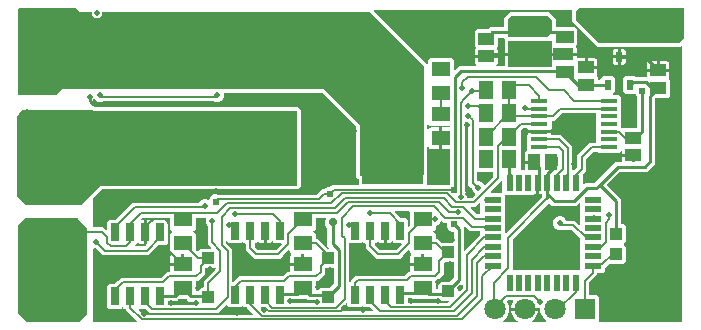
<source format=gbr>
G04 EAGLE Gerber RS-274X export*
G75*
%MOMM*%
%FSLAX34Y34*%
%LPD*%
%INTop Copper*%
%IPPOS*%
%AMOC8*
5,1,8,0,0,1.08239X$1,22.5*%
G01*
%ADD10R,1.600000X1.300000*%
%ADD11R,1.390000X1.050000*%
%ADD12R,1.050000X1.390000*%
%ADD13R,1.070000X0.980000*%
%ADD14R,1.475000X0.450000*%
%ADD15R,0.700000X1.525000*%
%ADD16R,1.500000X1.000000*%
%ADD17R,1.800000X1.000000*%
%ADD18R,3.700000X2.200000*%
%ADD19R,0.600000X1.475000*%
%ADD20R,1.475000X0.600000*%
%ADD21R,0.600000X0.850000*%
%ADD22R,1.100000X1.000000*%
%ADD23R,1.300000X1.600000*%
%ADD24R,1.800000X1.800000*%
%ADD25C,1.800000*%
%ADD26C,0.152400*%
%ADD27C,0.254000*%
%ADD28C,0.504000*%
%ADD29C,0.604000*%
%ADD30C,1.500000*%
%ADD31C,0.700000*%
%ADD32C,0.508000*%
%ADD33C,0.825000*%

G36*
X346401Y120027D02*
X346401Y120027D01*
X346467Y120029D01*
X346511Y120047D01*
X346557Y120055D01*
X346614Y120089D01*
X346675Y120114D01*
X346710Y120145D01*
X346751Y120170D01*
X346792Y120221D01*
X346841Y120265D01*
X346862Y120307D01*
X346892Y120344D01*
X346913Y120406D01*
X346943Y120465D01*
X346951Y120519D01*
X346964Y120556D01*
X346963Y120596D01*
X346971Y120650D01*
X346971Y127001D01*
X347036Y127012D01*
X347102Y127014D01*
X347146Y127032D01*
X347192Y127040D01*
X347249Y127074D01*
X347310Y127099D01*
X347345Y127130D01*
X347386Y127155D01*
X347427Y127206D01*
X347476Y127250D01*
X347497Y127292D01*
X347527Y127329D01*
X347548Y127391D01*
X347578Y127450D01*
X347586Y127504D01*
X347599Y127541D01*
X347598Y127581D01*
X347606Y127635D01*
X347606Y219449D01*
X347598Y219490D01*
X347600Y219533D01*
X347579Y219600D01*
X347566Y219669D01*
X347544Y219706D01*
X347531Y219746D01*
X347478Y219819D01*
X347452Y219863D01*
X347436Y219876D01*
X347420Y219897D01*
X302073Y265243D01*
X302039Y265268D01*
X302010Y265299D01*
X301947Y265331D01*
X301889Y265372D01*
X301848Y265382D01*
X301810Y265402D01*
X301721Y265415D01*
X301672Y265428D01*
X301651Y265425D01*
X301625Y265429D01*
X75799Y265429D01*
X75734Y265418D01*
X75668Y265416D01*
X75625Y265398D01*
X75578Y265390D01*
X75521Y265356D01*
X75461Y265331D01*
X75426Y265300D01*
X75385Y265275D01*
X75343Y265224D01*
X75295Y265180D01*
X75273Y265138D01*
X75244Y265101D01*
X75223Y265039D01*
X75192Y264980D01*
X75184Y264926D01*
X75172Y264889D01*
X75173Y264849D01*
X75165Y264795D01*
X75165Y263120D01*
X72795Y260750D01*
X69445Y260750D01*
X67075Y263120D01*
X67075Y264795D01*
X67064Y264860D01*
X67062Y264926D01*
X67044Y264969D01*
X67036Y265016D01*
X67002Y265073D01*
X66977Y265133D01*
X66946Y265168D01*
X66921Y265209D01*
X66870Y265251D01*
X66826Y265299D01*
X66784Y265321D01*
X66747Y265350D01*
X66685Y265371D01*
X66626Y265402D01*
X66572Y265410D01*
X66535Y265422D01*
X66495Y265421D01*
X66441Y265429D01*
X56957Y265429D01*
X53470Y268916D01*
X53396Y268969D01*
X53327Y269029D01*
X53297Y269041D01*
X53271Y269060D01*
X53183Y269087D01*
X53099Y269121D01*
X53058Y269125D01*
X53035Y269132D01*
X53003Y269131D01*
X52932Y269139D01*
X6123Y269139D01*
X6033Y269125D01*
X5942Y269117D01*
X5912Y269105D01*
X5880Y269100D01*
X5800Y269057D01*
X5716Y269021D01*
X5684Y268995D01*
X5663Y268984D01*
X5641Y268961D01*
X5585Y268916D01*
X4542Y267873D01*
X4489Y267799D01*
X4429Y267730D01*
X4417Y267700D01*
X4398Y267674D01*
X4371Y267587D01*
X4337Y267502D01*
X4333Y267461D01*
X4326Y267438D01*
X4327Y267406D01*
X4319Y267335D01*
X4319Y196215D01*
X4322Y196195D01*
X4320Y196176D01*
X4342Y196074D01*
X4359Y195972D01*
X4368Y195955D01*
X4372Y195935D01*
X4425Y195846D01*
X4474Y195755D01*
X4488Y195741D01*
X4498Y195724D01*
X4577Y195657D01*
X4652Y195586D01*
X4670Y195577D01*
X4685Y195564D01*
X4781Y195525D01*
X4875Y195482D01*
X4895Y195480D01*
X4913Y195472D01*
X5080Y195454D01*
X36195Y195454D01*
X36285Y195469D01*
X36376Y195476D01*
X36406Y195488D01*
X36438Y195494D01*
X36518Y195536D01*
X36602Y195572D01*
X36634Y195598D01*
X36655Y195609D01*
X36677Y195632D01*
X36733Y195677D01*
X41082Y200026D01*
X263580Y200026D01*
X293371Y170235D01*
X293371Y127635D01*
X293382Y127570D01*
X293384Y127504D01*
X293402Y127461D01*
X293410Y127414D01*
X293444Y127357D01*
X293469Y127297D01*
X293500Y127262D01*
X293525Y127221D01*
X293576Y127180D01*
X293620Y127131D01*
X293662Y127109D01*
X293699Y127080D01*
X293761Y127059D01*
X293820Y127028D01*
X293874Y127020D01*
X293911Y127008D01*
X293951Y127009D01*
X294005Y127001D01*
X295593Y127001D01*
X295593Y120650D01*
X295605Y120585D01*
X295607Y120519D01*
X295625Y120476D01*
X295633Y120429D01*
X295666Y120372D01*
X295691Y120312D01*
X295723Y120277D01*
X295747Y120236D01*
X295798Y120195D01*
X295843Y120146D01*
X295885Y120124D01*
X295921Y120095D01*
X295984Y120074D01*
X296042Y120043D01*
X296097Y120035D01*
X296134Y120023D01*
X296173Y120024D01*
X296228Y120016D01*
X346336Y120016D01*
X346401Y120027D01*
G37*
G36*
X57240Y102124D02*
X57240Y102124D01*
X57331Y102131D01*
X57361Y102143D01*
X57393Y102149D01*
X57473Y102191D01*
X57557Y102227D01*
X57589Y102253D01*
X57610Y102264D01*
X57632Y102287D01*
X57688Y102332D01*
X73975Y118619D01*
X240030Y118619D01*
X240050Y118622D01*
X240069Y118620D01*
X240171Y118642D01*
X240273Y118659D01*
X240290Y118668D01*
X240310Y118672D01*
X240399Y118725D01*
X240490Y118774D01*
X240504Y118788D01*
X240521Y118798D01*
X240588Y118877D01*
X240660Y118952D01*
X240668Y118970D01*
X240681Y118985D01*
X240720Y119081D01*
X240763Y119175D01*
X240765Y119195D01*
X240773Y119213D01*
X240791Y119380D01*
X240791Y180975D01*
X240788Y180995D01*
X240790Y181014D01*
X240768Y181116D01*
X240752Y181218D01*
X240742Y181235D01*
X240738Y181255D01*
X240685Y181344D01*
X240636Y181435D01*
X240622Y181449D01*
X240612Y181466D01*
X240533Y181533D01*
X240458Y181605D01*
X240440Y181613D01*
X240425Y181626D01*
X240329Y181665D01*
X240235Y181708D01*
X240215Y181710D01*
X240197Y181718D01*
X240030Y181736D01*
X68260Y181736D01*
X67848Y182148D01*
X67774Y182201D01*
X67705Y182261D01*
X67675Y182273D01*
X67649Y182292D01*
X67562Y182319D01*
X67477Y182353D01*
X67436Y182357D01*
X67413Y182364D01*
X67381Y182363D01*
X67310Y182371D01*
X8255Y182371D01*
X8165Y182357D01*
X8074Y182349D01*
X8044Y182337D01*
X8012Y182332D01*
X7932Y182289D01*
X7848Y182253D01*
X7816Y182227D01*
X7795Y182216D01*
X7773Y182193D01*
X7717Y182148D01*
X3272Y177703D01*
X3219Y177629D01*
X3159Y177560D01*
X3147Y177530D01*
X3128Y177504D01*
X3101Y177417D01*
X3067Y177332D01*
X3063Y177291D01*
X3056Y177268D01*
X3057Y177236D01*
X3049Y177165D01*
X3049Y110490D01*
X3064Y110400D01*
X3071Y110309D01*
X3083Y110279D01*
X3089Y110247D01*
X3108Y110211D01*
X3110Y110203D01*
X3131Y110166D01*
X3167Y110083D01*
X3193Y110051D01*
X3204Y110030D01*
X3225Y110010D01*
X3236Y109992D01*
X3249Y109980D01*
X3272Y109952D01*
X10892Y102332D01*
X10966Y102279D01*
X11035Y102219D01*
X11065Y102207D01*
X11091Y102188D01*
X11178Y102161D01*
X11263Y102127D01*
X11304Y102123D01*
X11327Y102116D01*
X11359Y102117D01*
X11430Y102109D01*
X57150Y102109D01*
X57240Y102124D01*
G37*
G36*
X565852Y3060D02*
X565852Y3060D01*
X565918Y3062D01*
X565961Y3080D01*
X566008Y3088D01*
X566065Y3122D01*
X566125Y3147D01*
X566160Y3178D01*
X566201Y3203D01*
X566243Y3254D01*
X566291Y3298D01*
X566313Y3340D01*
X566342Y3377D01*
X566363Y3439D01*
X566394Y3498D01*
X566402Y3552D01*
X566414Y3589D01*
X566413Y3629D01*
X566421Y3683D01*
X566421Y236465D01*
X566409Y236533D01*
X566408Y236583D01*
X566401Y236601D01*
X566396Y236642D01*
X566386Y236663D01*
X566382Y236686D01*
X566336Y236763D01*
X566328Y236779D01*
X566323Y236791D01*
X566321Y236794D01*
X566297Y236843D01*
X566280Y236859D01*
X566267Y236880D01*
X566198Y236936D01*
X566134Y236997D01*
X566112Y237006D01*
X566093Y237021D01*
X566009Y237049D01*
X565927Y237084D01*
X565903Y237085D01*
X565881Y237093D01*
X565792Y237090D01*
X565703Y237094D01*
X565680Y237087D01*
X565656Y237086D01*
X565574Y237053D01*
X565562Y237049D01*
X565553Y237047D01*
X565549Y237045D01*
X565489Y237025D01*
X565468Y237010D01*
X565449Y237002D01*
X565411Y236968D01*
X565382Y236946D01*
X565360Y236933D01*
X565354Y236925D01*
X565339Y236914D01*
X564771Y236346D01*
X495044Y236346D01*
X473201Y258189D01*
X473201Y266727D01*
X473190Y266792D01*
X473188Y266858D01*
X473170Y266901D01*
X473162Y266948D01*
X473128Y267005D01*
X473103Y267065D01*
X473072Y267100D01*
X473047Y267141D01*
X472996Y267183D01*
X472952Y267231D01*
X472910Y267253D01*
X472873Y267282D01*
X472811Y267303D01*
X472752Y267334D01*
X472698Y267342D01*
X472661Y267354D01*
X472621Y267353D01*
X472567Y267361D01*
X305800Y267361D01*
X305712Y267346D01*
X305623Y267336D01*
X305602Y267326D01*
X305579Y267322D01*
X305502Y267276D01*
X305422Y267237D01*
X305406Y267220D01*
X305385Y267207D01*
X305329Y267138D01*
X305268Y267074D01*
X305259Y267052D01*
X305244Y267033D01*
X305216Y266949D01*
X305181Y266867D01*
X305180Y266843D01*
X305172Y266821D01*
X305175Y266732D01*
X305171Y266643D01*
X305178Y266620D01*
X305179Y266596D01*
X305212Y266514D01*
X305240Y266429D01*
X305255Y266408D01*
X305263Y266389D01*
X305297Y266351D01*
X305351Y266278D01*
X305495Y266135D01*
X349819Y221811D01*
X349892Y221760D01*
X349961Y221704D01*
X349983Y221697D01*
X350003Y221683D01*
X350089Y221661D01*
X350173Y221632D01*
X350197Y221633D01*
X350220Y221627D01*
X350309Y221636D01*
X350398Y221639D01*
X350420Y221648D01*
X350443Y221650D01*
X350523Y221690D01*
X350605Y221723D01*
X350623Y221739D01*
X350644Y221750D01*
X350705Y221814D01*
X350771Y221875D01*
X350782Y221896D01*
X350798Y221913D01*
X350833Y221995D01*
X350874Y222074D01*
X350877Y222100D01*
X350886Y222120D01*
X350888Y222170D01*
X350901Y222260D01*
X350901Y224773D01*
X352687Y226559D01*
X371213Y226559D01*
X372999Y224773D01*
X372999Y216808D01*
X373015Y216720D01*
X373024Y216631D01*
X373034Y216610D01*
X373038Y216587D01*
X373084Y216510D01*
X373123Y216430D01*
X373140Y216414D01*
X373153Y216394D01*
X373222Y216337D01*
X373286Y216276D01*
X373308Y216267D01*
X373327Y216252D01*
X373411Y216224D01*
X373493Y216189D01*
X373517Y216188D01*
X373539Y216180D01*
X373628Y216183D01*
X373717Y216179D01*
X373740Y216186D01*
X373764Y216187D01*
X373846Y216220D01*
X373931Y216248D01*
X373952Y216263D01*
X373971Y216271D01*
X374009Y216305D01*
X374081Y216359D01*
X374766Y217044D01*
X374767Y217044D01*
X377482Y219760D01*
X391686Y219760D01*
X391774Y219775D01*
X391862Y219785D01*
X391883Y219795D01*
X391907Y219799D01*
X391984Y219845D01*
X392063Y219884D01*
X392080Y219901D01*
X392100Y219914D01*
X392156Y219983D01*
X392217Y220047D01*
X392226Y220069D01*
X392241Y220088D01*
X392270Y220172D01*
X392305Y220254D01*
X392306Y220278D01*
X392313Y220300D01*
X392311Y220389D01*
X392315Y220478D01*
X392307Y220501D01*
X392307Y220525D01*
X392273Y220607D01*
X392246Y220692D01*
X392230Y220713D01*
X392222Y220732D01*
X392188Y220770D01*
X392134Y220842D01*
X391702Y221275D01*
X391367Y221854D01*
X391194Y222500D01*
X391194Y226816D01*
X400050Y226816D01*
X400115Y226827D01*
X400180Y226829D01*
X400224Y226847D01*
X400271Y226855D01*
X400327Y226889D01*
X400388Y226914D01*
X400423Y226946D01*
X400464Y226970D01*
X400505Y227021D01*
X400554Y227065D01*
X400576Y227107D01*
X400605Y227144D01*
X400626Y227206D01*
X400656Y227265D01*
X400665Y227319D01*
X400677Y227356D01*
X400676Y227396D01*
X400684Y227450D01*
X400684Y228720D01*
X400672Y228785D01*
X400671Y228850D01*
X400653Y228894D01*
X400644Y228941D01*
X400611Y228998D01*
X400586Y229058D01*
X400554Y229093D01*
X400530Y229134D01*
X400479Y229175D01*
X400435Y229224D01*
X400393Y229246D01*
X400356Y229275D01*
X400294Y229296D01*
X400235Y229326D01*
X400181Y229335D01*
X400144Y229347D01*
X400104Y229346D01*
X400050Y229354D01*
X391194Y229354D01*
X391194Y233670D01*
X391367Y234316D01*
X391701Y234893D01*
X391733Y234982D01*
X391770Y235070D01*
X391771Y235088D01*
X391777Y235104D01*
X391776Y235199D01*
X391780Y235294D01*
X391775Y235311D01*
X391775Y235328D01*
X391740Y235418D01*
X391711Y235508D01*
X391700Y235523D01*
X391694Y235538D01*
X391661Y235575D01*
X391600Y235659D01*
X390686Y236572D01*
X390686Y249598D01*
X392472Y251384D01*
X402613Y251384D01*
X402655Y251391D01*
X402698Y251389D01*
X402765Y251411D01*
X402834Y251423D01*
X402871Y251445D01*
X402911Y251458D01*
X402984Y251512D01*
X403027Y251538D01*
X403041Y251554D01*
X403062Y251570D01*
X404096Y252604D01*
X415036Y252604D01*
X415101Y252615D01*
X415167Y252617D01*
X415210Y252635D01*
X415257Y252643D01*
X415314Y252677D01*
X415374Y252702D01*
X415409Y252733D01*
X415450Y252758D01*
X415492Y252809D01*
X415540Y252853D01*
X415562Y252895D01*
X415591Y252932D01*
X415612Y252994D01*
X415643Y253053D01*
X415651Y253107D01*
X415663Y253144D01*
X415662Y253184D01*
X415670Y253238D01*
X415670Y260501D01*
X420854Y265685D01*
X453541Y265685D01*
X459360Y259866D01*
X459360Y253553D01*
X459371Y253488D01*
X459373Y253422D01*
X459391Y253379D01*
X459399Y253332D01*
X459433Y253275D01*
X459458Y253215D01*
X459489Y253180D01*
X459514Y253139D01*
X459565Y253097D01*
X459609Y253049D01*
X459651Y253027D01*
X459688Y252998D01*
X459750Y252977D01*
X459809Y252946D01*
X459863Y252938D01*
X459900Y252926D01*
X459940Y252927D01*
X459994Y252919D01*
X475793Y252919D01*
X477579Y251133D01*
X477579Y238607D01*
X476431Y237459D01*
X476393Y237405D01*
X476348Y237357D01*
X476330Y237314D01*
X476303Y237275D01*
X476286Y237211D01*
X476261Y237151D01*
X476259Y237103D01*
X476247Y237058D01*
X476254Y236992D01*
X476251Y236927D01*
X476265Y236882D01*
X476270Y236835D01*
X476299Y236776D01*
X476319Y236713D01*
X476352Y236669D01*
X476369Y236633D01*
X476398Y236606D01*
X476431Y236562D01*
X476563Y236430D01*
X476898Y235851D01*
X477071Y235205D01*
X477071Y231139D01*
X466165Y231139D01*
X466100Y231128D01*
X466035Y231126D01*
X465991Y231108D01*
X465944Y231099D01*
X465888Y231066D01*
X465827Y231041D01*
X465792Y231009D01*
X465751Y230985D01*
X465710Y230934D01*
X465661Y230890D01*
X465639Y230848D01*
X465610Y230811D01*
X465589Y230749D01*
X465559Y230690D01*
X465550Y230636D01*
X465538Y230599D01*
X465539Y230559D01*
X465531Y230505D01*
X465531Y229235D01*
X465543Y229170D01*
X465544Y229105D01*
X465562Y229061D01*
X465571Y229014D01*
X465604Y228957D01*
X465629Y228897D01*
X465661Y228862D01*
X465685Y228821D01*
X465736Y228780D01*
X465780Y228731D01*
X465822Y228709D01*
X465859Y228680D01*
X465921Y228659D01*
X465980Y228628D01*
X466034Y228620D01*
X466071Y228608D01*
X466111Y228609D01*
X466165Y228601D01*
X477071Y228601D01*
X477071Y227362D01*
X477077Y227326D01*
X477075Y227290D01*
X477097Y227217D01*
X477110Y227141D01*
X477129Y227110D01*
X477139Y227075D01*
X477186Y227014D01*
X477225Y226948D01*
X477253Y226925D01*
X477275Y226896D01*
X477339Y226855D01*
X477399Y226807D01*
X477433Y226795D01*
X477464Y226775D01*
X477539Y226759D01*
X477611Y226735D01*
X477648Y226736D01*
X477683Y226728D01*
X477786Y226740D01*
X477836Y226741D01*
X477846Y226746D01*
X483871Y226746D01*
X483871Y219590D01*
X483882Y219525D01*
X483884Y219460D01*
X483902Y219416D01*
X483910Y219369D01*
X483944Y219313D01*
X483969Y219252D01*
X484001Y219217D01*
X484025Y219176D01*
X484076Y219135D01*
X484120Y219086D01*
X484162Y219064D01*
X484199Y219035D01*
X484261Y219014D01*
X484320Y218984D01*
X484374Y218975D01*
X484411Y218963D01*
X484451Y218964D01*
X484505Y218956D01*
X485141Y218956D01*
X485141Y218320D01*
X485153Y218255D01*
X485154Y218190D01*
X485172Y218146D01*
X485181Y218099D01*
X485214Y218042D01*
X485239Y217982D01*
X485271Y217947D01*
X485295Y217906D01*
X485346Y217865D01*
X485390Y217816D01*
X485432Y217794D01*
X485469Y217765D01*
X485531Y217744D01*
X485590Y217713D01*
X485644Y217705D01*
X485681Y217693D01*
X485721Y217694D01*
X485775Y217686D01*
X494631Y217686D01*
X494631Y213370D01*
X494458Y212724D01*
X494124Y212147D01*
X494092Y212058D01*
X494055Y211970D01*
X494054Y211952D01*
X494048Y211936D01*
X494049Y211841D01*
X494045Y211746D01*
X494050Y211729D01*
X494050Y211712D01*
X494085Y211622D01*
X494114Y211532D01*
X494125Y211517D01*
X494131Y211502D01*
X494164Y211465D01*
X494225Y211381D01*
X495139Y210468D01*
X495139Y208853D01*
X495150Y208788D01*
X495152Y208722D01*
X495170Y208679D01*
X495178Y208632D01*
X495212Y208575D01*
X495237Y208515D01*
X495268Y208480D01*
X495293Y208439D01*
X495344Y208397D01*
X495388Y208349D01*
X495430Y208327D01*
X495467Y208298D01*
X495529Y208277D01*
X495588Y208246D01*
X495642Y208238D01*
X495679Y208226D01*
X495719Y208227D01*
X495773Y208219D01*
X496797Y208219D01*
X496862Y208230D01*
X496928Y208232D01*
X496971Y208250D01*
X497018Y208258D01*
X497075Y208292D01*
X497135Y208317D01*
X497170Y208348D01*
X497211Y208373D01*
X497253Y208424D01*
X497301Y208468D01*
X497323Y208510D01*
X497352Y208547D01*
X497373Y208609D01*
X497404Y208668D01*
X497412Y208722D01*
X497424Y208759D01*
X497423Y208799D01*
X497431Y208853D01*
X497431Y209413D01*
X499217Y211199D01*
X507743Y211199D01*
X509529Y209413D01*
X509529Y198387D01*
X507838Y196696D01*
X507787Y196623D01*
X507731Y196554D01*
X507723Y196532D01*
X507710Y196512D01*
X507688Y196426D01*
X507659Y196342D01*
X507660Y196318D01*
X507654Y196295D01*
X507663Y196206D01*
X507666Y196117D01*
X507675Y196095D01*
X507677Y196072D01*
X507717Y195992D01*
X507750Y195910D01*
X507766Y195892D01*
X507777Y195871D01*
X507841Y195810D01*
X507902Y195744D01*
X507923Y195733D01*
X507940Y195717D01*
X508022Y195682D01*
X508101Y195641D01*
X508127Y195638D01*
X508147Y195629D01*
X508197Y195627D01*
X508286Y195614D01*
X512998Y195614D01*
X514784Y193828D01*
X514784Y168293D01*
X514791Y168251D01*
X514789Y168209D01*
X514811Y168142D01*
X514823Y168072D01*
X514845Y168036D01*
X514858Y167995D01*
X514912Y167923D01*
X514938Y167879D01*
X514954Y167866D01*
X514970Y167845D01*
X515643Y167171D01*
X515697Y167134D01*
X515745Y167089D01*
X515788Y167070D01*
X515827Y167043D01*
X515891Y167027D01*
X515951Y167001D01*
X515999Y166999D01*
X516044Y166987D01*
X516110Y166994D01*
X516176Y166991D01*
X516221Y167006D01*
X516268Y167011D01*
X516327Y167040D01*
X516389Y167060D01*
X516433Y167093D01*
X516469Y167110D01*
X516496Y167139D01*
X516540Y167171D01*
X516932Y167564D01*
X527692Y167564D01*
X527757Y167575D01*
X527823Y167577D01*
X527866Y167595D01*
X527913Y167603D01*
X527970Y167637D01*
X528030Y167662D01*
X528065Y167693D01*
X528106Y167718D01*
X528148Y167769D01*
X528196Y167813D01*
X528218Y167855D01*
X528247Y167892D01*
X528268Y167954D01*
X528299Y168013D01*
X528307Y168067D01*
X528319Y168104D01*
X528318Y168144D01*
X528326Y168198D01*
X528326Y194109D01*
X528319Y194150D01*
X528321Y194193D01*
X528299Y194260D01*
X528287Y194329D01*
X528265Y194366D01*
X528252Y194406D01*
X528198Y194479D01*
X528172Y194523D01*
X528156Y194536D01*
X528140Y194557D01*
X527500Y195197D01*
X527081Y196210D01*
X527052Y196255D01*
X527031Y196305D01*
X526992Y196349D01*
X526960Y196399D01*
X526916Y196431D01*
X526880Y196471D01*
X526827Y196498D01*
X526780Y196533D01*
X526728Y196549D01*
X526680Y196574D01*
X526610Y196584D01*
X526565Y196597D01*
X526535Y196595D01*
X526495Y196601D01*
X518417Y196601D01*
X516631Y198387D01*
X516631Y209413D01*
X518417Y211199D01*
X526943Y211199D01*
X527197Y210945D01*
X527232Y210920D01*
X527261Y210889D01*
X527323Y210857D01*
X527381Y210816D01*
X527422Y210806D01*
X527460Y210786D01*
X527550Y210773D01*
X527599Y210760D01*
X527619Y210763D01*
X527646Y210759D01*
X535975Y210759D01*
X536040Y210770D01*
X536106Y210772D01*
X536149Y210790D01*
X536196Y210798D01*
X536253Y210832D01*
X536313Y210857D01*
X536348Y210888D01*
X536389Y210913D01*
X536431Y210964D01*
X536479Y211008D01*
X536501Y211050D01*
X536530Y211087D01*
X536551Y211149D01*
X536582Y211208D01*
X536590Y211262D01*
X536602Y211299D01*
X536601Y211339D01*
X536609Y211393D01*
X536609Y215146D01*
X545465Y215146D01*
X545530Y215157D01*
X545595Y215159D01*
X545639Y215177D01*
X545686Y215185D01*
X545742Y215219D01*
X545803Y215244D01*
X545838Y215276D01*
X545879Y215300D01*
X545920Y215351D01*
X545969Y215395D01*
X545991Y215437D01*
X546020Y215474D01*
X546041Y215536D01*
X546071Y215595D01*
X546080Y215649D01*
X546092Y215686D01*
X546091Y215726D01*
X546099Y215780D01*
X546099Y216416D01*
X546101Y216416D01*
X546101Y215780D01*
X546113Y215715D01*
X546114Y215650D01*
X546132Y215606D01*
X546141Y215559D01*
X546174Y215502D01*
X546199Y215442D01*
X546231Y215407D01*
X546255Y215366D01*
X546306Y215325D01*
X546350Y215276D01*
X546392Y215254D01*
X546429Y215225D01*
X546491Y215204D01*
X546550Y215173D01*
X546604Y215165D01*
X546641Y215153D01*
X546681Y215154D01*
X546735Y215146D01*
X555591Y215146D01*
X555591Y210830D01*
X555418Y210184D01*
X555084Y209607D01*
X555052Y209518D01*
X555015Y209430D01*
X555014Y209412D01*
X555008Y209396D01*
X555009Y209301D01*
X555005Y209206D01*
X555010Y209189D01*
X555010Y209172D01*
X555044Y209083D01*
X555074Y208992D01*
X555085Y208977D01*
X555091Y208962D01*
X555123Y208925D01*
X555185Y208841D01*
X556099Y207928D01*
X556099Y194902D01*
X554313Y193116D01*
X544172Y193116D01*
X544130Y193109D01*
X544087Y193111D01*
X544020Y193089D01*
X543951Y193077D01*
X543914Y193055D01*
X543874Y193042D01*
X543801Y192988D01*
X543758Y192962D01*
X543744Y192946D01*
X543723Y192930D01*
X543695Y192902D01*
X543670Y192867D01*
X543639Y192838D01*
X543607Y192776D01*
X543566Y192718D01*
X543556Y192677D01*
X543536Y192639D01*
X543523Y192549D01*
X543510Y192500D01*
X543513Y192480D01*
X543509Y192453D01*
X543509Y137351D01*
X536459Y130301D01*
X513862Y130301D01*
X513820Y130294D01*
X513777Y130296D01*
X513710Y130274D01*
X513641Y130262D01*
X513604Y130240D01*
X513564Y130227D01*
X513491Y130173D01*
X513448Y130147D01*
X513434Y130131D01*
X513413Y130115D01*
X503126Y119828D01*
X503089Y119775D01*
X503043Y119727D01*
X503025Y119683D01*
X502998Y119644D01*
X502982Y119581D01*
X502956Y119520D01*
X502954Y119473D01*
X502942Y119427D01*
X502949Y119362D01*
X502946Y119296D01*
X502960Y119251D01*
X502965Y119204D01*
X502994Y119145D01*
X503015Y119082D01*
X503047Y119038D01*
X503065Y119003D01*
X503093Y118976D01*
X503126Y118932D01*
X514859Y107199D01*
X514859Y86398D01*
X514870Y86333D01*
X514872Y86267D01*
X514890Y86224D01*
X514898Y86177D01*
X514932Y86120D01*
X514957Y86060D01*
X514988Y86025D01*
X515013Y85984D01*
X515064Y85942D01*
X515108Y85894D01*
X515150Y85872D01*
X515187Y85843D01*
X515249Y85822D01*
X515308Y85791D01*
X515362Y85783D01*
X515399Y85771D01*
X515439Y85772D01*
X515493Y85764D01*
X517303Y85764D01*
X519089Y83978D01*
X519089Y71452D01*
X517300Y69663D01*
X517263Y69609D01*
X517217Y69562D01*
X517199Y69518D01*
X517172Y69479D01*
X517156Y69416D01*
X517130Y69355D01*
X517128Y69308D01*
X517116Y69262D01*
X517123Y69197D01*
X517120Y69131D01*
X517134Y69086D01*
X517139Y69039D01*
X517168Y68980D01*
X517189Y68917D01*
X517221Y68873D01*
X517239Y68838D01*
X517267Y68811D01*
X517300Y68766D01*
X519089Y66978D01*
X519089Y54452D01*
X517303Y52666D01*
X505198Y52666D01*
X505156Y52659D01*
X505114Y52661D01*
X505047Y52639D01*
X504977Y52627D01*
X504941Y52605D01*
X504900Y52592D01*
X504828Y52538D01*
X504784Y52512D01*
X504771Y52496D01*
X504750Y52480D01*
X501300Y49030D01*
X501275Y48996D01*
X501244Y48967D01*
X501212Y48904D01*
X501171Y48846D01*
X501161Y48805D01*
X501141Y48767D01*
X501128Y48678D01*
X501115Y48629D01*
X501118Y48608D01*
X501114Y48582D01*
X501114Y46477D01*
X499328Y44691D01*
X495135Y44691D01*
X495070Y44680D01*
X495004Y44678D01*
X494961Y44660D01*
X494914Y44652D01*
X494857Y44618D01*
X494797Y44593D01*
X494762Y44562D01*
X494721Y44537D01*
X494679Y44486D01*
X494631Y44442D01*
X494609Y44400D01*
X494580Y44363D01*
X494559Y44301D01*
X494528Y44242D01*
X494520Y44188D01*
X494508Y44151D01*
X494509Y44111D01*
X494501Y44057D01*
X494501Y43342D01*
X487867Y36707D01*
X487842Y36673D01*
X487811Y36644D01*
X487779Y36581D01*
X487738Y36523D01*
X487728Y36482D01*
X487708Y36444D01*
X487695Y36355D01*
X487682Y36306D01*
X487685Y36285D01*
X487681Y36259D01*
X487681Y26653D01*
X487692Y26588D01*
X487694Y26522D01*
X487712Y26479D01*
X487720Y26432D01*
X487754Y26375D01*
X487779Y26315D01*
X487810Y26280D01*
X487835Y26239D01*
X487886Y26197D01*
X487930Y26149D01*
X487972Y26127D01*
X488009Y26098D01*
X488071Y26077D01*
X488130Y26046D01*
X488184Y26038D01*
X488221Y26026D01*
X488261Y26027D01*
X488315Y26019D01*
X494133Y26019D01*
X495919Y24233D01*
X495919Y3683D01*
X495930Y3618D01*
X495932Y3552D01*
X495950Y3509D01*
X495958Y3462D01*
X495992Y3405D01*
X496017Y3345D01*
X496048Y3310D01*
X496073Y3269D01*
X496124Y3227D01*
X496168Y3179D01*
X496210Y3157D01*
X496247Y3128D01*
X496309Y3107D01*
X496368Y3076D01*
X496422Y3068D01*
X496459Y3056D01*
X496499Y3057D01*
X496553Y3049D01*
X565787Y3049D01*
X565852Y3060D01*
G37*
G36*
X79219Y81117D02*
X79219Y81117D01*
X79308Y81120D01*
X79330Y81129D01*
X79353Y81131D01*
X79433Y81171D01*
X79515Y81204D01*
X79533Y81220D01*
X79554Y81231D01*
X79615Y81296D01*
X79681Y81356D01*
X79692Y81377D01*
X79708Y81394D01*
X79743Y81476D01*
X79784Y81555D01*
X79787Y81581D01*
X79796Y81601D01*
X79798Y81651D01*
X79811Y81741D01*
X79811Y88078D01*
X81597Y89864D01*
X86752Y89864D01*
X86794Y89871D01*
X86836Y89869D01*
X86903Y89891D01*
X86973Y89903D01*
X87009Y89925D01*
X87050Y89938D01*
X87122Y89992D01*
X87166Y90018D01*
X87179Y90034D01*
X87200Y90050D01*
X101292Y104141D01*
X157161Y104141D01*
X157214Y104150D01*
X157269Y104150D01*
X157324Y104170D01*
X157382Y104180D01*
X157429Y104208D01*
X157479Y104226D01*
X157524Y104265D01*
X157575Y104295D01*
X157609Y104337D01*
X157651Y104372D01*
X157687Y104433D01*
X157716Y104469D01*
X157726Y104498D01*
X157747Y104532D01*
X157839Y104754D01*
X159406Y106321D01*
X161452Y107169D01*
X163668Y107169D01*
X165008Y106614D01*
X165072Y106599D01*
X165134Y106576D01*
X165181Y106576D01*
X165227Y106566D01*
X165292Y106575D01*
X165358Y106574D01*
X165403Y106591D01*
X165449Y106597D01*
X165507Y106628D01*
X165569Y106651D01*
X165605Y106682D01*
X165647Y106704D01*
X165690Y106754D01*
X165740Y106796D01*
X165769Y106843D01*
X165794Y106873D01*
X165808Y106910D01*
X165837Y106957D01*
X166503Y108566D01*
X168210Y110273D01*
X170441Y111197D01*
X172855Y111197D01*
X173217Y111047D01*
X173247Y111040D01*
X173274Y111026D01*
X173391Y111009D01*
X173436Y110999D01*
X173446Y111001D01*
X173459Y110999D01*
X256746Y110999D01*
X256788Y111006D01*
X256830Y111004D01*
X256897Y111026D01*
X256967Y111038D01*
X257003Y111060D01*
X257044Y111073D01*
X257116Y111127D01*
X257160Y111153D01*
X257173Y111169D01*
X257194Y111185D01*
X261580Y115571D01*
X262936Y115571D01*
X262977Y115578D01*
X263020Y115576D01*
X263087Y115598D01*
X263156Y115610D01*
X263193Y115632D01*
X263233Y115645D01*
X263306Y115699D01*
X263350Y115725D01*
X263363Y115741D01*
X263384Y115757D01*
X264532Y116905D01*
X266763Y117829D01*
X268387Y117829D01*
X268429Y117836D01*
X268471Y117834D01*
X268538Y117856D01*
X268608Y117868D01*
X268644Y117890D01*
X268685Y117903D01*
X268757Y117957D01*
X268801Y117983D01*
X268813Y117998D01*
X268820Y118002D01*
X268823Y118005D01*
X268835Y118015D01*
X269948Y119127D01*
X291910Y119127D01*
X291974Y119138D01*
X292040Y119140D01*
X292084Y119158D01*
X292130Y119166D01*
X292187Y119200D01*
X292248Y119225D01*
X292283Y119256D01*
X292324Y119281D01*
X292365Y119332D01*
X292414Y119376D01*
X292435Y119418D01*
X292465Y119455D01*
X292486Y119517D01*
X292516Y119576D01*
X292524Y119630D01*
X292537Y119667D01*
X292536Y119707D01*
X292544Y119761D01*
X292544Y123624D01*
X292536Y123666D01*
X292538Y123708D01*
X292517Y123775D01*
X292504Y123845D01*
X292482Y123881D01*
X292469Y123922D01*
X292416Y123994D01*
X292390Y124038D01*
X292374Y124051D01*
X292358Y124072D01*
X290321Y126109D01*
X290321Y168709D01*
X290314Y168751D01*
X290316Y168793D01*
X290294Y168860D01*
X290282Y168930D01*
X290260Y168966D01*
X290247Y169007D01*
X290193Y169079D01*
X290167Y169123D01*
X290151Y169136D01*
X290135Y169157D01*
X262502Y196790D01*
X262468Y196815D01*
X262439Y196846D01*
X262376Y196878D01*
X262318Y196919D01*
X262277Y196929D01*
X262239Y196949D01*
X262150Y196962D01*
X262101Y196975D01*
X262080Y196972D01*
X262054Y196976D01*
X178855Y196976D01*
X178779Y196963D01*
X178702Y196957D01*
X178669Y196943D01*
X178635Y196937D01*
X178568Y196897D01*
X178497Y196865D01*
X178472Y196841D01*
X178441Y196822D01*
X178393Y196762D01*
X178337Y196708D01*
X178322Y196676D01*
X178300Y196648D01*
X178275Y196575D01*
X178242Y196505D01*
X178239Y196469D01*
X178228Y196436D01*
X178230Y196358D01*
X178224Y196281D01*
X178234Y196242D01*
X178235Y196211D01*
X178252Y196168D01*
X178269Y196099D01*
X178289Y196053D01*
X178289Y193837D01*
X177441Y191791D01*
X175874Y190224D01*
X173828Y189376D01*
X171612Y189376D01*
X170551Y189816D01*
X170521Y189823D01*
X170493Y189837D01*
X170376Y189854D01*
X170332Y189864D01*
X170321Y189862D01*
X170308Y189864D01*
X76072Y189864D01*
X76042Y189859D01*
X76011Y189861D01*
X75896Y189833D01*
X75851Y189825D01*
X75842Y189819D01*
X75829Y189816D01*
X74768Y189376D01*
X72552Y189376D01*
X70506Y190224D01*
X69029Y191701D01*
X68955Y191752D01*
X68886Y191808D01*
X68864Y191816D01*
X68844Y191829D01*
X68758Y191851D01*
X68674Y191880D01*
X68650Y191879D01*
X68627Y191885D01*
X68538Y191876D01*
X68449Y191873D01*
X68427Y191864D01*
X68404Y191862D01*
X68324Y191822D01*
X68242Y191789D01*
X68224Y191773D01*
X68203Y191763D01*
X68142Y191698D01*
X68076Y191638D01*
X68065Y191616D01*
X68049Y191599D01*
X68014Y191517D01*
X67973Y191438D01*
X67970Y191412D01*
X67961Y191393D01*
X67959Y191342D01*
X67946Y191253D01*
X67946Y186055D01*
X67957Y185990D01*
X67959Y185924D01*
X67977Y185881D01*
X67985Y185834D01*
X68019Y185777D01*
X68044Y185717D01*
X68075Y185682D01*
X68100Y185641D01*
X68151Y185599D01*
X68195Y185551D01*
X68237Y185529D01*
X68274Y185500D01*
X68336Y185479D01*
X68395Y185448D01*
X68449Y185440D01*
X68486Y185428D01*
X68526Y185429D01*
X68580Y185421D01*
X68888Y185421D01*
X69338Y184972D01*
X69372Y184947D01*
X69401Y184916D01*
X69464Y184884D01*
X69522Y184843D01*
X69563Y184833D01*
X69601Y184813D01*
X69690Y184800D01*
X69739Y184787D01*
X69760Y184790D01*
X69786Y184786D01*
X241608Y184786D01*
X243841Y182553D01*
X243841Y117802D01*
X241608Y115569D01*
X75501Y115569D01*
X75459Y115562D01*
X75417Y115564D01*
X75350Y115542D01*
X75280Y115530D01*
X75244Y115508D01*
X75203Y115495D01*
X75131Y115441D01*
X75087Y115415D01*
X75074Y115399D01*
X75053Y115383D01*
X68132Y108462D01*
X68107Y108428D01*
X68076Y108399D01*
X68044Y108336D01*
X68003Y108278D01*
X67993Y108237D01*
X67973Y108199D01*
X67960Y108110D01*
X67948Y108061D01*
X67950Y108040D01*
X67946Y108014D01*
X67946Y84173D01*
X67957Y84108D01*
X67959Y84042D01*
X67977Y83999D01*
X67985Y83952D01*
X68019Y83895D01*
X68044Y83835D01*
X68075Y83800D01*
X68100Y83759D01*
X68151Y83717D01*
X68195Y83669D01*
X68237Y83647D01*
X68274Y83618D01*
X68336Y83597D01*
X68395Y83566D01*
X68449Y83558D01*
X68486Y83546D01*
X68526Y83547D01*
X68580Y83539D01*
X76482Y83539D01*
X78729Y81292D01*
X78802Y81241D01*
X78871Y81185D01*
X78893Y81178D01*
X78913Y81164D01*
X78999Y81142D01*
X79083Y81113D01*
X79107Y81114D01*
X79130Y81108D01*
X79219Y81117D01*
G37*
G36*
X55970Y3064D02*
X55970Y3064D01*
X56061Y3071D01*
X56091Y3083D01*
X56123Y3089D01*
X56203Y3131D01*
X56287Y3167D01*
X56319Y3193D01*
X56340Y3204D01*
X56362Y3227D01*
X56418Y3272D01*
X62768Y9622D01*
X62821Y9696D01*
X62881Y9765D01*
X62893Y9795D01*
X62912Y9821D01*
X62939Y9908D01*
X62973Y9993D01*
X62977Y10034D01*
X62984Y10057D01*
X62983Y10089D01*
X62991Y10160D01*
X62991Y82550D01*
X62977Y82640D01*
X62969Y82731D01*
X62957Y82761D01*
X62952Y82793D01*
X62909Y82873D01*
X62873Y82957D01*
X62847Y82989D01*
X62836Y83010D01*
X62813Y83032D01*
X62768Y83088D01*
X55148Y90708D01*
X55074Y90761D01*
X55005Y90821D01*
X54975Y90833D01*
X54949Y90852D01*
X54862Y90879D01*
X54777Y90913D01*
X54736Y90917D01*
X54713Y90924D01*
X54681Y90923D01*
X54610Y90931D01*
X10160Y90931D01*
X10070Y90917D01*
X9979Y90909D01*
X9949Y90897D01*
X9917Y90892D01*
X9837Y90849D01*
X9753Y90813D01*
X9721Y90787D01*
X9700Y90776D01*
X9678Y90753D01*
X9622Y90708D01*
X4542Y85628D01*
X4489Y85554D01*
X4429Y85485D01*
X4417Y85455D01*
X4398Y85429D01*
X4371Y85342D01*
X4337Y85257D01*
X4333Y85216D01*
X4326Y85193D01*
X4327Y85161D01*
X4319Y85090D01*
X4319Y11430D01*
X4334Y11340D01*
X4341Y11249D01*
X4353Y11219D01*
X4359Y11187D01*
X4378Y11151D01*
X4380Y11143D01*
X4401Y11106D01*
X4437Y11023D01*
X4463Y10991D01*
X4474Y10970D01*
X4495Y10950D01*
X4506Y10932D01*
X4519Y10920D01*
X4542Y10892D01*
X12162Y3272D01*
X12236Y3219D01*
X12305Y3159D01*
X12335Y3147D01*
X12361Y3128D01*
X12448Y3101D01*
X12533Y3067D01*
X12574Y3063D01*
X12597Y3056D01*
X12629Y3057D01*
X12700Y3049D01*
X55880Y3049D01*
X55970Y3064D01*
G37*
G36*
X479697Y46795D02*
X479697Y46795D01*
X479763Y46797D01*
X479806Y46815D01*
X479853Y46823D01*
X479910Y46857D01*
X479970Y46882D01*
X480005Y46913D01*
X480046Y46938D01*
X480088Y46989D01*
X480136Y47033D01*
X480158Y47075D01*
X480187Y47112D01*
X480208Y47174D01*
X480239Y47233D01*
X480247Y47287D01*
X480259Y47324D01*
X480259Y47350D01*
X480259Y47353D01*
X480259Y47368D01*
X480266Y47418D01*
X480266Y73517D01*
X480259Y73559D01*
X480261Y73601D01*
X480239Y73668D01*
X480227Y73738D01*
X480205Y73774D01*
X480192Y73815D01*
X480138Y73887D01*
X480112Y73931D01*
X480096Y73944D01*
X480080Y73965D01*
X472952Y81093D01*
X472918Y81118D01*
X472889Y81149D01*
X472826Y81181D01*
X472768Y81222D01*
X472727Y81232D01*
X472689Y81252D01*
X472600Y81265D01*
X472551Y81278D01*
X472530Y81275D01*
X472504Y81279D01*
X463232Y81279D01*
X463217Y81296D01*
X463154Y81328D01*
X463096Y81369D01*
X463055Y81379D01*
X463017Y81399D01*
X462928Y81412D01*
X462879Y81425D01*
X462858Y81422D01*
X462832Y81426D01*
X461807Y81426D01*
X459761Y82274D01*
X458194Y83841D01*
X457346Y85887D01*
X457346Y88103D01*
X458194Y90149D01*
X459761Y91716D01*
X461807Y92564D01*
X464023Y92564D01*
X466069Y91716D01*
X467636Y90149D01*
X467991Y89292D01*
X468020Y89247D01*
X468041Y89197D01*
X468080Y89153D01*
X468112Y89103D01*
X468155Y89071D01*
X468192Y89031D01*
X468244Y89004D01*
X468291Y88969D01*
X468343Y88953D01*
X468392Y88928D01*
X468462Y88918D01*
X468507Y88905D01*
X468537Y88907D01*
X468577Y88901D01*
X475923Y88901D01*
X478341Y86483D01*
X479184Y85641D01*
X479257Y85590D01*
X479326Y85534D01*
X479348Y85526D01*
X479368Y85513D01*
X479454Y85490D01*
X479538Y85462D01*
X479562Y85463D01*
X479585Y85457D01*
X479674Y85466D01*
X479763Y85468D01*
X479785Y85477D01*
X479808Y85480D01*
X479888Y85519D01*
X479970Y85553D01*
X479988Y85569D01*
X480009Y85579D01*
X480070Y85644D01*
X480136Y85704D01*
X480147Y85725D01*
X480163Y85743D01*
X480198Y85825D01*
X480239Y85904D01*
X480242Y85930D01*
X480251Y85949D01*
X480253Y86000D01*
X480259Y86041D01*
X480259Y86042D01*
X480266Y86089D01*
X480266Y103057D01*
X480250Y103145D01*
X480241Y103234D01*
X480231Y103255D01*
X480227Y103278D01*
X480181Y103355D01*
X480142Y103435D01*
X480125Y103451D01*
X480112Y103471D01*
X480043Y103528D01*
X479979Y103589D01*
X479957Y103598D01*
X479938Y103613D01*
X479854Y103641D01*
X479772Y103676D01*
X479748Y103677D01*
X479726Y103685D01*
X479637Y103682D01*
X479548Y103686D01*
X479525Y103679D01*
X479501Y103678D01*
X479419Y103645D01*
X479334Y103617D01*
X479313Y103602D01*
X479294Y103594D01*
X479256Y103560D01*
X479184Y103506D01*
X476769Y101091D01*
X456681Y101091D01*
X454517Y103255D01*
X454482Y103280D01*
X454453Y103311D01*
X454391Y103343D01*
X454333Y103384D01*
X454292Y103394D01*
X454254Y103414D01*
X454164Y103427D01*
X454115Y103440D01*
X454095Y103437D01*
X454068Y103441D01*
X453643Y103441D01*
X453601Y103434D01*
X453559Y103436D01*
X453492Y103414D01*
X453422Y103402D01*
X453386Y103380D01*
X453345Y103367D01*
X453273Y103313D01*
X453229Y103287D01*
X453216Y103271D01*
X453195Y103255D01*
X423097Y73157D01*
X423072Y73122D01*
X423041Y73094D01*
X423009Y73031D01*
X422968Y72973D01*
X422958Y72932D01*
X422938Y72894D01*
X422925Y72805D01*
X422912Y72756D01*
X422915Y72735D01*
X422911Y72709D01*
X422911Y47418D01*
X422922Y47353D01*
X422924Y47287D01*
X422942Y47244D01*
X422950Y47197D01*
X422984Y47140D01*
X423009Y47080D01*
X423040Y47045D01*
X423065Y47004D01*
X423116Y46962D01*
X423160Y46914D01*
X423202Y46892D01*
X423239Y46863D01*
X423301Y46842D01*
X423360Y46811D01*
X423414Y46803D01*
X423451Y46791D01*
X423491Y46792D01*
X423545Y46784D01*
X479632Y46784D01*
X479697Y46795D01*
G37*
G36*
X563287Y239403D02*
X563287Y239403D01*
X563329Y239401D01*
X563396Y239423D01*
X563466Y239435D01*
X563502Y239457D01*
X563543Y239470D01*
X563616Y239524D01*
X563659Y239550D01*
X563672Y239566D01*
X563693Y239582D01*
X568013Y243902D01*
X568038Y243936D01*
X568069Y243965D01*
X568101Y244028D01*
X568142Y244086D01*
X568152Y244127D01*
X568172Y244165D01*
X568185Y244254D01*
X568198Y244303D01*
X568195Y244324D01*
X568199Y244350D01*
X568199Y268505D01*
X568188Y268570D01*
X568186Y268636D01*
X568168Y268679D01*
X568160Y268726D01*
X568126Y268783D01*
X568101Y268843D01*
X568070Y268878D01*
X568045Y268919D01*
X567994Y268961D01*
X567950Y269009D01*
X567908Y269031D01*
X567871Y269060D01*
X567809Y269081D01*
X567750Y269112D01*
X567696Y269120D01*
X567659Y269132D01*
X567619Y269131D01*
X567565Y269139D01*
X479960Y269139D01*
X479918Y269132D01*
X479876Y269134D01*
X479809Y269112D01*
X479739Y269100D01*
X479703Y269078D01*
X479662Y269065D01*
X479589Y269011D01*
X479546Y268985D01*
X479533Y268969D01*
X479512Y268953D01*
X476437Y265878D01*
X476412Y265844D01*
X476381Y265815D01*
X476349Y265752D01*
X476308Y265694D01*
X476298Y265653D01*
X476278Y265615D01*
X476265Y265526D01*
X476253Y265477D01*
X476255Y265456D01*
X476251Y265430D01*
X476251Y259715D01*
X476258Y259673D01*
X476256Y259631D01*
X476278Y259564D01*
X476290Y259494D01*
X476312Y259458D01*
X476325Y259417D01*
X476371Y259355D01*
X476372Y259353D01*
X476374Y259351D01*
X476379Y259344D01*
X476405Y259301D01*
X476421Y259288D01*
X476437Y259267D01*
X496122Y239582D01*
X496156Y239557D01*
X496185Y239526D01*
X496248Y239494D01*
X496306Y239453D01*
X496347Y239443D01*
X496385Y239423D01*
X496474Y239410D01*
X496523Y239398D01*
X496544Y239400D01*
X496570Y239396D01*
X563245Y239396D01*
X563287Y239403D01*
G37*
G36*
X104419Y3065D02*
X104419Y3065D01*
X104507Y3074D01*
X104528Y3084D01*
X104552Y3088D01*
X104628Y3134D01*
X104708Y3173D01*
X104724Y3190D01*
X104745Y3203D01*
X104801Y3272D01*
X104862Y3336D01*
X104871Y3358D01*
X104886Y3377D01*
X104915Y3461D01*
X104950Y3543D01*
X104951Y3567D01*
X104958Y3589D01*
X104956Y3678D01*
X104960Y3767D01*
X104952Y3790D01*
X104952Y3814D01*
X104918Y3896D01*
X104891Y3981D01*
X104875Y4002D01*
X104867Y4021D01*
X104833Y4059D01*
X104779Y4131D01*
X95245Y13666D01*
X95238Y13707D01*
X95236Y13773D01*
X95218Y13816D01*
X95210Y13863D01*
X95176Y13920D01*
X95151Y13980D01*
X95120Y14015D01*
X95095Y14056D01*
X95044Y14098D01*
X95000Y14146D01*
X94958Y14168D01*
X94921Y14197D01*
X94859Y14218D01*
X94800Y14249D01*
X94746Y14257D01*
X94709Y14269D01*
X94669Y14268D01*
X94615Y14276D01*
X94297Y14276D01*
X93158Y15415D01*
X93104Y15453D01*
X93057Y15498D01*
X93013Y15516D01*
X92974Y15543D01*
X92911Y15559D01*
X92850Y15585D01*
X92803Y15587D01*
X92757Y15599D01*
X92692Y15592D01*
X92626Y15595D01*
X92581Y15581D01*
X92534Y15576D01*
X92475Y15547D01*
X92412Y15526D01*
X92368Y15494D01*
X92333Y15476D01*
X92306Y15448D01*
X92261Y15415D01*
X91123Y14276D01*
X81597Y14276D01*
X79811Y16062D01*
X79811Y33838D01*
X81597Y35624D01*
X85852Y35624D01*
X85894Y35631D01*
X85936Y35629D01*
X86003Y35651D01*
X86073Y35663D01*
X86109Y35685D01*
X86150Y35698D01*
X86222Y35752D01*
X86266Y35778D01*
X86279Y35794D01*
X86300Y35810D01*
X88657Y38167D01*
X88658Y38167D01*
X91076Y40585D01*
X124990Y40585D01*
X125032Y40592D01*
X125074Y40590D01*
X125141Y40612D01*
X125211Y40624D01*
X125247Y40646D01*
X125288Y40659D01*
X125361Y40713D01*
X125404Y40739D01*
X125417Y40755D01*
X125438Y40771D01*
X130445Y45777D01*
X132335Y45777D01*
X132400Y45788D01*
X132466Y45790D01*
X132509Y45808D01*
X132556Y45816D01*
X132613Y45850D01*
X132673Y45875D01*
X132708Y45906D01*
X132749Y45931D01*
X132791Y45982D01*
X132839Y46026D01*
X132861Y46068D01*
X132890Y46105D01*
X132911Y46167D01*
X132942Y46226D01*
X132950Y46280D01*
X132962Y46317D01*
X132961Y46357D01*
X132969Y46411D01*
X132969Y50641D01*
X142875Y50641D01*
X142940Y50652D01*
X143005Y50654D01*
X143049Y50672D01*
X143096Y50680D01*
X143152Y50714D01*
X143213Y50739D01*
X143248Y50771D01*
X143289Y50795D01*
X143330Y50846D01*
X143379Y50890D01*
X143401Y50932D01*
X143430Y50969D01*
X143451Y51031D01*
X143481Y51090D01*
X143490Y51144D01*
X143502Y51181D01*
X143501Y51221D01*
X143509Y51275D01*
X143509Y51911D01*
X144145Y51911D01*
X144210Y51923D01*
X144275Y51924D01*
X144319Y51942D01*
X144366Y51951D01*
X144423Y51984D01*
X144483Y52009D01*
X144518Y52041D01*
X144559Y52065D01*
X144600Y52116D01*
X144649Y52160D01*
X144671Y52202D01*
X144700Y52239D01*
X144721Y52301D01*
X144751Y52360D01*
X144760Y52414D01*
X144772Y52451D01*
X144771Y52491D01*
X144779Y52545D01*
X144779Y59827D01*
X144768Y59892D01*
X144766Y59958D01*
X144748Y60001D01*
X144739Y60048D01*
X144706Y60105D01*
X144681Y60165D01*
X144649Y60200D01*
X144625Y60241D01*
X144574Y60283D01*
X144530Y60331D01*
X144488Y60353D01*
X144451Y60382D01*
X144389Y60403D01*
X144330Y60434D01*
X144276Y60442D01*
X144239Y60454D01*
X144199Y60453D01*
X144145Y60461D01*
X142875Y60461D01*
X142810Y60450D01*
X142745Y60448D01*
X142701Y60430D01*
X142654Y60422D01*
X142597Y60388D01*
X142537Y60363D01*
X142502Y60332D01*
X142461Y60307D01*
X142420Y60256D01*
X142371Y60212D01*
X142349Y60170D01*
X142320Y60133D01*
X142299Y60071D01*
X142268Y60012D01*
X142260Y59958D01*
X142248Y59921D01*
X142249Y59881D01*
X142241Y59827D01*
X142241Y53179D01*
X132969Y53179D01*
X132969Y58745D01*
X133142Y59391D01*
X133477Y59970D01*
X133659Y60152D01*
X133697Y60206D01*
X133742Y60254D01*
X133760Y60298D01*
X133787Y60337D01*
X133804Y60400D01*
X133829Y60461D01*
X133831Y60508D01*
X133843Y60554D01*
X133836Y60619D01*
X133839Y60685D01*
X133825Y60730D01*
X133820Y60777D01*
X133791Y60836D01*
X133771Y60899D01*
X133738Y60943D01*
X133721Y60978D01*
X133692Y61005D01*
X133659Y61049D01*
X132461Y62247D01*
X132461Y77773D01*
X134250Y79561D01*
X134288Y79616D01*
X134333Y79663D01*
X134351Y79707D01*
X134378Y79746D01*
X134394Y79809D01*
X134420Y79870D01*
X134422Y79917D01*
X134434Y79963D01*
X134427Y80028D01*
X134430Y80094D01*
X134416Y80139D01*
X134411Y80186D01*
X134382Y80245D01*
X134361Y80308D01*
X134329Y80352D01*
X134311Y80387D01*
X134283Y80414D01*
X134250Y80458D01*
X132461Y82247D01*
X132461Y90805D01*
X132450Y90870D01*
X132448Y90936D01*
X132430Y90979D01*
X132422Y91026D01*
X132388Y91083D01*
X132363Y91143D01*
X132332Y91178D01*
X132307Y91219D01*
X132256Y91261D01*
X132212Y91309D01*
X132170Y91331D01*
X132133Y91360D01*
X132071Y91381D01*
X132012Y91412D01*
X131958Y91420D01*
X131921Y91432D01*
X131881Y91431D01*
X131827Y91439D01*
X109791Y91439D01*
X109749Y91432D01*
X109707Y91434D01*
X109640Y91412D01*
X109570Y91400D01*
X109534Y91378D01*
X109493Y91365D01*
X109421Y91311D01*
X109377Y91285D01*
X109364Y91269D01*
X109343Y91254D01*
X108528Y90438D01*
X108477Y90365D01*
X108421Y90296D01*
X108413Y90274D01*
X108400Y90254D01*
X108377Y90168D01*
X108349Y90084D01*
X108350Y90060D01*
X108344Y90037D01*
X108353Y89948D01*
X108355Y89859D01*
X108364Y89837D01*
X108367Y89814D01*
X108406Y89734D01*
X108440Y89652D01*
X108456Y89634D01*
X108466Y89613D01*
X108531Y89552D01*
X108591Y89486D01*
X108612Y89475D01*
X108630Y89459D01*
X108712Y89424D01*
X108791Y89383D01*
X108817Y89380D01*
X108836Y89371D01*
X108887Y89369D01*
X108976Y89356D01*
X110491Y89356D01*
X110491Y79825D01*
X110502Y79760D01*
X110504Y79695D01*
X110522Y79651D01*
X110530Y79604D01*
X110564Y79548D01*
X110589Y79487D01*
X110621Y79452D01*
X110645Y79411D01*
X110696Y79370D01*
X110740Y79321D01*
X110782Y79299D01*
X110819Y79270D01*
X110881Y79249D01*
X110940Y79219D01*
X110994Y79210D01*
X111031Y79198D01*
X111071Y79199D01*
X111125Y79191D01*
X112395Y79191D01*
X112460Y79203D01*
X112525Y79204D01*
X112569Y79222D01*
X112616Y79231D01*
X112673Y79264D01*
X112733Y79289D01*
X112768Y79321D01*
X112809Y79345D01*
X112850Y79396D01*
X112899Y79440D01*
X112921Y79482D01*
X112950Y79519D01*
X112971Y79581D01*
X113001Y79640D01*
X113010Y79694D01*
X113022Y79731D01*
X113021Y79771D01*
X113029Y79825D01*
X113029Y89356D01*
X115595Y89356D01*
X116241Y89183D01*
X116820Y88848D01*
X117302Y88366D01*
X117356Y88328D01*
X117404Y88283D01*
X117448Y88265D01*
X117487Y88238D01*
X117550Y88221D01*
X117611Y88196D01*
X117658Y88194D01*
X117704Y88182D01*
X117769Y88189D01*
X117835Y88186D01*
X117880Y88200D01*
X117927Y88205D01*
X117986Y88234D01*
X118049Y88254D01*
X118093Y88287D01*
X118128Y88304D01*
X118155Y88333D01*
X118199Y88366D01*
X119697Y89864D01*
X129223Y89864D01*
X131009Y88078D01*
X131009Y70302D01*
X129223Y68516D01*
X123698Y68516D01*
X123656Y68509D01*
X123614Y68511D01*
X123547Y68489D01*
X123477Y68477D01*
X123441Y68455D01*
X123400Y68442D01*
X123328Y68388D01*
X123284Y68362D01*
X123271Y68346D01*
X123250Y68330D01*
X114608Y59689D01*
X75892Y59689D01*
X70215Y65365D01*
X70181Y65390D01*
X70152Y65421D01*
X70089Y65453D01*
X70031Y65494D01*
X69990Y65504D01*
X69952Y65524D01*
X69863Y65537D01*
X69814Y65550D01*
X69793Y65547D01*
X69767Y65551D01*
X68697Y65551D01*
X68674Y65559D01*
X68638Y65558D01*
X68604Y65566D01*
X68527Y65555D01*
X68449Y65553D01*
X68417Y65539D01*
X68382Y65535D01*
X68313Y65498D01*
X68242Y65468D01*
X68216Y65445D01*
X68185Y65428D01*
X68133Y65369D01*
X68076Y65317D01*
X68060Y65286D01*
X68037Y65259D01*
X68009Y65187D01*
X67973Y65117D01*
X67968Y65078D01*
X67957Y65049D01*
X67956Y65003D01*
X67946Y64932D01*
X67946Y3683D01*
X67957Y3618D01*
X67959Y3552D01*
X67977Y3509D01*
X67985Y3462D01*
X68019Y3405D01*
X68044Y3345D01*
X68075Y3310D01*
X68100Y3269D01*
X68151Y3227D01*
X68195Y3179D01*
X68237Y3157D01*
X68274Y3128D01*
X68336Y3107D01*
X68395Y3076D01*
X68449Y3068D01*
X68486Y3056D01*
X68526Y3057D01*
X68580Y3049D01*
X104331Y3049D01*
X104419Y3065D01*
G37*
G36*
X432450Y131555D02*
X432450Y131555D01*
X432516Y131557D01*
X432559Y131575D01*
X432606Y131583D01*
X432663Y131617D01*
X432723Y131642D01*
X432758Y131673D01*
X432799Y131698D01*
X432841Y131749D01*
X432889Y131793D01*
X432911Y131835D01*
X432940Y131872D01*
X432961Y131934D01*
X432992Y131993D01*
X433000Y132047D01*
X433012Y132084D01*
X433011Y132124D01*
X433019Y132178D01*
X433019Y137161D01*
X440175Y137161D01*
X440240Y137172D01*
X440305Y137174D01*
X440349Y137192D01*
X440396Y137200D01*
X440452Y137234D01*
X440513Y137259D01*
X440548Y137291D01*
X440589Y137315D01*
X440630Y137366D01*
X440679Y137410D01*
X440701Y137452D01*
X440730Y137489D01*
X440751Y137551D01*
X440781Y137610D01*
X440790Y137664D01*
X440802Y137701D01*
X440801Y137741D01*
X440809Y137795D01*
X440809Y139065D01*
X440797Y139130D01*
X440796Y139195D01*
X440778Y139239D01*
X440769Y139286D01*
X440736Y139343D01*
X440711Y139403D01*
X440679Y139438D01*
X440655Y139479D01*
X440604Y139520D01*
X440560Y139569D01*
X440518Y139591D01*
X440481Y139620D01*
X440419Y139641D01*
X440360Y139671D01*
X440306Y139680D01*
X440269Y139692D01*
X440229Y139691D01*
X440175Y139699D01*
X433019Y139699D01*
X433019Y145715D01*
X433192Y146361D01*
X433527Y146940D01*
X434000Y147413D01*
X434579Y147748D01*
X434706Y147782D01*
X434793Y147822D01*
X434880Y147858D01*
X434893Y147870D01*
X434909Y147877D01*
X434976Y147945D01*
X435046Y148009D01*
X435054Y148025D01*
X435066Y148037D01*
X435105Y148124D01*
X435149Y148209D01*
X435151Y148228D01*
X435158Y148242D01*
X435161Y148292D01*
X435176Y148394D01*
X435176Y161328D01*
X435498Y161650D01*
X435523Y161685D01*
X435554Y161714D01*
X435586Y161776D01*
X435627Y161834D01*
X435637Y161875D01*
X435657Y161913D01*
X435670Y162003D01*
X435683Y162052D01*
X435680Y162072D01*
X435684Y162099D01*
X435684Y163191D01*
X445110Y163191D01*
X445175Y163202D01*
X445240Y163204D01*
X445284Y163222D01*
X445331Y163230D01*
X445387Y163264D01*
X445448Y163289D01*
X445483Y163320D01*
X445524Y163344D01*
X445565Y163396D01*
X445600Y163427D01*
X445610Y163411D01*
X445661Y163369D01*
X445705Y163321D01*
X445747Y163299D01*
X445784Y163270D01*
X445846Y163248D01*
X445905Y163218D01*
X445959Y163210D01*
X445996Y163198D01*
X446036Y163199D01*
X446090Y163191D01*
X455516Y163191D01*
X455516Y162260D01*
X455527Y162195D01*
X455529Y162129D01*
X455547Y162086D01*
X455555Y162039D01*
X455589Y161982D01*
X455614Y161922D01*
X455645Y161887D01*
X455670Y161846D01*
X455721Y161804D01*
X455765Y161756D01*
X455807Y161734D01*
X455844Y161705D01*
X455906Y161684D01*
X455965Y161653D01*
X456019Y161645D01*
X456056Y161633D01*
X456096Y161634D01*
X456150Y161626D01*
X463523Y161626D01*
X473217Y151932D01*
X473217Y132178D01*
X473228Y132113D01*
X473230Y132047D01*
X473248Y132004D01*
X473256Y131957D01*
X473290Y131900D01*
X473315Y131840D01*
X473346Y131805D01*
X473371Y131764D01*
X473422Y131722D01*
X473466Y131674D01*
X473508Y131652D01*
X473545Y131623D01*
X473607Y131602D01*
X473666Y131571D01*
X473720Y131563D01*
X473757Y131551D01*
X473797Y131552D01*
X473851Y131544D01*
X474732Y131544D01*
X474774Y131551D01*
X474816Y131549D01*
X474883Y131571D01*
X474953Y131583D01*
X474989Y131605D01*
X475030Y131618D01*
X475102Y131672D01*
X475146Y131698D01*
X475159Y131714D01*
X475180Y131730D01*
X477393Y133943D01*
X477418Y133977D01*
X477449Y134006D01*
X477481Y134069D01*
X477522Y134127D01*
X477532Y134168D01*
X477552Y134206D01*
X477565Y134295D01*
X477578Y134344D01*
X477575Y134365D01*
X477579Y134391D01*
X477579Y144288D01*
X488417Y155126D01*
X493302Y155126D01*
X493367Y155137D01*
X493433Y155139D01*
X493476Y155157D01*
X493523Y155165D01*
X493580Y155199D01*
X493640Y155224D01*
X493675Y155255D01*
X493716Y155280D01*
X493758Y155331D01*
X493806Y155375D01*
X493828Y155417D01*
X493857Y155454D01*
X493878Y155516D01*
X493909Y155575D01*
X493917Y155629D01*
X493929Y155666D01*
X493928Y155706D01*
X493936Y155760D01*
X493936Y179370D01*
X493925Y179435D01*
X493923Y179501D01*
X493905Y179544D01*
X493897Y179591D01*
X493863Y179648D01*
X493838Y179708D01*
X493807Y179743D01*
X493782Y179784D01*
X493731Y179826D01*
X493687Y179874D01*
X493645Y179896D01*
X493608Y179925D01*
X493546Y179946D01*
X493487Y179977D01*
X493433Y179985D01*
X493396Y179997D01*
X493356Y179996D01*
X493302Y180004D01*
X465056Y180004D01*
X465014Y179997D01*
X464972Y179999D01*
X464905Y179977D01*
X464835Y179965D01*
X464799Y179943D01*
X464758Y179930D01*
X464686Y179876D01*
X464642Y179850D01*
X464629Y179834D01*
X464608Y179818D01*
X458293Y173504D01*
X456658Y173504D01*
X456593Y173493D01*
X456527Y173491D01*
X456484Y173473D01*
X456437Y173465D01*
X456380Y173431D01*
X456320Y173406D01*
X456285Y173375D01*
X456244Y173350D01*
X456202Y173299D01*
X456154Y173255D01*
X456132Y173213D01*
X456103Y173176D01*
X456082Y173114D01*
X456051Y173055D01*
X456043Y173001D01*
X456031Y172964D01*
X456032Y172924D01*
X456024Y172870D01*
X456024Y167302D01*
X455702Y166980D01*
X455677Y166945D01*
X455646Y166916D01*
X455614Y166854D01*
X455573Y166796D01*
X455563Y166755D01*
X455543Y166717D01*
X455530Y166627D01*
X455517Y166578D01*
X455520Y166558D01*
X455516Y166531D01*
X455516Y165439D01*
X446090Y165439D01*
X446025Y165428D01*
X445960Y165426D01*
X445916Y165408D01*
X445869Y165400D01*
X445813Y165366D01*
X445752Y165341D01*
X445717Y165310D01*
X445676Y165285D01*
X445635Y165234D01*
X445600Y165203D01*
X445590Y165219D01*
X445539Y165261D01*
X445495Y165309D01*
X445453Y165331D01*
X445416Y165360D01*
X445354Y165381D01*
X445295Y165412D01*
X445241Y165420D01*
X445204Y165432D01*
X445164Y165431D01*
X445110Y165439D01*
X435684Y165439D01*
X435684Y166370D01*
X435673Y166435D01*
X435671Y166501D01*
X435653Y166544D01*
X435645Y166591D01*
X435611Y166648D01*
X435586Y166708D01*
X435555Y166743D01*
X435531Y166784D01*
X435479Y166826D01*
X435435Y166874D01*
X435393Y166896D01*
X435356Y166925D01*
X435294Y166947D01*
X435235Y166977D01*
X435181Y166985D01*
X435144Y166997D01*
X435104Y166996D01*
X435050Y167004D01*
X431623Y167004D01*
X431581Y166997D01*
X431539Y166999D01*
X431472Y166977D01*
X431402Y166965D01*
X431366Y166943D01*
X431325Y166930D01*
X431253Y166876D01*
X431209Y166850D01*
X431196Y166834D01*
X431175Y166818D01*
X429945Y165588D01*
X429920Y165553D01*
X429889Y165525D01*
X429857Y165462D01*
X429816Y165404D01*
X429806Y165363D01*
X429786Y165325D01*
X429773Y165235D01*
X429760Y165187D01*
X429763Y165166D01*
X429759Y165140D01*
X429759Y132178D01*
X429770Y132113D01*
X429772Y132047D01*
X429790Y132004D01*
X429798Y131957D01*
X429832Y131900D01*
X429857Y131840D01*
X429888Y131805D01*
X429913Y131764D01*
X429964Y131722D01*
X430008Y131674D01*
X430050Y131652D01*
X430087Y131623D01*
X430149Y131602D01*
X430208Y131571D01*
X430262Y131563D01*
X430299Y131551D01*
X430339Y131552D01*
X430393Y131544D01*
X432385Y131544D01*
X432450Y131555D01*
G37*
G36*
X285378Y36905D02*
X285378Y36905D01*
X285444Y36907D01*
X285487Y36925D01*
X285534Y36933D01*
X285591Y36967D01*
X285651Y36992D01*
X285686Y37023D01*
X285727Y37048D01*
X285769Y37099D01*
X285817Y37143D01*
X285839Y37185D01*
X285868Y37222D01*
X285889Y37284D01*
X285920Y37343D01*
X285928Y37397D01*
X285940Y37434D01*
X285939Y37474D01*
X285947Y37528D01*
X285947Y37775D01*
X288173Y40001D01*
X290591Y42419D01*
X331294Y42419D01*
X331336Y42426D01*
X331378Y42424D01*
X331445Y42446D01*
X331515Y42458D01*
X331551Y42480D01*
X331592Y42493D01*
X331665Y42547D01*
X331708Y42573D01*
X331721Y42589D01*
X331742Y42605D01*
X334915Y45777D01*
X335535Y45777D01*
X335600Y45788D01*
X335666Y45790D01*
X335709Y45808D01*
X335756Y45816D01*
X335813Y45850D01*
X335873Y45875D01*
X335908Y45906D01*
X335949Y45931D01*
X335991Y45982D01*
X336039Y46026D01*
X336061Y46068D01*
X336090Y46105D01*
X336111Y46167D01*
X336142Y46226D01*
X336150Y46280D01*
X336162Y46317D01*
X336161Y46357D01*
X336169Y46411D01*
X336169Y50641D01*
X346075Y50641D01*
X346140Y50652D01*
X346205Y50654D01*
X346249Y50672D01*
X346296Y50680D01*
X346352Y50714D01*
X346413Y50739D01*
X346448Y50771D01*
X346489Y50795D01*
X346530Y50846D01*
X346579Y50890D01*
X346601Y50932D01*
X346630Y50969D01*
X346651Y51031D01*
X346681Y51090D01*
X346690Y51144D01*
X346702Y51181D01*
X346701Y51221D01*
X346709Y51275D01*
X346709Y51911D01*
X347345Y51911D01*
X347410Y51923D01*
X347475Y51924D01*
X347519Y51942D01*
X347566Y51951D01*
X347623Y51984D01*
X347683Y52009D01*
X347718Y52041D01*
X347759Y52065D01*
X347800Y52116D01*
X347849Y52160D01*
X347871Y52202D01*
X347900Y52239D01*
X347921Y52301D01*
X347951Y52360D01*
X347960Y52414D01*
X347972Y52451D01*
X347971Y52491D01*
X347979Y52545D01*
X347979Y59827D01*
X347968Y59892D01*
X347966Y59958D01*
X347948Y60001D01*
X347939Y60048D01*
X347906Y60105D01*
X347881Y60165D01*
X347849Y60200D01*
X347825Y60241D01*
X347774Y60283D01*
X347730Y60331D01*
X347688Y60353D01*
X347651Y60382D01*
X347589Y60403D01*
X347530Y60434D01*
X347476Y60442D01*
X347439Y60454D01*
X347399Y60453D01*
X347345Y60461D01*
X346075Y60461D01*
X346010Y60450D01*
X345945Y60448D01*
X345901Y60430D01*
X345854Y60422D01*
X345797Y60388D01*
X345737Y60363D01*
X345702Y60332D01*
X345661Y60307D01*
X345620Y60256D01*
X345571Y60212D01*
X345549Y60170D01*
X345520Y60133D01*
X345499Y60071D01*
X345468Y60012D01*
X345460Y59958D01*
X345448Y59921D01*
X345449Y59881D01*
X345441Y59827D01*
X345441Y53179D01*
X336169Y53179D01*
X336169Y58745D01*
X336342Y59391D01*
X336677Y59970D01*
X336859Y60152D01*
X336897Y60206D01*
X336942Y60254D01*
X336960Y60298D01*
X336987Y60336D01*
X337004Y60400D01*
X337029Y60461D01*
X337031Y60508D01*
X337043Y60554D01*
X337036Y60619D01*
X337039Y60685D01*
X337025Y60730D01*
X337020Y60777D01*
X336991Y60836D01*
X336971Y60899D01*
X336938Y60943D01*
X336921Y60978D01*
X336892Y61005D01*
X336859Y61049D01*
X335661Y62247D01*
X335661Y63311D01*
X335649Y63377D01*
X335648Y63433D01*
X335640Y63452D01*
X335636Y63487D01*
X335626Y63508D01*
X335622Y63532D01*
X335577Y63607D01*
X335563Y63641D01*
X335556Y63649D01*
X335537Y63688D01*
X335520Y63704D01*
X335507Y63725D01*
X335438Y63781D01*
X335416Y63802D01*
X335412Y63807D01*
X335410Y63807D01*
X335374Y63842D01*
X335352Y63851D01*
X335333Y63866D01*
X335249Y63895D01*
X335167Y63930D01*
X335143Y63931D01*
X335121Y63938D01*
X335034Y63936D01*
X335027Y63937D01*
X335019Y63937D01*
X335016Y63936D01*
X334943Y63940D01*
X334920Y63932D01*
X334896Y63932D01*
X334822Y63901D01*
X334798Y63897D01*
X334782Y63888D01*
X334729Y63871D01*
X334708Y63855D01*
X334689Y63847D01*
X334651Y63813D01*
X334633Y63800D01*
X334605Y63783D01*
X334596Y63772D01*
X334579Y63759D01*
X329752Y58932D01*
X327333Y56514D01*
X307667Y56514D01*
X298449Y65732D01*
X298449Y69152D01*
X298438Y69217D01*
X298436Y69283D01*
X298418Y69326D01*
X298410Y69373D01*
X298376Y69430D01*
X298351Y69490D01*
X298320Y69525D01*
X298295Y69566D01*
X298244Y69608D01*
X298200Y69656D01*
X298158Y69678D01*
X298121Y69707D01*
X298059Y69728D01*
X298000Y69759D01*
X297946Y69767D01*
X297909Y69779D01*
X297869Y69778D01*
X297815Y69786D01*
X297497Y69786D01*
X296359Y70925D01*
X296304Y70963D01*
X296257Y71008D01*
X296213Y71026D01*
X296174Y71053D01*
X296111Y71069D01*
X296050Y71095D01*
X296003Y71097D01*
X295957Y71109D01*
X295892Y71102D01*
X295826Y71105D01*
X295781Y71091D01*
X295734Y71086D01*
X295675Y71057D01*
X295612Y71036D01*
X295568Y71004D01*
X295533Y70986D01*
X295506Y70958D01*
X295462Y70925D01*
X294323Y69786D01*
X285115Y69786D01*
X285050Y69775D01*
X284984Y69773D01*
X284941Y69755D01*
X284894Y69747D01*
X284837Y69713D01*
X284777Y69688D01*
X284742Y69657D01*
X284701Y69632D01*
X284659Y69581D01*
X284611Y69537D01*
X284589Y69495D01*
X284560Y69458D01*
X284539Y69396D01*
X284508Y69337D01*
X284500Y69283D01*
X284488Y69246D01*
X284489Y69206D01*
X284481Y69152D01*
X284481Y37528D01*
X284492Y37463D01*
X284494Y37397D01*
X284512Y37354D01*
X284520Y37307D01*
X284554Y37250D01*
X284579Y37190D01*
X284610Y37155D01*
X284635Y37114D01*
X284686Y37072D01*
X284730Y37024D01*
X284772Y37002D01*
X284809Y36973D01*
X284871Y36952D01*
X284930Y36921D01*
X284984Y36913D01*
X285021Y36901D01*
X285061Y36902D01*
X285115Y36894D01*
X285313Y36894D01*
X285378Y36905D01*
G37*
G36*
X186224Y36901D02*
X186224Y36901D01*
X186266Y36899D01*
X186333Y36921D01*
X186403Y36933D01*
X186439Y36955D01*
X186480Y36968D01*
X186552Y37022D01*
X186596Y37048D01*
X186609Y37064D01*
X186630Y37080D01*
X191462Y41911D01*
X227916Y41911D01*
X227958Y41918D01*
X228000Y41916D01*
X228067Y41938D01*
X228137Y41950D01*
X228173Y41972D01*
X228214Y41985D01*
X228287Y42039D01*
X228330Y42065D01*
X228343Y42081D01*
X228364Y42097D01*
X232045Y45777D01*
X233935Y45777D01*
X234000Y45788D01*
X234066Y45790D01*
X234109Y45808D01*
X234156Y45816D01*
X234213Y45850D01*
X234273Y45875D01*
X234308Y45906D01*
X234349Y45931D01*
X234391Y45982D01*
X234439Y46026D01*
X234461Y46068D01*
X234490Y46105D01*
X234511Y46167D01*
X234542Y46226D01*
X234550Y46280D01*
X234562Y46317D01*
X234561Y46357D01*
X234569Y46411D01*
X234569Y50641D01*
X244475Y50641D01*
X244540Y50652D01*
X244605Y50654D01*
X244649Y50672D01*
X244696Y50680D01*
X244752Y50714D01*
X244813Y50739D01*
X244848Y50771D01*
X244889Y50795D01*
X244930Y50846D01*
X244979Y50890D01*
X245001Y50932D01*
X245030Y50969D01*
X245051Y51031D01*
X245081Y51090D01*
X245090Y51144D01*
X245102Y51181D01*
X245101Y51221D01*
X245109Y51275D01*
X245109Y51911D01*
X245745Y51911D01*
X245810Y51923D01*
X245875Y51924D01*
X245919Y51942D01*
X245966Y51951D01*
X246023Y51984D01*
X246083Y52009D01*
X246118Y52041D01*
X246159Y52065D01*
X246200Y52116D01*
X246249Y52160D01*
X246271Y52202D01*
X246300Y52239D01*
X246321Y52301D01*
X246351Y52360D01*
X246360Y52414D01*
X246372Y52451D01*
X246371Y52491D01*
X246379Y52545D01*
X246379Y59827D01*
X246368Y59892D01*
X246366Y59958D01*
X246348Y60001D01*
X246339Y60048D01*
X246306Y60105D01*
X246281Y60165D01*
X246249Y60200D01*
X246225Y60241D01*
X246174Y60283D01*
X246130Y60331D01*
X246088Y60353D01*
X246051Y60382D01*
X245989Y60403D01*
X245930Y60434D01*
X245876Y60442D01*
X245839Y60454D01*
X245799Y60453D01*
X245745Y60461D01*
X244475Y60461D01*
X244410Y60450D01*
X244345Y60448D01*
X244301Y60430D01*
X244254Y60422D01*
X244197Y60388D01*
X244137Y60363D01*
X244102Y60332D01*
X244061Y60307D01*
X244020Y60256D01*
X243971Y60212D01*
X243949Y60170D01*
X243920Y60133D01*
X243899Y60071D01*
X243868Y60012D01*
X243860Y59958D01*
X243848Y59921D01*
X243849Y59881D01*
X243841Y59827D01*
X243841Y53179D01*
X234569Y53179D01*
X234569Y58745D01*
X234742Y59391D01*
X235077Y59970D01*
X235259Y60152D01*
X235297Y60206D01*
X235342Y60254D01*
X235360Y60298D01*
X235387Y60337D01*
X235404Y60400D01*
X235429Y60461D01*
X235431Y60508D01*
X235443Y60554D01*
X235436Y60619D01*
X235439Y60685D01*
X235425Y60730D01*
X235420Y60777D01*
X235391Y60836D01*
X235371Y60899D01*
X235338Y60943D01*
X235321Y60978D01*
X235292Y61005D01*
X235259Y61049D01*
X234061Y62247D01*
X234061Y63311D01*
X234049Y63377D01*
X234048Y63433D01*
X234040Y63452D01*
X234036Y63487D01*
X234026Y63508D01*
X234022Y63532D01*
X233977Y63607D01*
X233963Y63641D01*
X233956Y63649D01*
X233937Y63688D01*
X233920Y63704D01*
X233907Y63725D01*
X233838Y63781D01*
X233816Y63802D01*
X233812Y63807D01*
X233810Y63807D01*
X233774Y63842D01*
X233752Y63851D01*
X233733Y63866D01*
X233649Y63895D01*
X233567Y63930D01*
X233543Y63931D01*
X233521Y63938D01*
X233434Y63936D01*
X233427Y63937D01*
X233419Y63937D01*
X233416Y63936D01*
X233343Y63940D01*
X233320Y63932D01*
X233296Y63932D01*
X233222Y63901D01*
X233198Y63897D01*
X233182Y63888D01*
X233129Y63871D01*
X233108Y63855D01*
X233089Y63847D01*
X233051Y63813D01*
X233033Y63800D01*
X233005Y63783D01*
X232996Y63772D01*
X232979Y63759D01*
X228152Y58932D01*
X225733Y56514D01*
X204162Y56514D01*
X196849Y63827D01*
X196849Y69152D01*
X196838Y69217D01*
X196836Y69283D01*
X196818Y69326D01*
X196810Y69373D01*
X196776Y69430D01*
X196751Y69490D01*
X196720Y69525D01*
X196695Y69566D01*
X196644Y69608D01*
X196600Y69656D01*
X196558Y69678D01*
X196521Y69707D01*
X196459Y69728D01*
X196400Y69759D01*
X196346Y69767D01*
X196309Y69779D01*
X196269Y69778D01*
X196215Y69786D01*
X195897Y69786D01*
X194759Y70925D01*
X194704Y70963D01*
X194657Y71008D01*
X194613Y71026D01*
X194574Y71053D01*
X194511Y71069D01*
X194450Y71095D01*
X194403Y71097D01*
X194357Y71109D01*
X194292Y71102D01*
X194226Y71105D01*
X194181Y71091D01*
X194134Y71086D01*
X194075Y71057D01*
X194012Y71036D01*
X193968Y71004D01*
X193933Y70986D01*
X193906Y70958D01*
X193862Y70925D01*
X192723Y69786D01*
X183197Y69786D01*
X181439Y71544D01*
X181366Y71595D01*
X181297Y71651D01*
X181275Y71659D01*
X181255Y71672D01*
X181169Y71694D01*
X181085Y71723D01*
X181061Y71722D01*
X181038Y71728D01*
X180949Y71719D01*
X180860Y71716D01*
X180838Y71707D01*
X180815Y71705D01*
X180735Y71665D01*
X180653Y71632D01*
X180635Y71616D01*
X180614Y71605D01*
X180553Y71541D01*
X180487Y71480D01*
X180476Y71459D01*
X180460Y71442D01*
X180425Y71360D01*
X180384Y71281D01*
X180381Y71255D01*
X180372Y71235D01*
X180370Y71185D01*
X180357Y71096D01*
X180357Y70405D01*
X180364Y70363D01*
X180362Y70321D01*
X180384Y70254D01*
X180396Y70184D01*
X180418Y70148D01*
X180431Y70107D01*
X180485Y70035D01*
X180511Y69991D01*
X180527Y69978D01*
X180543Y69957D01*
X185421Y65078D01*
X185421Y37528D01*
X185432Y37463D01*
X185434Y37397D01*
X185452Y37354D01*
X185460Y37307D01*
X185494Y37250D01*
X185519Y37190D01*
X185550Y37155D01*
X185575Y37114D01*
X185626Y37072D01*
X185670Y37024D01*
X185712Y37002D01*
X185749Y36973D01*
X185811Y36952D01*
X185870Y36921D01*
X185924Y36913D01*
X185961Y36901D01*
X186001Y36902D01*
X186055Y36894D01*
X186182Y36894D01*
X186224Y36901D01*
G37*
G36*
X451559Y244112D02*
X451559Y244112D01*
X451634Y244125D01*
X451644Y244132D01*
X451654Y244134D01*
X451683Y244158D01*
X451754Y244206D01*
X456199Y248651D01*
X456239Y248716D01*
X456283Y248778D01*
X456285Y248790D01*
X456290Y248798D01*
X456294Y248835D01*
X456310Y248920D01*
X456310Y258445D01*
X456293Y258519D01*
X456280Y258594D01*
X456273Y258604D01*
X456271Y258614D01*
X456247Y258643D01*
X456199Y258714D01*
X452389Y262524D01*
X452324Y262564D01*
X452262Y262608D01*
X452250Y262610D01*
X452242Y262615D01*
X452205Y262619D01*
X452120Y262635D01*
X422275Y262635D01*
X422201Y262618D01*
X422126Y262605D01*
X422116Y262598D01*
X422106Y262596D01*
X422077Y262572D01*
X422006Y262524D01*
X418831Y259349D01*
X418791Y259284D01*
X418747Y259222D01*
X418745Y259210D01*
X418740Y259202D01*
X418736Y259165D01*
X418720Y259080D01*
X418720Y244475D01*
X418731Y244425D01*
X418733Y244374D01*
X418751Y244342D01*
X418759Y244306D01*
X418792Y244267D01*
X418816Y244222D01*
X418846Y244201D01*
X418869Y244173D01*
X418916Y244152D01*
X418958Y244122D01*
X419000Y244114D01*
X419028Y244102D01*
X419058Y244103D01*
X419100Y244095D01*
X451485Y244095D01*
X451559Y244112D01*
G37*
G36*
X368768Y119134D02*
X368768Y119134D01*
X368811Y119132D01*
X368878Y119154D01*
X368947Y119166D01*
X368984Y119188D01*
X369024Y119201D01*
X369097Y119255D01*
X369141Y119281D01*
X369154Y119297D01*
X369175Y119313D01*
X369528Y119665D01*
X369552Y119700D01*
X369583Y119729D01*
X369615Y119791D01*
X369656Y119849D01*
X369666Y119890D01*
X369686Y119928D01*
X369699Y120018D01*
X369712Y120067D01*
X369709Y120087D01*
X369713Y120114D01*
X369713Y149235D01*
X369702Y149300D01*
X369700Y149366D01*
X369682Y149409D01*
X369674Y149456D01*
X369640Y149513D01*
X369615Y149573D01*
X369584Y149608D01*
X369560Y149649D01*
X369508Y149691D01*
X369464Y149739D01*
X369422Y149761D01*
X369385Y149790D01*
X369323Y149811D01*
X369264Y149842D01*
X369210Y149850D01*
X369173Y149862D01*
X369134Y149861D01*
X369079Y149869D01*
X363219Y149869D01*
X363219Y158275D01*
X363208Y158340D01*
X363206Y158405D01*
X363188Y158449D01*
X363179Y158496D01*
X363146Y158552D01*
X363121Y158613D01*
X363089Y158648D01*
X363065Y158689D01*
X363014Y158730D01*
X362970Y158779D01*
X362928Y158801D01*
X362891Y158830D01*
X362829Y158851D01*
X362770Y158881D01*
X362716Y158890D01*
X362679Y158902D01*
X362639Y158901D01*
X362585Y158909D01*
X361315Y158909D01*
X361250Y158897D01*
X361185Y158896D01*
X361141Y158878D01*
X361094Y158869D01*
X361037Y158836D01*
X360977Y158811D01*
X360942Y158779D01*
X360901Y158755D01*
X360860Y158704D01*
X360811Y158660D01*
X360789Y158618D01*
X360760Y158581D01*
X360739Y158519D01*
X360708Y158460D01*
X360700Y158406D01*
X360688Y158369D01*
X360689Y158329D01*
X360681Y158275D01*
X360681Y149869D01*
X353615Y149869D01*
X352969Y150042D01*
X352390Y150377D01*
X351917Y150850D01*
X351839Y150985D01*
X351800Y151031D01*
X351770Y151082D01*
X351728Y151116D01*
X351694Y151157D01*
X351642Y151186D01*
X351596Y151224D01*
X351545Y151241D01*
X351499Y151267D01*
X351440Y151276D01*
X351383Y151296D01*
X351330Y151294D01*
X351277Y151302D01*
X351218Y151291D01*
X351159Y151289D01*
X351109Y151269D01*
X351057Y151258D01*
X351006Y151227D01*
X350951Y151205D01*
X350912Y151169D01*
X350866Y151141D01*
X350829Y151094D01*
X350785Y151053D01*
X350761Y151006D01*
X350728Y150964D01*
X350710Y150907D01*
X350683Y150854D01*
X350674Y150791D01*
X350660Y150750D01*
X350662Y150715D01*
X350655Y150668D01*
X350655Y126109D01*
X350206Y125660D01*
X350182Y125625D01*
X350150Y125596D01*
X350118Y125534D01*
X350078Y125476D01*
X350067Y125435D01*
X350048Y125397D01*
X350035Y125307D01*
X350022Y125258D01*
X350024Y125238D01*
X350020Y125211D01*
X350020Y119761D01*
X350032Y119696D01*
X350034Y119630D01*
X350052Y119587D01*
X350060Y119540D01*
X350093Y119483D01*
X350118Y119423D01*
X350150Y119388D01*
X350174Y119347D01*
X350225Y119305D01*
X350269Y119257D01*
X350312Y119235D01*
X350348Y119206D01*
X350410Y119185D01*
X350469Y119154D01*
X350524Y119146D01*
X350561Y119134D01*
X350600Y119135D01*
X350654Y119127D01*
X368727Y119127D01*
X368768Y119134D01*
G37*
G36*
X417095Y78103D02*
X417095Y78103D01*
X417119Y78103D01*
X417201Y78137D01*
X417286Y78164D01*
X417307Y78180D01*
X417326Y78188D01*
X417364Y78222D01*
X417436Y78276D01*
X447805Y108645D01*
X447830Y108679D01*
X447861Y108708D01*
X447893Y108771D01*
X447934Y108829D01*
X447944Y108870D01*
X447964Y108908D01*
X447977Y108997D01*
X447990Y109046D01*
X447987Y109067D01*
X447991Y109093D01*
X447991Y110489D01*
X447984Y110531D01*
X447986Y110574D01*
X447964Y110641D01*
X447952Y110710D01*
X447930Y110747D01*
X447917Y110787D01*
X447863Y110860D01*
X447837Y110903D01*
X447821Y110917D01*
X447805Y110938D01*
X447725Y111018D01*
X447690Y111043D01*
X447661Y111074D01*
X447599Y111106D01*
X447541Y111147D01*
X447500Y111157D01*
X447462Y111177D01*
X447372Y111190D01*
X447323Y111203D01*
X447303Y111200D01*
X447276Y111204D01*
X445579Y111204D01*
X445579Y120485D01*
X445568Y120550D01*
X445566Y120615D01*
X445548Y120659D01*
X445539Y120706D01*
X445506Y120762D01*
X445481Y120823D01*
X445449Y120858D01*
X445425Y120899D01*
X445374Y120940D01*
X445330Y120989D01*
X445288Y121011D01*
X445251Y121040D01*
X445189Y121061D01*
X445130Y121091D01*
X445076Y121100D01*
X445039Y121112D01*
X444999Y121111D01*
X444945Y121119D01*
X443675Y121119D01*
X443610Y121107D01*
X443545Y121106D01*
X443501Y121088D01*
X443454Y121079D01*
X443397Y121046D01*
X443337Y121021D01*
X443302Y120989D01*
X443261Y120965D01*
X443220Y120914D01*
X443171Y120870D01*
X443149Y120828D01*
X443120Y120791D01*
X443099Y120729D01*
X443068Y120670D01*
X443060Y120616D01*
X443048Y120579D01*
X443049Y120539D01*
X443041Y120485D01*
X443041Y111204D01*
X441344Y111204D01*
X441302Y111197D01*
X441259Y111199D01*
X441192Y111177D01*
X441123Y111165D01*
X441086Y111143D01*
X441046Y111130D01*
X440973Y111076D01*
X440929Y111050D01*
X440916Y111034D01*
X440895Y111018D01*
X440573Y110696D01*
X416988Y110696D01*
X416923Y110685D01*
X416857Y110683D01*
X416814Y110665D01*
X416767Y110657D01*
X416710Y110623D01*
X416650Y110598D01*
X416615Y110567D01*
X416574Y110542D01*
X416532Y110491D01*
X416484Y110447D01*
X416462Y110405D01*
X416433Y110368D01*
X416412Y110306D01*
X416381Y110247D01*
X416373Y110193D01*
X416361Y110156D01*
X416362Y110116D01*
X416354Y110062D01*
X416354Y78724D01*
X416370Y78636D01*
X416379Y78548D01*
X416389Y78527D01*
X416393Y78503D01*
X416439Y78427D01*
X416478Y78347D01*
X416495Y78331D01*
X416508Y78310D01*
X416577Y78254D01*
X416641Y78193D01*
X416663Y78184D01*
X416682Y78169D01*
X416766Y78140D01*
X416848Y78105D01*
X416872Y78104D01*
X416894Y78097D01*
X416983Y78099D01*
X417072Y78095D01*
X417095Y78103D01*
G37*
G36*
X483100Y119806D02*
X483100Y119806D01*
X483124Y119807D01*
X483206Y119840D01*
X483291Y119868D01*
X483312Y119883D01*
X483331Y119891D01*
X483369Y119925D01*
X483441Y119979D01*
X483986Y120524D01*
X491343Y120524D01*
X491385Y120531D01*
X491428Y120529D01*
X491495Y120551D01*
X491564Y120563D01*
X491601Y120585D01*
X491641Y120598D01*
X491714Y120652D01*
X491757Y120678D01*
X491771Y120694D01*
X491792Y120710D01*
X494967Y123884D01*
X494967Y123885D01*
X510021Y138939D01*
X515020Y138939D01*
X515085Y138950D01*
X515151Y138952D01*
X515194Y138970D01*
X515241Y138978D01*
X515298Y139012D01*
X515358Y139037D01*
X515393Y139068D01*
X515434Y139093D01*
X515476Y139144D01*
X515524Y139188D01*
X515546Y139230D01*
X515575Y139267D01*
X515596Y139329D01*
X515627Y139388D01*
X515635Y139442D01*
X515647Y139479D01*
X515646Y139519D01*
X515654Y139573D01*
X515654Y142996D01*
X523876Y142996D01*
X523876Y139573D01*
X523887Y139508D01*
X523889Y139442D01*
X523907Y139399D01*
X523915Y139352D01*
X523949Y139295D01*
X523974Y139235D01*
X524006Y139200D01*
X524030Y139159D01*
X524081Y139117D01*
X524125Y139069D01*
X524167Y139047D01*
X524204Y139018D01*
X524266Y138997D01*
X524325Y138966D01*
X524379Y138958D01*
X524416Y138946D01*
X524456Y138947D01*
X524510Y138939D01*
X525780Y138939D01*
X525845Y138950D01*
X525910Y138952D01*
X525954Y138970D01*
X526001Y138978D01*
X526058Y139012D01*
X526118Y139037D01*
X526153Y139068D01*
X526194Y139093D01*
X526235Y139144D01*
X526284Y139188D01*
X526306Y139230D01*
X526335Y139267D01*
X526356Y139329D01*
X526386Y139388D01*
X526395Y139442D01*
X526407Y139479D01*
X526406Y139519D01*
X526414Y139573D01*
X526414Y143630D01*
X526403Y143695D01*
X526401Y143760D01*
X526383Y143804D01*
X526374Y143851D01*
X526341Y143907D01*
X526316Y143968D01*
X526284Y144003D01*
X526260Y144044D01*
X526209Y144085D01*
X526165Y144134D01*
X526123Y144156D01*
X526086Y144185D01*
X526024Y144206D01*
X525965Y144236D01*
X525911Y144245D01*
X525874Y144257D01*
X525834Y144256D01*
X525780Y144264D01*
X525144Y144264D01*
X525144Y144900D01*
X525132Y144965D01*
X525131Y145030D01*
X525113Y145074D01*
X525104Y145121D01*
X525071Y145178D01*
X525046Y145238D01*
X525014Y145273D01*
X524990Y145314D01*
X524939Y145355D01*
X524895Y145404D01*
X524853Y145426D01*
X524816Y145455D01*
X524754Y145476D01*
X524695Y145506D01*
X524641Y145515D01*
X524604Y145527D01*
X524564Y145526D01*
X524510Y145534D01*
X515654Y145534D01*
X515654Y147142D01*
X515638Y147229D01*
X515629Y147318D01*
X515619Y147339D01*
X515615Y147362D01*
X515569Y147439D01*
X515530Y147519D01*
X515513Y147535D01*
X515500Y147556D01*
X515431Y147612D01*
X515367Y147673D01*
X515345Y147682D01*
X515326Y147697D01*
X515242Y147725D01*
X515160Y147760D01*
X515136Y147761D01*
X515114Y147769D01*
X515025Y147766D01*
X514936Y147770D01*
X514913Y147763D01*
X514889Y147762D01*
X514807Y147729D01*
X514722Y147701D01*
X514701Y147686D01*
X514682Y147678D01*
X514644Y147644D01*
X514572Y147590D01*
X512998Y146016D01*
X495722Y146016D01*
X494420Y147318D01*
X494385Y147343D01*
X494356Y147374D01*
X494294Y147406D01*
X494236Y147447D01*
X494195Y147457D01*
X494157Y147477D01*
X494067Y147490D01*
X494018Y147503D01*
X493998Y147500D01*
X493971Y147504D01*
X491836Y147504D01*
X491794Y147497D01*
X491752Y147499D01*
X491685Y147477D01*
X491615Y147465D01*
X491579Y147443D01*
X491538Y147430D01*
X491466Y147376D01*
X491422Y147350D01*
X491409Y147334D01*
X491388Y147318D01*
X485387Y141317D01*
X485362Y141283D01*
X485331Y141254D01*
X485299Y141191D01*
X485258Y141133D01*
X485248Y141092D01*
X485228Y141054D01*
X485215Y140965D01*
X485202Y140916D01*
X485205Y140895D01*
X485201Y140869D01*
X485201Y130972D01*
X482545Y128315D01*
X482520Y128281D01*
X482489Y128252D01*
X482457Y128189D01*
X482416Y128131D01*
X482406Y128090D01*
X482386Y128052D01*
X482373Y127963D01*
X482360Y127914D01*
X482363Y127893D01*
X482359Y127867D01*
X482359Y120428D01*
X482374Y120340D01*
X482384Y120251D01*
X482394Y120230D01*
X482398Y120207D01*
X482444Y120130D01*
X482483Y120050D01*
X482500Y120034D01*
X482513Y120014D01*
X482582Y119957D01*
X482646Y119896D01*
X482668Y119887D01*
X482687Y119872D01*
X482771Y119844D01*
X482853Y119809D01*
X482877Y119808D01*
X482899Y119800D01*
X482988Y119803D01*
X483077Y119799D01*
X483100Y119806D01*
G37*
G36*
X156172Y63027D02*
X156172Y63027D01*
X156238Y63024D01*
X156283Y63038D01*
X156330Y63043D01*
X156389Y63072D01*
X156452Y63092D01*
X156496Y63125D01*
X156531Y63142D01*
X156558Y63171D01*
X156602Y63204D01*
X158487Y65089D01*
X166962Y65089D01*
X167050Y65105D01*
X167138Y65114D01*
X167159Y65124D01*
X167183Y65128D01*
X167259Y65174D01*
X167339Y65213D01*
X167355Y65230D01*
X167376Y65243D01*
X167432Y65312D01*
X167493Y65376D01*
X167502Y65398D01*
X167517Y65417D01*
X167546Y65501D01*
X167581Y65583D01*
X167582Y65607D01*
X167589Y65629D01*
X167587Y65718D01*
X167591Y65807D01*
X167583Y65830D01*
X167583Y65854D01*
X167549Y65936D01*
X167522Y66021D01*
X167506Y66042D01*
X167498Y66061D01*
X167464Y66099D01*
X167410Y66171D01*
X164675Y68907D01*
X164675Y83938D01*
X164668Y83979D01*
X164670Y84022D01*
X164648Y84089D01*
X164636Y84158D01*
X164614Y84195D01*
X164601Y84235D01*
X164547Y84308D01*
X164521Y84352D01*
X164505Y84365D01*
X164489Y84386D01*
X163765Y85111D01*
X162917Y87157D01*
X162917Y89373D01*
X163410Y90562D01*
X163427Y90638D01*
X163451Y90711D01*
X163450Y90747D01*
X163458Y90782D01*
X163447Y90858D01*
X163445Y90936D01*
X163431Y90968D01*
X163426Y91004D01*
X163389Y91072D01*
X163360Y91143D01*
X163336Y91170D01*
X163320Y91201D01*
X163261Y91252D01*
X163209Y91309D01*
X163177Y91325D01*
X163151Y91349D01*
X163078Y91376D01*
X163009Y91412D01*
X162970Y91418D01*
X162941Y91428D01*
X162894Y91429D01*
X162824Y91439D01*
X155193Y91439D01*
X155128Y91428D01*
X155062Y91426D01*
X155019Y91408D01*
X154972Y91400D01*
X154915Y91366D01*
X154855Y91341D01*
X154820Y91310D01*
X154779Y91285D01*
X154737Y91234D01*
X154689Y91190D01*
X154667Y91148D01*
X154638Y91111D01*
X154617Y91049D01*
X154586Y90990D01*
X154578Y90936D01*
X154566Y90899D01*
X154567Y90859D01*
X154559Y90805D01*
X154559Y82247D01*
X152770Y80458D01*
X152733Y80404D01*
X152687Y80357D01*
X152669Y80313D01*
X152642Y80274D01*
X152626Y80211D01*
X152600Y80150D01*
X152598Y80103D01*
X152586Y80057D01*
X152593Y79992D01*
X152590Y79926D01*
X152604Y79881D01*
X152609Y79834D01*
X152638Y79775D01*
X152659Y79712D01*
X152691Y79668D01*
X152709Y79633D01*
X152737Y79606D01*
X152770Y79561D01*
X154559Y77773D01*
X154559Y64613D01*
X154566Y64571D01*
X154564Y64529D01*
X154586Y64462D01*
X154598Y64392D01*
X154620Y64356D01*
X154633Y64315D01*
X154687Y64242D01*
X154713Y64199D01*
X154729Y64186D01*
X154744Y64165D01*
X155705Y63204D01*
X155759Y63166D01*
X155807Y63121D01*
X155851Y63103D01*
X155890Y63076D01*
X155953Y63059D01*
X156014Y63034D01*
X156061Y63032D01*
X156107Y63020D01*
X156172Y63027D01*
G37*
G36*
X372318Y70180D02*
X372318Y70180D01*
X372384Y70182D01*
X372427Y70200D01*
X372474Y70208D01*
X372531Y70242D01*
X372591Y70267D01*
X372626Y70298D01*
X372667Y70323D01*
X372709Y70374D01*
X372757Y70418D01*
X372779Y70460D01*
X372808Y70497D01*
X372829Y70559D01*
X372860Y70618D01*
X372868Y70672D01*
X372880Y70709D01*
X372879Y70749D01*
X372887Y70803D01*
X372887Y79022D01*
X372876Y79087D01*
X372874Y79153D01*
X372856Y79196D01*
X372848Y79243D01*
X372814Y79300D01*
X372789Y79360D01*
X372758Y79395D01*
X372733Y79436D01*
X372682Y79478D01*
X372638Y79526D01*
X372596Y79548D01*
X372559Y79577D01*
X372497Y79598D01*
X372438Y79629D01*
X372384Y79637D01*
X372347Y79649D01*
X372307Y79648D01*
X372253Y79656D01*
X372017Y79656D01*
X369786Y80580D01*
X368079Y82287D01*
X367155Y84518D01*
X367155Y86641D01*
X367144Y86706D01*
X367142Y86772D01*
X367124Y86816D01*
X367116Y86862D01*
X367082Y86919D01*
X367057Y86980D01*
X367026Y87015D01*
X367001Y87055D01*
X366950Y87097D01*
X366906Y87145D01*
X366864Y87167D01*
X366827Y87197D01*
X366765Y87218D01*
X366706Y87248D01*
X366652Y87256D01*
X366615Y87269D01*
X366575Y87267D01*
X366521Y87276D01*
X364328Y87276D01*
X363140Y88464D01*
X363076Y88508D01*
X363018Y88559D01*
X362985Y88572D01*
X362956Y88592D01*
X362881Y88611D01*
X362808Y88639D01*
X362773Y88639D01*
X362739Y88648D01*
X362662Y88640D01*
X362584Y88640D01*
X362551Y88628D01*
X362515Y88625D01*
X362446Y88590D01*
X362373Y88564D01*
X362346Y88541D01*
X362314Y88525D01*
X362261Y88469D01*
X362202Y88419D01*
X362181Y88384D01*
X362160Y88362D01*
X362142Y88319D01*
X362106Y88258D01*
X361591Y87016D01*
X360024Y85449D01*
X358150Y84673D01*
X358105Y84643D01*
X358055Y84623D01*
X358011Y84583D01*
X357961Y84552D01*
X357929Y84508D01*
X357889Y84472D01*
X357862Y84419D01*
X357827Y84372D01*
X357811Y84320D01*
X357786Y84272D01*
X357776Y84202D01*
X357763Y84157D01*
X357765Y84127D01*
X357759Y84087D01*
X357759Y82247D01*
X355970Y80458D01*
X355933Y80404D01*
X355887Y80357D01*
X355869Y80313D01*
X355842Y80274D01*
X355826Y80211D01*
X355800Y80150D01*
X355798Y80103D01*
X355786Y80057D01*
X355793Y79992D01*
X355790Y79926D01*
X355804Y79881D01*
X355809Y79834D01*
X355838Y79775D01*
X355859Y79712D01*
X355891Y79668D01*
X355909Y79633D01*
X355937Y79606D01*
X355970Y79561D01*
X357759Y77773D01*
X357759Y74455D01*
X357770Y74390D01*
X357772Y74324D01*
X357790Y74281D01*
X357798Y74234D01*
X357832Y74177D01*
X357857Y74117D01*
X357888Y74082D01*
X357913Y74041D01*
X357964Y73999D01*
X358008Y73951D01*
X358050Y73929D01*
X358087Y73900D01*
X358149Y73879D01*
X358208Y73848D01*
X358262Y73840D01*
X358299Y73828D01*
X358339Y73829D01*
X358393Y73821D01*
X359548Y73821D01*
X363015Y70355D01*
X363049Y70330D01*
X363078Y70299D01*
X363141Y70267D01*
X363199Y70226D01*
X363240Y70216D01*
X363278Y70196D01*
X363367Y70183D01*
X363416Y70170D01*
X363437Y70173D01*
X363463Y70169D01*
X372253Y70169D01*
X372318Y70180D01*
G37*
G36*
X267412Y65105D02*
X267412Y65105D01*
X267500Y65114D01*
X267521Y65124D01*
X267545Y65128D01*
X267622Y65174D01*
X267701Y65213D01*
X267717Y65230D01*
X267738Y65243D01*
X267794Y65312D01*
X267855Y65376D01*
X267864Y65398D01*
X267879Y65417D01*
X267908Y65501D01*
X267943Y65583D01*
X267944Y65607D01*
X267951Y65629D01*
X267949Y65718D01*
X267953Y65807D01*
X267945Y65830D01*
X267945Y65854D01*
X267911Y65936D01*
X267884Y66021D01*
X267868Y66042D01*
X267860Y66061D01*
X267826Y66099D01*
X267772Y66171D01*
X266191Y67753D01*
X266191Y82425D01*
X266184Y82467D01*
X266186Y82509D01*
X266164Y82576D01*
X266152Y82646D01*
X266130Y82682D01*
X266117Y82723D01*
X266063Y82795D01*
X266037Y82839D01*
X266021Y82852D01*
X266005Y82873D01*
X264958Y83920D01*
X263961Y86327D01*
X263961Y88933D01*
X264636Y90562D01*
X264653Y90638D01*
X264678Y90711D01*
X264677Y90747D01*
X264684Y90782D01*
X264673Y90858D01*
X264671Y90936D01*
X264658Y90968D01*
X264653Y91004D01*
X264616Y91072D01*
X264587Y91143D01*
X264563Y91170D01*
X264546Y91201D01*
X264487Y91252D01*
X264435Y91309D01*
X264404Y91325D01*
X264377Y91349D01*
X264305Y91376D01*
X264236Y91412D01*
X264196Y91418D01*
X264167Y91428D01*
X264121Y91429D01*
X264050Y91439D01*
X256793Y91439D01*
X256728Y91428D01*
X256662Y91426D01*
X256619Y91408D01*
X256572Y91400D01*
X256515Y91366D01*
X256455Y91341D01*
X256420Y91310D01*
X256379Y91285D01*
X256337Y91234D01*
X256289Y91190D01*
X256267Y91148D01*
X256238Y91111D01*
X256217Y91049D01*
X256186Y90990D01*
X256178Y90936D01*
X256166Y90899D01*
X256167Y90859D01*
X256159Y90805D01*
X256159Y82247D01*
X254370Y80458D01*
X254333Y80404D01*
X254287Y80357D01*
X254269Y80313D01*
X254242Y80274D01*
X254226Y80211D01*
X254200Y80150D01*
X254198Y80103D01*
X254186Y80057D01*
X254193Y79992D01*
X254190Y79926D01*
X254204Y79881D01*
X254209Y79834D01*
X254238Y79775D01*
X254259Y79712D01*
X254291Y79668D01*
X254309Y79633D01*
X254337Y79606D01*
X254370Y79561D01*
X256159Y77773D01*
X256159Y74455D01*
X256170Y74390D01*
X256172Y74324D01*
X256190Y74281D01*
X256198Y74234D01*
X256232Y74177D01*
X256257Y74117D01*
X256288Y74082D01*
X256313Y74041D01*
X256364Y73999D01*
X256408Y73951D01*
X256450Y73929D01*
X256487Y73900D01*
X256549Y73879D01*
X256608Y73848D01*
X256662Y73840D01*
X256699Y73828D01*
X256739Y73829D01*
X256793Y73821D01*
X258118Y73821D01*
X266665Y65275D01*
X266699Y65250D01*
X266728Y65219D01*
X266791Y65187D01*
X266849Y65146D01*
X266890Y65136D01*
X266928Y65116D01*
X267017Y65103D01*
X267066Y65090D01*
X267087Y65093D01*
X267113Y65089D01*
X267324Y65089D01*
X267412Y65105D01*
G37*
G36*
X388037Y108213D02*
X388037Y108213D01*
X388079Y108211D01*
X388146Y108233D01*
X388216Y108245D01*
X388252Y108267D01*
X388293Y108280D01*
X388366Y108334D01*
X388409Y108359D01*
X388422Y108375D01*
X388444Y108391D01*
X391024Y110972D01*
X391068Y111035D01*
X391119Y111094D01*
X391132Y111127D01*
X391152Y111156D01*
X391171Y111231D01*
X391199Y111303D01*
X391199Y111339D01*
X391208Y111373D01*
X391200Y111450D01*
X391201Y111528D01*
X391188Y111561D01*
X391185Y111596D01*
X391151Y111666D01*
X391124Y111739D01*
X391101Y111766D01*
X391085Y111797D01*
X391029Y111850D01*
X390979Y111910D01*
X390944Y111930D01*
X390922Y111951D01*
X390879Y111969D01*
X390818Y112006D01*
X390546Y112119D01*
X388979Y113686D01*
X388131Y115732D01*
X388131Y116126D01*
X388120Y116191D01*
X388118Y116257D01*
X388100Y116300D01*
X388092Y116347D01*
X388058Y116404D01*
X388033Y116465D01*
X388002Y116500D01*
X387977Y116540D01*
X387926Y116582D01*
X387882Y116630D01*
X387840Y116652D01*
X387803Y116682D01*
X387741Y116703D01*
X387682Y116733D01*
X387628Y116741D01*
X387596Y116752D01*
X386651Y117697D01*
X386625Y117715D01*
X386597Y117745D01*
X385560Y118568D01*
X385557Y118597D01*
X385555Y118602D01*
X385555Y118609D01*
X385523Y118710D01*
X385492Y118811D01*
X385489Y118816D01*
X385487Y118822D01*
X385375Y118973D01*
X385355Y118993D01*
X385355Y120317D01*
X385350Y120348D01*
X385351Y120389D01*
X385200Y121705D01*
X385218Y121727D01*
X385221Y121732D01*
X385225Y121736D01*
X385274Y121831D01*
X385324Y121925D01*
X385325Y121931D01*
X385328Y121936D01*
X385355Y122121D01*
X385355Y171597D01*
X385344Y171662D01*
X385342Y171728D01*
X385324Y171771D01*
X385316Y171818D01*
X385282Y171875D01*
X385257Y171935D01*
X385226Y171970D01*
X385201Y172011D01*
X385150Y172053D01*
X385106Y172101D01*
X385064Y172123D01*
X385027Y172152D01*
X384965Y172173D01*
X384906Y172204D01*
X384852Y172212D01*
X384815Y172224D01*
X384775Y172223D01*
X384721Y172231D01*
X384248Y172231D01*
X383783Y172424D01*
X383707Y172441D01*
X383634Y172465D01*
X383598Y172464D01*
X383564Y172472D01*
X383487Y172461D01*
X383409Y172459D01*
X383377Y172446D01*
X383341Y172441D01*
X383273Y172404D01*
X383202Y172375D01*
X383175Y172351D01*
X383144Y172334D01*
X383093Y172275D01*
X383036Y172223D01*
X383020Y172192D01*
X382996Y172165D01*
X382969Y172093D01*
X382933Y172024D01*
X382927Y171984D01*
X382917Y171955D01*
X382916Y171909D01*
X382906Y171838D01*
X382906Y113547D01*
X382913Y113506D01*
X382911Y113463D01*
X382933Y113396D01*
X382945Y113327D01*
X382967Y113290D01*
X382980Y113250D01*
X383034Y113177D01*
X383060Y113133D01*
X383076Y113120D01*
X383092Y113099D01*
X383816Y112374D01*
X384664Y110328D01*
X384664Y108840D01*
X384675Y108775D01*
X384677Y108709D01*
X384695Y108665D01*
X384703Y108619D01*
X384737Y108562D01*
X384762Y108501D01*
X384793Y108466D01*
X384818Y108426D01*
X384869Y108384D01*
X384913Y108336D01*
X384955Y108314D01*
X384992Y108284D01*
X385054Y108263D01*
X385113Y108233D01*
X385167Y108225D01*
X385204Y108212D01*
X385244Y108214D01*
X385298Y108205D01*
X387995Y108205D01*
X388037Y108213D01*
G37*
G36*
X258141Y30371D02*
X258141Y30371D01*
X258184Y30369D01*
X258251Y30391D01*
X258320Y30403D01*
X258357Y30425D01*
X258397Y30438D01*
X258470Y30492D01*
X258513Y30518D01*
X258527Y30534D01*
X258548Y30550D01*
X260087Y32089D01*
X267643Y32089D01*
X267685Y32096D01*
X267728Y32094D01*
X267795Y32116D01*
X267864Y32128D01*
X267901Y32150D01*
X267941Y32163D01*
X268014Y32217D01*
X268057Y32243D01*
X268071Y32259D01*
X268092Y32275D01*
X271101Y35284D01*
X271126Y35319D01*
X271157Y35348D01*
X271189Y35410D01*
X271230Y35468D01*
X271240Y35509D01*
X271260Y35547D01*
X271273Y35637D01*
X271286Y35686D01*
X271283Y35706D01*
X271287Y35733D01*
X271287Y48557D01*
X271276Y48622D01*
X271274Y48688D01*
X271256Y48731D01*
X271248Y48778D01*
X271214Y48835D01*
X271189Y48895D01*
X271158Y48930D01*
X271133Y48971D01*
X271082Y49013D01*
X271038Y49061D01*
X270996Y49083D01*
X270959Y49112D01*
X270897Y49133D01*
X270838Y49164D01*
X270784Y49172D01*
X270747Y49184D01*
X270707Y49183D01*
X270653Y49191D01*
X264921Y49191D01*
X264856Y49180D01*
X264790Y49178D01*
X264747Y49160D01*
X264700Y49152D01*
X264643Y49118D01*
X264583Y49093D01*
X264548Y49062D01*
X264507Y49037D01*
X264465Y48986D01*
X264417Y48942D01*
X264395Y48900D01*
X264366Y48863D01*
X264345Y48801D01*
X264314Y48742D01*
X264306Y48688D01*
X264294Y48651D01*
X264295Y48611D01*
X264287Y48557D01*
X264287Y44155D01*
X258287Y38155D01*
X256793Y38155D01*
X256728Y38144D01*
X256662Y38142D01*
X256619Y38124D01*
X256572Y38116D01*
X256515Y38082D01*
X256455Y38057D01*
X256420Y38026D01*
X256379Y38001D01*
X256337Y37950D01*
X256289Y37906D01*
X256267Y37864D01*
X256238Y37827D01*
X256217Y37765D01*
X256186Y37706D01*
X256178Y37652D01*
X256166Y37615D01*
X256167Y37575D01*
X256159Y37521D01*
X256159Y30998D01*
X256170Y30933D01*
X256172Y30867D01*
X256190Y30824D01*
X256198Y30777D01*
X256232Y30720D01*
X256257Y30660D01*
X256288Y30625D01*
X256313Y30584D01*
X256364Y30542D01*
X256408Y30494D01*
X256450Y30472D01*
X256487Y30443D01*
X256549Y30422D01*
X256608Y30391D01*
X256662Y30383D01*
X256699Y30371D01*
X256739Y30372D01*
X256793Y30364D01*
X258099Y30364D01*
X258141Y30371D01*
G37*
G36*
X359332Y31000D02*
X359332Y31000D01*
X359398Y31002D01*
X359441Y31020D01*
X359488Y31028D01*
X359545Y31062D01*
X359605Y31087D01*
X359640Y31118D01*
X359681Y31143D01*
X359723Y31194D01*
X359771Y31238D01*
X359793Y31280D01*
X359822Y31317D01*
X359843Y31379D01*
X359874Y31438D01*
X359882Y31492D01*
X359894Y31529D01*
X359893Y31569D01*
X359901Y31623D01*
X359901Y35383D01*
X361687Y37169D01*
X369411Y37169D01*
X369453Y37176D01*
X369496Y37174D01*
X369563Y37196D01*
X369632Y37208D01*
X369669Y37230D01*
X369709Y37243D01*
X369782Y37297D01*
X369825Y37323D01*
X369839Y37339D01*
X369860Y37355D01*
X372702Y40196D01*
X372726Y40231D01*
X372757Y40260D01*
X372789Y40323D01*
X372830Y40380D01*
X372840Y40422D01*
X372860Y40459D01*
X372873Y40549D01*
X372886Y40598D01*
X372883Y40619D01*
X372887Y40645D01*
X372887Y53637D01*
X372876Y53702D01*
X372874Y53768D01*
X372856Y53811D01*
X372848Y53858D01*
X372814Y53915D01*
X372789Y53975D01*
X372758Y54010D01*
X372733Y54051D01*
X372682Y54093D01*
X372638Y54141D01*
X372596Y54163D01*
X372559Y54192D01*
X372497Y54213D01*
X372438Y54244D01*
X372384Y54252D01*
X372347Y54264D01*
X372307Y54263D01*
X372253Y54271D01*
X366003Y54271D01*
X365961Y54264D01*
X365919Y54266D01*
X365852Y54244D01*
X365782Y54232D01*
X365746Y54210D01*
X365705Y54197D01*
X365633Y54143D01*
X365589Y54117D01*
X365576Y54101D01*
X365555Y54085D01*
X364803Y53333D01*
X364778Y53299D01*
X364747Y53270D01*
X364715Y53207D01*
X364674Y53149D01*
X364664Y53108D01*
X364644Y53070D01*
X364631Y52981D01*
X364618Y52932D01*
X364621Y52911D01*
X364617Y52885D01*
X364617Y44155D01*
X358617Y38155D01*
X358393Y38155D01*
X358328Y38144D01*
X358262Y38142D01*
X358219Y38124D01*
X358172Y38116D01*
X358115Y38082D01*
X358055Y38057D01*
X358020Y38026D01*
X357979Y38001D01*
X357937Y37950D01*
X357889Y37906D01*
X357867Y37864D01*
X357838Y37827D01*
X357817Y37765D01*
X357786Y37706D01*
X357778Y37652D01*
X357766Y37615D01*
X357767Y37575D01*
X357759Y37521D01*
X357759Y31623D01*
X357770Y31558D01*
X357772Y31492D01*
X357790Y31449D01*
X357798Y31402D01*
X357832Y31345D01*
X357857Y31285D01*
X357888Y31250D01*
X357913Y31209D01*
X357964Y31167D01*
X358008Y31119D01*
X358050Y31097D01*
X358087Y31068D01*
X358149Y31047D01*
X358208Y31016D01*
X358262Y31008D01*
X358299Y30996D01*
X358339Y30997D01*
X358393Y30989D01*
X359267Y30989D01*
X359332Y31000D01*
G37*
G36*
X415912Y219771D02*
X415912Y219771D01*
X415978Y219773D01*
X416021Y219791D01*
X416068Y219799D01*
X416125Y219833D01*
X416185Y219858D01*
X416220Y219889D01*
X416261Y219914D01*
X416303Y219965D01*
X416351Y220009D01*
X416373Y220051D01*
X416402Y220088D01*
X416423Y220150D01*
X416454Y220209D01*
X416462Y220263D01*
X416474Y220300D01*
X416473Y220340D01*
X416481Y220394D01*
X416481Y241981D01*
X416474Y242022D01*
X416476Y242065D01*
X416454Y242132D01*
X416442Y242202D01*
X416420Y242238D01*
X416407Y242278D01*
X416353Y242351D01*
X416327Y242395D01*
X416311Y242408D01*
X416295Y242429D01*
X415670Y243054D01*
X415670Y243332D01*
X415659Y243397D01*
X415657Y243463D01*
X415639Y243506D01*
X415631Y243553D01*
X415597Y243610D01*
X415572Y243670D01*
X415541Y243705D01*
X415516Y243746D01*
X415465Y243788D01*
X415421Y243836D01*
X415379Y243858D01*
X415342Y243887D01*
X415280Y243908D01*
X415221Y243939D01*
X415167Y243947D01*
X415130Y243959D01*
X415090Y243958D01*
X415036Y243966D01*
X411318Y243966D01*
X411253Y243955D01*
X411187Y243953D01*
X411144Y243935D01*
X411097Y243927D01*
X411040Y243893D01*
X410980Y243868D01*
X410945Y243837D01*
X410904Y243812D01*
X410862Y243761D01*
X410814Y243717D01*
X410792Y243675D01*
X410763Y243638D01*
X410742Y243576D01*
X410711Y243517D01*
X410703Y243463D01*
X410691Y243426D01*
X410692Y243386D01*
X410684Y243332D01*
X410684Y236572D01*
X409770Y235659D01*
X409716Y235580D01*
X409657Y235505D01*
X409652Y235489D01*
X409642Y235474D01*
X409618Y235382D01*
X409590Y235291D01*
X409590Y235274D01*
X409586Y235257D01*
X409596Y235162D01*
X409601Y235067D01*
X409608Y235049D01*
X409609Y235034D01*
X409631Y234989D01*
X409669Y234893D01*
X410003Y234316D01*
X410176Y233670D01*
X410176Y229354D01*
X401320Y229354D01*
X401255Y229343D01*
X401190Y229341D01*
X401146Y229323D01*
X401099Y229314D01*
X401043Y229281D01*
X400982Y229256D01*
X400947Y229224D01*
X400906Y229200D01*
X400865Y229149D01*
X400816Y229105D01*
X400794Y229063D01*
X400765Y229026D01*
X400744Y228964D01*
X400714Y228905D01*
X400705Y228851D01*
X400693Y228814D01*
X400694Y228774D01*
X400686Y228720D01*
X400686Y227450D01*
X400698Y227385D01*
X400699Y227320D01*
X400717Y227276D01*
X400726Y227229D01*
X400759Y227172D01*
X400784Y227112D01*
X400816Y227077D01*
X400840Y227036D01*
X400891Y226995D01*
X400935Y226946D01*
X400977Y226924D01*
X401014Y226895D01*
X401076Y226874D01*
X401135Y226843D01*
X401189Y226835D01*
X401226Y226823D01*
X401266Y226824D01*
X401320Y226816D01*
X410176Y226816D01*
X410176Y222500D01*
X410003Y221854D01*
X409668Y221275D01*
X409236Y220842D01*
X409185Y220769D01*
X409129Y220700D01*
X409121Y220678D01*
X409107Y220658D01*
X409085Y220572D01*
X409057Y220488D01*
X409057Y220464D01*
X409052Y220441D01*
X409061Y220352D01*
X409063Y220263D01*
X409072Y220242D01*
X409075Y220218D01*
X409114Y220138D01*
X409148Y220056D01*
X409164Y220038D01*
X409174Y220017D01*
X409239Y219956D01*
X409299Y219890D01*
X409320Y219879D01*
X409337Y219863D01*
X409420Y219828D01*
X409499Y219787D01*
X409525Y219784D01*
X409544Y219775D01*
X409594Y219773D01*
X409684Y219760D01*
X415847Y219760D01*
X415912Y219771D01*
G37*
G36*
X202895Y9161D02*
X202895Y9161D01*
X202983Y9170D01*
X203004Y9180D01*
X203028Y9184D01*
X203105Y9230D01*
X203184Y9269D01*
X203201Y9286D01*
X203221Y9299D01*
X203277Y9368D01*
X203338Y9432D01*
X203347Y9454D01*
X203362Y9473D01*
X203391Y9557D01*
X203426Y9639D01*
X203427Y9663D01*
X203434Y9685D01*
X203432Y9774D01*
X203436Y9863D01*
X203428Y9886D01*
X203428Y9910D01*
X203394Y9992D01*
X203367Y10077D01*
X203351Y10098D01*
X203343Y10117D01*
X203309Y10155D01*
X203255Y10227D01*
X198122Y15360D01*
X198088Y15385D01*
X198059Y15416D01*
X197996Y15448D01*
X197938Y15489D01*
X197897Y15499D01*
X197859Y15519D01*
X197770Y15532D01*
X197721Y15545D01*
X197700Y15542D01*
X197674Y15546D01*
X195897Y15546D01*
X194758Y16685D01*
X194704Y16723D01*
X194657Y16768D01*
X194613Y16786D01*
X194574Y16813D01*
X194511Y16829D01*
X194450Y16855D01*
X194403Y16857D01*
X194357Y16869D01*
X194292Y16862D01*
X194226Y16865D01*
X194181Y16851D01*
X194134Y16846D01*
X194075Y16817D01*
X194012Y16796D01*
X193968Y16764D01*
X193933Y16746D01*
X193906Y16718D01*
X193861Y16685D01*
X192723Y15546D01*
X183197Y15546D01*
X181255Y17489D01*
X181201Y17526D01*
X181153Y17571D01*
X181109Y17590D01*
X181071Y17617D01*
X181007Y17633D01*
X180946Y17659D01*
X180899Y17661D01*
X180853Y17673D01*
X180788Y17666D01*
X180722Y17669D01*
X180677Y17654D01*
X180630Y17649D01*
X180571Y17620D01*
X180508Y17600D01*
X180464Y17567D01*
X180429Y17550D01*
X180402Y17521D01*
X180358Y17489D01*
X175447Y12577D01*
X173097Y10227D01*
X173046Y10154D01*
X172990Y10085D01*
X172982Y10063D01*
X172969Y10043D01*
X172946Y9957D01*
X172918Y9873D01*
X172919Y9849D01*
X172913Y9826D01*
X172922Y9737D01*
X172924Y9648D01*
X172933Y9626D01*
X172936Y9603D01*
X172975Y9523D01*
X173009Y9441D01*
X173025Y9423D01*
X173035Y9402D01*
X173100Y9341D01*
X173160Y9275D01*
X173181Y9264D01*
X173199Y9248D01*
X173280Y9213D01*
X173360Y9172D01*
X173386Y9169D01*
X173405Y9160D01*
X173456Y9158D01*
X173545Y9145D01*
X202807Y9145D01*
X202895Y9161D01*
G37*
G36*
X382266Y63619D02*
X382266Y63619D01*
X382290Y63619D01*
X382372Y63653D01*
X382457Y63680D01*
X382478Y63696D01*
X382497Y63704D01*
X382535Y63738D01*
X382607Y63792D01*
X382947Y64132D01*
X395320Y76505D01*
X395345Y76539D01*
X395376Y76568D01*
X395408Y76631D01*
X395449Y76689D01*
X395459Y76730D01*
X395479Y76768D01*
X395492Y76857D01*
X395505Y76906D01*
X395502Y76927D01*
X395506Y76953D01*
X395506Y79176D01*
X395495Y79241D01*
X395493Y79307D01*
X395475Y79351D01*
X395467Y79397D01*
X395433Y79454D01*
X395408Y79515D01*
X395377Y79550D01*
X395352Y79590D01*
X395301Y79632D01*
X395257Y79680D01*
X395215Y79702D01*
X395178Y79732D01*
X395116Y79753D01*
X395057Y79783D01*
X395003Y79791D01*
X394966Y79804D01*
X394926Y79802D01*
X394872Y79811D01*
X386587Y79811D01*
X382607Y83790D01*
X382534Y83841D01*
X382465Y83897D01*
X382443Y83905D01*
X382423Y83918D01*
X382337Y83941D01*
X382253Y83969D01*
X382229Y83968D01*
X382206Y83974D01*
X382117Y83965D01*
X382028Y83963D01*
X382006Y83954D01*
X381983Y83951D01*
X381903Y83912D01*
X381821Y83878D01*
X381803Y83862D01*
X381782Y83852D01*
X381721Y83787D01*
X381655Y83727D01*
X381644Y83706D01*
X381628Y83688D01*
X381593Y83607D01*
X381552Y83527D01*
X381549Y83501D01*
X381540Y83482D01*
X381538Y83431D01*
X381525Y83342D01*
X381525Y64240D01*
X381540Y64152D01*
X381550Y64064D01*
X381560Y64043D01*
X381564Y64019D01*
X381610Y63943D01*
X381649Y63863D01*
X381666Y63847D01*
X381679Y63826D01*
X381748Y63770D01*
X381812Y63709D01*
X381834Y63700D01*
X381853Y63685D01*
X381937Y63656D01*
X382019Y63621D01*
X382043Y63620D01*
X382065Y63613D01*
X382154Y63615D01*
X382243Y63611D01*
X382266Y63619D01*
G37*
G36*
X222356Y64143D02*
X222356Y64143D01*
X222398Y64141D01*
X222465Y64163D01*
X222535Y64175D01*
X222571Y64197D01*
X222612Y64210D01*
X222684Y64264D01*
X222728Y64290D01*
X222741Y64306D01*
X222762Y64322D01*
X227144Y68704D01*
X227195Y68777D01*
X227251Y68846D01*
X227259Y68868D01*
X227272Y68888D01*
X227295Y68974D01*
X227323Y69058D01*
X227322Y69082D01*
X227328Y69105D01*
X227319Y69194D01*
X227317Y69283D01*
X227308Y69305D01*
X227305Y69328D01*
X227266Y69408D01*
X227232Y69490D01*
X227216Y69508D01*
X227206Y69529D01*
X227141Y69590D01*
X227081Y69656D01*
X227060Y69667D01*
X227042Y69683D01*
X226961Y69718D01*
X226881Y69759D01*
X226855Y69762D01*
X226836Y69771D01*
X226785Y69773D01*
X226696Y69786D01*
X221297Y69786D01*
X219799Y71284D01*
X219745Y71322D01*
X219697Y71367D01*
X219654Y71385D01*
X219615Y71412D01*
X219551Y71429D01*
X219491Y71454D01*
X219444Y71456D01*
X219398Y71468D01*
X219332Y71461D01*
X219267Y71464D01*
X219222Y71450D01*
X219175Y71445D01*
X219116Y71416D01*
X219053Y71396D01*
X219009Y71363D01*
X218974Y71346D01*
X218946Y71317D01*
X218902Y71284D01*
X218420Y70802D01*
X217841Y70467D01*
X217195Y70294D01*
X214629Y70294D01*
X214629Y79825D01*
X214618Y79890D01*
X214616Y79955D01*
X214598Y79999D01*
X214589Y80046D01*
X214556Y80102D01*
X214531Y80163D01*
X214499Y80198D01*
X214475Y80239D01*
X214424Y80280D01*
X214380Y80329D01*
X214338Y80351D01*
X214301Y80380D01*
X214239Y80401D01*
X214180Y80431D01*
X214126Y80440D01*
X214089Y80452D01*
X214049Y80451D01*
X213995Y80459D01*
X212725Y80459D01*
X212660Y80447D01*
X212595Y80446D01*
X212551Y80428D01*
X212504Y80419D01*
X212447Y80386D01*
X212387Y80361D01*
X212352Y80329D01*
X212311Y80305D01*
X212270Y80254D01*
X212221Y80210D01*
X212199Y80168D01*
X212170Y80131D01*
X212149Y80069D01*
X212118Y80010D01*
X212110Y79956D01*
X212098Y79919D01*
X212099Y79889D01*
X212098Y79887D01*
X212098Y79874D01*
X212091Y79825D01*
X212091Y70294D01*
X209525Y70294D01*
X208879Y70467D01*
X208300Y70802D01*
X207818Y71284D01*
X207764Y71322D01*
X207716Y71367D01*
X207672Y71385D01*
X207633Y71412D01*
X207570Y71429D01*
X207509Y71454D01*
X207462Y71456D01*
X207416Y71468D01*
X207351Y71461D01*
X207285Y71464D01*
X207240Y71450D01*
X207193Y71445D01*
X207134Y71416D01*
X207071Y71396D01*
X207027Y71363D01*
X206992Y71346D01*
X206965Y71317D01*
X206921Y71284D01*
X205423Y69786D01*
X205105Y69786D01*
X205040Y69775D01*
X204974Y69773D01*
X204931Y69755D01*
X204884Y69747D01*
X204827Y69713D01*
X204767Y69688D01*
X204732Y69657D01*
X204691Y69632D01*
X204649Y69581D01*
X204601Y69537D01*
X204579Y69495D01*
X204550Y69458D01*
X204529Y69396D01*
X204498Y69337D01*
X204490Y69283D01*
X204478Y69246D01*
X204479Y69206D01*
X204471Y69152D01*
X204471Y67246D01*
X204478Y67204D01*
X204476Y67162D01*
X204498Y67095D01*
X204510Y67025D01*
X204532Y66989D01*
X204545Y66948D01*
X204599Y66876D01*
X204625Y66832D01*
X204641Y66819D01*
X204657Y66798D01*
X207133Y64322D01*
X207167Y64297D01*
X207196Y64266D01*
X207259Y64234D01*
X207317Y64193D01*
X207358Y64183D01*
X207396Y64163D01*
X207485Y64150D01*
X207534Y64137D01*
X207555Y64140D01*
X207581Y64136D01*
X222314Y64136D01*
X222356Y64143D01*
G37*
G36*
X323956Y64143D02*
X323956Y64143D01*
X323998Y64141D01*
X324065Y64163D01*
X324135Y64175D01*
X324171Y64197D01*
X324212Y64210D01*
X324284Y64264D01*
X324328Y64290D01*
X324341Y64306D01*
X324362Y64322D01*
X328744Y68704D01*
X328795Y68777D01*
X328851Y68846D01*
X328859Y68868D01*
X328872Y68888D01*
X328895Y68974D01*
X328923Y69058D01*
X328922Y69082D01*
X328928Y69105D01*
X328919Y69194D01*
X328917Y69283D01*
X328908Y69305D01*
X328905Y69328D01*
X328866Y69408D01*
X328832Y69490D01*
X328816Y69508D01*
X328806Y69529D01*
X328741Y69590D01*
X328681Y69656D01*
X328660Y69667D01*
X328642Y69683D01*
X328561Y69718D01*
X328481Y69759D01*
X328455Y69762D01*
X328436Y69771D01*
X328385Y69773D01*
X328296Y69786D01*
X322897Y69786D01*
X321399Y71284D01*
X321345Y71322D01*
X321297Y71367D01*
X321254Y71385D01*
X321215Y71412D01*
X321151Y71429D01*
X321091Y71454D01*
X321044Y71456D01*
X320998Y71468D01*
X320932Y71461D01*
X320867Y71464D01*
X320822Y71450D01*
X320775Y71445D01*
X320716Y71416D01*
X320653Y71396D01*
X320609Y71363D01*
X320574Y71346D01*
X320546Y71317D01*
X320502Y71284D01*
X320020Y70802D01*
X319441Y70467D01*
X318795Y70294D01*
X316229Y70294D01*
X316229Y79825D01*
X316218Y79890D01*
X316216Y79955D01*
X316198Y79999D01*
X316189Y80046D01*
X316156Y80102D01*
X316131Y80163D01*
X316099Y80198D01*
X316075Y80239D01*
X316024Y80280D01*
X315980Y80329D01*
X315938Y80351D01*
X315901Y80380D01*
X315839Y80401D01*
X315780Y80431D01*
X315726Y80440D01*
X315689Y80452D01*
X315649Y80451D01*
X315595Y80459D01*
X314325Y80459D01*
X314260Y80447D01*
X314195Y80446D01*
X314151Y80428D01*
X314104Y80419D01*
X314047Y80386D01*
X313987Y80361D01*
X313952Y80329D01*
X313911Y80305D01*
X313870Y80254D01*
X313821Y80210D01*
X313799Y80168D01*
X313770Y80131D01*
X313749Y80069D01*
X313718Y80010D01*
X313710Y79956D01*
X313698Y79919D01*
X313699Y79889D01*
X313698Y79887D01*
X313698Y79874D01*
X313691Y79825D01*
X313691Y70294D01*
X311125Y70294D01*
X310479Y70467D01*
X309900Y70802D01*
X309418Y71284D01*
X309364Y71322D01*
X309316Y71367D01*
X309272Y71385D01*
X309234Y71412D01*
X309170Y71429D01*
X309109Y71454D01*
X309062Y71456D01*
X309016Y71468D01*
X308951Y71461D01*
X308885Y71464D01*
X308840Y71450D01*
X308793Y71445D01*
X308734Y71416D01*
X308671Y71396D01*
X308627Y71363D01*
X308592Y71346D01*
X308565Y71317D01*
X308521Y71284D01*
X307023Y69786D01*
X306705Y69786D01*
X306640Y69775D01*
X306574Y69773D01*
X306550Y69763D01*
X306529Y69760D01*
X306510Y69751D01*
X306484Y69747D01*
X306427Y69713D01*
X306367Y69688D01*
X306347Y69671D01*
X306328Y69661D01*
X306313Y69646D01*
X306291Y69632D01*
X306249Y69581D01*
X306201Y69537D01*
X306189Y69514D01*
X306174Y69498D01*
X306165Y69478D01*
X306150Y69458D01*
X306129Y69396D01*
X306098Y69337D01*
X306094Y69310D01*
X306086Y69291D01*
X306085Y69268D01*
X306078Y69246D01*
X306079Y69206D01*
X306071Y69152D01*
X306071Y69151D01*
X306078Y69109D01*
X306076Y69067D01*
X306084Y69044D01*
X306084Y69021D01*
X306102Y68978D01*
X306110Y68930D01*
X306132Y68894D01*
X306145Y68853D01*
X306162Y68831D01*
X306169Y68814D01*
X306199Y68780D01*
X306225Y68737D01*
X306241Y68724D01*
X306257Y68703D01*
X310638Y64322D01*
X310672Y64297D01*
X310701Y64266D01*
X310764Y64234D01*
X310822Y64193D01*
X310863Y64183D01*
X310901Y64163D01*
X310990Y64150D01*
X311039Y64137D01*
X311060Y64140D01*
X311086Y64136D01*
X323914Y64136D01*
X323956Y64143D01*
G37*
G36*
X156132Y29105D02*
X156132Y29105D01*
X156198Y29107D01*
X156241Y29125D01*
X156288Y29133D01*
X156345Y29167D01*
X156405Y29192D01*
X156440Y29223D01*
X156481Y29248D01*
X156523Y29299D01*
X156571Y29343D01*
X156593Y29385D01*
X156622Y29422D01*
X156643Y29484D01*
X156674Y29543D01*
X156682Y29597D01*
X156694Y29634D01*
X156693Y29674D01*
X156701Y29728D01*
X156701Y30303D01*
X158487Y32089D01*
X160655Y32089D01*
X160720Y32100D01*
X160786Y32102D01*
X160829Y32120D01*
X160876Y32128D01*
X160933Y32162D01*
X160993Y32187D01*
X161028Y32218D01*
X161069Y32243D01*
X161111Y32294D01*
X161159Y32338D01*
X161181Y32380D01*
X161210Y32417D01*
X161231Y32479D01*
X161262Y32538D01*
X161270Y32592D01*
X161282Y32629D01*
X161281Y32669D01*
X161289Y32723D01*
X161289Y37616D01*
X171279Y47606D01*
X171304Y47641D01*
X171335Y47669D01*
X171367Y47732D01*
X171408Y47790D01*
X171418Y47831D01*
X171438Y47869D01*
X171451Y47959D01*
X171458Y47986D01*
X171458Y47987D01*
X171464Y48007D01*
X171461Y48028D01*
X171465Y48054D01*
X171465Y48557D01*
X171454Y48622D01*
X171452Y48688D01*
X171434Y48731D01*
X171426Y48778D01*
X171392Y48835D01*
X171367Y48895D01*
X171336Y48930D01*
X171311Y48971D01*
X171260Y49013D01*
X171216Y49061D01*
X171174Y49083D01*
X171137Y49112D01*
X171075Y49133D01*
X171016Y49164D01*
X170962Y49172D01*
X170925Y49184D01*
X170885Y49183D01*
X170831Y49191D01*
X163321Y49191D01*
X163256Y49180D01*
X163190Y49178D01*
X163147Y49160D01*
X163100Y49152D01*
X163043Y49118D01*
X162983Y49093D01*
X162948Y49062D01*
X162907Y49037D01*
X162865Y48986D01*
X162817Y48942D01*
X162795Y48900D01*
X162766Y48863D01*
X162745Y48801D01*
X162714Y48742D01*
X162706Y48688D01*
X162694Y48651D01*
X162695Y48611D01*
X162687Y48557D01*
X162687Y44155D01*
X156687Y38155D01*
X155193Y38155D01*
X155128Y38144D01*
X155062Y38142D01*
X155019Y38124D01*
X154972Y38116D01*
X154915Y38082D01*
X154855Y38057D01*
X154820Y38026D01*
X154779Y38001D01*
X154737Y37950D01*
X154689Y37906D01*
X154667Y37864D01*
X154638Y37827D01*
X154617Y37765D01*
X154586Y37706D01*
X154578Y37652D01*
X154566Y37615D01*
X154567Y37575D01*
X154559Y37521D01*
X154559Y29728D01*
X154570Y29663D01*
X154572Y29597D01*
X154590Y29554D01*
X154598Y29507D01*
X154632Y29450D01*
X154657Y29390D01*
X154688Y29355D01*
X154713Y29314D01*
X154764Y29272D01*
X154808Y29224D01*
X154850Y29202D01*
X154887Y29173D01*
X154949Y29152D01*
X155008Y29121D01*
X155062Y29113D01*
X155099Y29101D01*
X155139Y29102D01*
X155193Y29094D01*
X156067Y29094D01*
X156132Y29105D01*
G37*
G36*
X426542Y3053D02*
X426542Y3053D01*
X426568Y3051D01*
X426651Y3073D01*
X426736Y3088D01*
X426759Y3102D01*
X426785Y3109D01*
X426855Y3159D01*
X426930Y3203D01*
X426946Y3223D01*
X426968Y3238D01*
X427017Y3310D01*
X427071Y3377D01*
X427080Y3402D01*
X427094Y3424D01*
X427115Y3508D01*
X427143Y3589D01*
X427142Y3616D01*
X427149Y3642D01*
X427139Y3727D01*
X427136Y3814D01*
X427126Y3838D01*
X427123Y3865D01*
X427084Y3942D01*
X427052Y4021D01*
X427034Y4041D01*
X427022Y4065D01*
X426927Y4158D01*
X426901Y4187D01*
X426894Y4190D01*
X426888Y4196D01*
X425552Y5167D01*
X424267Y6452D01*
X423199Y7921D01*
X422375Y9540D01*
X421813Y11268D01*
X421586Y12701D01*
X432435Y12701D01*
X432500Y12712D01*
X432565Y12714D01*
X432609Y12732D01*
X432656Y12740D01*
X432712Y12774D01*
X432773Y12799D01*
X432808Y12830D01*
X432849Y12855D01*
X432890Y12906D01*
X432939Y12950D01*
X432961Y12992D01*
X432990Y13029D01*
X433011Y13091D01*
X433041Y13150D01*
X433050Y13204D01*
X433062Y13241D01*
X433061Y13281D01*
X433069Y13335D01*
X433069Y14605D01*
X433057Y14670D01*
X433056Y14735D01*
X433038Y14779D01*
X433029Y14826D01*
X432996Y14883D01*
X432971Y14943D01*
X432939Y14978D01*
X432915Y15019D01*
X432864Y15060D01*
X432820Y15109D01*
X432778Y15131D01*
X432741Y15160D01*
X432679Y15181D01*
X432620Y15212D01*
X432566Y15220D01*
X432529Y15232D01*
X432489Y15231D01*
X432435Y15239D01*
X421586Y15239D01*
X421813Y16672D01*
X422375Y18400D01*
X423200Y20019D01*
X423609Y20582D01*
X423626Y20618D01*
X423651Y20649D01*
X423675Y20718D01*
X423707Y20784D01*
X423710Y20824D01*
X423723Y20861D01*
X423721Y20935D01*
X423728Y21008D01*
X423718Y21046D01*
X423716Y21086D01*
X423689Y21153D01*
X423670Y21224D01*
X423647Y21257D01*
X423632Y21293D01*
X423583Y21348D01*
X423540Y21407D01*
X423508Y21430D01*
X423481Y21459D01*
X423415Y21493D01*
X423355Y21534D01*
X423317Y21543D01*
X423281Y21562D01*
X423186Y21576D01*
X423137Y21588D01*
X423119Y21586D01*
X423096Y21589D01*
X419139Y21589D01*
X419097Y21582D01*
X419055Y21584D01*
X418988Y21562D01*
X418918Y21550D01*
X418882Y21528D01*
X418841Y21515D01*
X418769Y21461D01*
X418725Y21435D01*
X418712Y21419D01*
X418691Y21404D01*
X418242Y20955D01*
X418211Y20910D01*
X418173Y20872D01*
X418148Y20819D01*
X418114Y20771D01*
X418100Y20718D01*
X418077Y20669D01*
X418073Y20610D01*
X418058Y20553D01*
X418064Y20499D01*
X418059Y20446D01*
X418076Y20377D01*
X418081Y20330D01*
X418095Y20303D01*
X418105Y20264D01*
X419719Y16367D01*
X419719Y11573D01*
X417884Y7145D01*
X414871Y4131D01*
X414820Y4058D01*
X414764Y3989D01*
X414756Y3967D01*
X414743Y3947D01*
X414721Y3861D01*
X414692Y3777D01*
X414693Y3753D01*
X414687Y3730D01*
X414696Y3641D01*
X414699Y3552D01*
X414708Y3530D01*
X414710Y3507D01*
X414750Y3427D01*
X414783Y3345D01*
X414799Y3327D01*
X414810Y3306D01*
X414874Y3245D01*
X414934Y3179D01*
X414956Y3168D01*
X414973Y3152D01*
X415055Y3117D01*
X415134Y3076D01*
X415160Y3073D01*
X415179Y3064D01*
X415230Y3062D01*
X415319Y3049D01*
X426516Y3049D01*
X426542Y3053D01*
G37*
G36*
X399127Y119339D02*
X399127Y119339D01*
X399204Y119336D01*
X399238Y119347D01*
X399273Y119349D01*
X399344Y119381D01*
X399418Y119404D01*
X399450Y119428D01*
X399478Y119441D01*
X399511Y119474D01*
X399568Y119516D01*
X406269Y126217D01*
X406294Y126252D01*
X406325Y126281D01*
X406357Y126344D01*
X406398Y126401D01*
X406408Y126442D01*
X406428Y126480D01*
X406441Y126570D01*
X406454Y126619D01*
X406451Y126639D01*
X406455Y126666D01*
X406455Y129287D01*
X406444Y129352D01*
X406442Y129418D01*
X406424Y129461D01*
X406416Y129508D01*
X406382Y129565D01*
X406357Y129625D01*
X406326Y129660D01*
X406301Y129701D01*
X406250Y129743D01*
X406206Y129791D01*
X406164Y129813D01*
X406127Y129842D01*
X406065Y129863D01*
X406006Y129894D01*
X405952Y129902D01*
X405915Y129914D01*
X405875Y129913D01*
X405821Y129921D01*
X393611Y129921D01*
X393546Y129910D01*
X393480Y129908D01*
X393437Y129890D01*
X393390Y129882D01*
X393333Y129848D01*
X393273Y129823D01*
X393238Y129792D01*
X393197Y129767D01*
X393155Y129716D01*
X393107Y129672D01*
X393085Y129630D01*
X393056Y129593D01*
X393035Y129531D01*
X393004Y129472D01*
X392996Y129418D01*
X392984Y129381D01*
X392984Y129360D01*
X392984Y129358D01*
X392984Y129338D01*
X392977Y129287D01*
X392977Y123043D01*
X392988Y122978D01*
X392990Y122912D01*
X393008Y122869D01*
X393016Y122822D01*
X393050Y122765D01*
X393075Y122705D01*
X393106Y122670D01*
X393131Y122629D01*
X393182Y122587D01*
X393226Y122539D01*
X393268Y122517D01*
X393305Y122488D01*
X393367Y122467D01*
X393426Y122436D01*
X393480Y122428D01*
X393517Y122416D01*
X393557Y122417D01*
X393611Y122409D01*
X394808Y122409D01*
X396854Y121561D01*
X398421Y119994D01*
X398534Y119722D01*
X398576Y119657D01*
X398610Y119587D01*
X398636Y119563D01*
X398655Y119533D01*
X398717Y119486D01*
X398773Y119433D01*
X398806Y119419D01*
X398834Y119398D01*
X398909Y119376D01*
X398980Y119346D01*
X399015Y119344D01*
X399049Y119334D01*
X399127Y119339D01*
G37*
G36*
X304190Y12209D02*
X304190Y12209D01*
X304278Y12218D01*
X304299Y12228D01*
X304323Y12232D01*
X304399Y12278D01*
X304479Y12317D01*
X304495Y12334D01*
X304516Y12347D01*
X304572Y12416D01*
X304633Y12480D01*
X304642Y12502D01*
X304657Y12521D01*
X304686Y12605D01*
X304721Y12687D01*
X304722Y12711D01*
X304729Y12733D01*
X304727Y12822D01*
X304731Y12911D01*
X304723Y12934D01*
X304723Y12958D01*
X304689Y13040D01*
X304662Y13125D01*
X304646Y13146D01*
X304638Y13165D01*
X304604Y13203D01*
X304550Y13275D01*
X302465Y15361D01*
X302430Y15385D01*
X302402Y15416D01*
X302339Y15448D01*
X302281Y15489D01*
X302240Y15499D01*
X302202Y15519D01*
X302113Y15532D01*
X302064Y15545D01*
X302043Y15542D01*
X302017Y15546D01*
X297497Y15546D01*
X296358Y16685D01*
X296304Y16723D01*
X296257Y16768D01*
X296213Y16786D01*
X296174Y16813D01*
X296111Y16829D01*
X296050Y16855D01*
X296003Y16857D01*
X295957Y16869D01*
X295892Y16862D01*
X295826Y16865D01*
X295781Y16851D01*
X295734Y16846D01*
X295675Y16817D01*
X295612Y16796D01*
X295568Y16764D01*
X295533Y16746D01*
X295506Y16718D01*
X295461Y16685D01*
X294323Y15546D01*
X284797Y15546D01*
X283011Y17332D01*
X283011Y18281D01*
X282999Y18348D01*
X282998Y18401D01*
X282990Y18420D01*
X282986Y18457D01*
X282976Y18478D01*
X282972Y18502D01*
X282926Y18578D01*
X282924Y18583D01*
X282913Y18609D01*
X282908Y18615D01*
X282887Y18658D01*
X282870Y18674D01*
X282857Y18695D01*
X282788Y18751D01*
X282724Y18812D01*
X282702Y18821D01*
X282683Y18836D01*
X282599Y18865D01*
X282517Y18900D01*
X282493Y18901D01*
X282471Y18908D01*
X282382Y18906D01*
X282293Y18910D01*
X282270Y18902D01*
X282246Y18902D01*
X282166Y18869D01*
X282146Y18865D01*
X282135Y18859D01*
X282079Y18841D01*
X282058Y18825D01*
X282039Y18817D01*
X282001Y18783D01*
X281979Y18766D01*
X281953Y18751D01*
X281945Y18742D01*
X281929Y18729D01*
X276475Y13275D01*
X276424Y13202D01*
X276368Y13133D01*
X276360Y13111D01*
X276347Y13091D01*
X276324Y13005D01*
X276296Y12921D01*
X276297Y12897D01*
X276291Y12874D01*
X276300Y12785D01*
X276302Y12696D01*
X276311Y12674D01*
X276314Y12651D01*
X276353Y12571D01*
X276387Y12489D01*
X276403Y12471D01*
X276413Y12450D01*
X276478Y12389D01*
X276538Y12323D01*
X276559Y12312D01*
X276577Y12296D01*
X276658Y12261D01*
X276738Y12220D01*
X276764Y12217D01*
X276783Y12208D01*
X276834Y12206D01*
X276923Y12193D01*
X304102Y12193D01*
X304190Y12209D01*
G37*
G36*
X156132Y17792D02*
X156132Y17792D01*
X156198Y17794D01*
X156241Y17812D01*
X156288Y17820D01*
X156345Y17854D01*
X156405Y17879D01*
X156440Y17910D01*
X156481Y17935D01*
X156523Y17986D01*
X156571Y18030D01*
X156593Y18072D01*
X156622Y18109D01*
X156643Y18171D01*
X156674Y18230D01*
X156682Y18284D01*
X156694Y18321D01*
X156693Y18361D01*
X156701Y18415D01*
X156701Y19822D01*
X156690Y19887D01*
X156688Y19953D01*
X156670Y19996D01*
X156662Y20043D01*
X156628Y20100D01*
X156603Y20160D01*
X156572Y20195D01*
X156547Y20236D01*
X156496Y20278D01*
X156452Y20326D01*
X156410Y20348D01*
X156373Y20377D01*
X156311Y20398D01*
X156252Y20429D01*
X156198Y20437D01*
X156161Y20449D01*
X156121Y20448D01*
X156067Y20456D01*
X148856Y20456D01*
X147137Y22175D01*
X147102Y22200D01*
X147073Y22231D01*
X147011Y22263D01*
X146953Y22304D01*
X146912Y22314D01*
X146874Y22334D01*
X146784Y22347D01*
X146735Y22360D01*
X146715Y22357D01*
X146688Y22361D01*
X140332Y22361D01*
X140290Y22354D01*
X140247Y22356D01*
X140180Y22334D01*
X140111Y22322D01*
X140074Y22300D01*
X140034Y22287D01*
X139961Y22233D01*
X139918Y22207D01*
X139904Y22191D01*
X139883Y22175D01*
X138974Y21266D01*
X131643Y21266D01*
X131578Y21255D01*
X131512Y21253D01*
X131469Y21235D01*
X131422Y21227D01*
X131365Y21193D01*
X131305Y21168D01*
X131270Y21137D01*
X131229Y21112D01*
X131187Y21061D01*
X131139Y21017D01*
X131117Y20975D01*
X131088Y20938D01*
X131067Y20876D01*
X131036Y20817D01*
X131028Y20763D01*
X131016Y20726D01*
X131017Y20686D01*
X131009Y20632D01*
X131009Y18415D01*
X131020Y18350D01*
X131022Y18284D01*
X131040Y18241D01*
X131048Y18194D01*
X131082Y18137D01*
X131107Y18077D01*
X131138Y18042D01*
X131163Y18001D01*
X131214Y17959D01*
X131258Y17911D01*
X131300Y17889D01*
X131337Y17860D01*
X131399Y17839D01*
X131458Y17808D01*
X131512Y17800D01*
X131549Y17788D01*
X131589Y17789D01*
X131643Y17781D01*
X156067Y17781D01*
X156132Y17792D01*
G37*
G36*
X450908Y3065D02*
X450908Y3065D01*
X450997Y3074D01*
X451018Y3084D01*
X451041Y3088D01*
X451118Y3134D01*
X451198Y3173D01*
X451214Y3190D01*
X451235Y3203D01*
X451291Y3272D01*
X451352Y3336D01*
X451361Y3358D01*
X451376Y3377D01*
X451405Y3461D01*
X451439Y3543D01*
X451440Y3567D01*
X451448Y3589D01*
X451445Y3678D01*
X451449Y3767D01*
X451442Y3790D01*
X451441Y3814D01*
X451408Y3896D01*
X451381Y3981D01*
X451365Y4002D01*
X451357Y4021D01*
X451323Y4059D01*
X451269Y4131D01*
X448256Y7145D01*
X446421Y11573D01*
X446421Y14097D01*
X446410Y14162D01*
X446408Y14228D01*
X446390Y14271D01*
X446382Y14318D01*
X446348Y14375D01*
X446323Y14435D01*
X446292Y14470D01*
X446267Y14511D01*
X446216Y14553D01*
X446172Y14601D01*
X446130Y14623D01*
X446093Y14652D01*
X446031Y14673D01*
X445972Y14704D01*
X445918Y14712D01*
X445881Y14724D01*
X445841Y14723D01*
X445787Y14731D01*
X444658Y14731D01*
X443549Y15191D01*
X443519Y15197D01*
X443491Y15212D01*
X443374Y15229D01*
X443329Y15239D01*
X443319Y15237D01*
X443306Y15239D01*
X433705Y15239D01*
X433640Y15228D01*
X433575Y15226D01*
X433531Y15208D01*
X433484Y15200D01*
X433428Y15166D01*
X433367Y15141D01*
X433332Y15109D01*
X433291Y15085D01*
X433250Y15034D01*
X433201Y14990D01*
X433179Y14948D01*
X433150Y14911D01*
X433129Y14849D01*
X433099Y14790D01*
X433090Y14736D01*
X433078Y14699D01*
X433079Y14659D01*
X433071Y14605D01*
X433071Y13335D01*
X433083Y13270D01*
X433084Y13204D01*
X433102Y13161D01*
X433111Y13114D01*
X433144Y13057D01*
X433169Y12997D01*
X433201Y12962D01*
X433225Y12921D01*
X433276Y12880D01*
X433320Y12831D01*
X433362Y12809D01*
X433399Y12780D01*
X433461Y12759D01*
X433520Y12728D01*
X433574Y12720D01*
X433611Y12708D01*
X433651Y12709D01*
X433705Y12701D01*
X444554Y12701D01*
X444327Y11268D01*
X443765Y9540D01*
X442941Y7921D01*
X441873Y6452D01*
X440588Y5167D01*
X439252Y4196D01*
X439233Y4177D01*
X439210Y4163D01*
X439156Y4096D01*
X439096Y4034D01*
X439086Y4010D01*
X439069Y3989D01*
X439041Y3908D01*
X439007Y3828D01*
X439006Y3802D01*
X438997Y3777D01*
X439000Y3691D01*
X438995Y3604D01*
X439003Y3579D01*
X439004Y3552D01*
X439036Y3473D01*
X439062Y3390D01*
X439078Y3369D01*
X439088Y3345D01*
X439146Y3281D01*
X439199Y3213D01*
X439222Y3199D01*
X439239Y3179D01*
X439316Y3139D01*
X439389Y3094D01*
X439415Y3089D01*
X439439Y3076D01*
X439572Y3057D01*
X439609Y3049D01*
X439616Y3050D01*
X439624Y3049D01*
X450821Y3049D01*
X450908Y3065D01*
G37*
G36*
X367782Y19566D02*
X367782Y19566D01*
X367824Y19564D01*
X367891Y19586D01*
X367961Y19598D01*
X367997Y19620D01*
X368037Y19633D01*
X368110Y19687D01*
X368154Y19713D01*
X368167Y19729D01*
X368188Y19744D01*
X368632Y20189D01*
X368683Y20262D01*
X368739Y20331D01*
X368747Y20353D01*
X368760Y20373D01*
X368783Y20459D01*
X368811Y20543D01*
X368810Y20567D01*
X368816Y20590D01*
X368807Y20679D01*
X368804Y20768D01*
X368796Y20789D01*
X368793Y20813D01*
X368753Y20893D01*
X368720Y20975D01*
X368704Y20993D01*
X368694Y21014D01*
X368629Y21075D01*
X368569Y21141D01*
X368548Y21152D01*
X368530Y21168D01*
X368448Y21203D01*
X368369Y21244D01*
X368343Y21247D01*
X368324Y21256D01*
X368273Y21258D01*
X368184Y21271D01*
X361687Y21271D01*
X360793Y22165D01*
X360758Y22190D01*
X360729Y22221D01*
X360667Y22253D01*
X360609Y22294D01*
X360568Y22304D01*
X360530Y22324D01*
X360440Y22337D01*
X360391Y22350D01*
X360371Y22347D01*
X360344Y22351D01*
X349967Y22351D01*
X349935Y22360D01*
X349915Y22357D01*
X349888Y22361D01*
X337447Y22361D01*
X336848Y22960D01*
X336813Y22985D01*
X336784Y23016D01*
X336722Y23048D01*
X336664Y23089D01*
X336623Y23099D01*
X336585Y23119D01*
X336495Y23132D01*
X336446Y23145D01*
X336426Y23142D01*
X336399Y23146D01*
X334843Y23146D01*
X334778Y23135D01*
X334712Y23133D01*
X334669Y23115D01*
X334622Y23107D01*
X334565Y23073D01*
X334505Y23048D01*
X334470Y23017D01*
X334429Y22992D01*
X334387Y22941D01*
X334339Y22897D01*
X334317Y22855D01*
X334288Y22818D01*
X334267Y22756D01*
X334236Y22697D01*
X334228Y22643D01*
X334216Y22606D01*
X334217Y22566D01*
X334209Y22512D01*
X334209Y20193D01*
X334220Y20128D01*
X334222Y20062D01*
X334240Y20019D01*
X334248Y19972D01*
X334282Y19915D01*
X334307Y19855D01*
X334338Y19820D01*
X334363Y19779D01*
X334414Y19737D01*
X334458Y19689D01*
X334500Y19667D01*
X334537Y19638D01*
X334599Y19617D01*
X334658Y19586D01*
X334712Y19578D01*
X334749Y19566D01*
X334789Y19567D01*
X334843Y19559D01*
X367740Y19559D01*
X367782Y19566D01*
G37*
G36*
X257732Y19062D02*
X257732Y19062D01*
X257798Y19064D01*
X257841Y19082D01*
X257888Y19090D01*
X257945Y19124D01*
X258005Y19149D01*
X258040Y19180D01*
X258081Y19205D01*
X258123Y19256D01*
X258171Y19300D01*
X258193Y19342D01*
X258222Y19379D01*
X258243Y19441D01*
X258274Y19500D01*
X258282Y19554D01*
X258294Y19591D01*
X258293Y19631D01*
X258301Y19685D01*
X258301Y21092D01*
X258290Y21157D01*
X258288Y21223D01*
X258270Y21266D01*
X258262Y21313D01*
X258228Y21370D01*
X258203Y21430D01*
X258172Y21465D01*
X258147Y21506D01*
X258096Y21548D01*
X258052Y21596D01*
X258010Y21618D01*
X257973Y21647D01*
X257911Y21668D01*
X257852Y21699D01*
X257798Y21707D01*
X257761Y21719D01*
X257721Y21718D01*
X257667Y21726D01*
X249186Y21726D01*
X248737Y22175D01*
X248702Y22200D01*
X248673Y22231D01*
X248611Y22263D01*
X248553Y22304D01*
X248512Y22314D01*
X248474Y22334D01*
X248384Y22347D01*
X248335Y22360D01*
X248315Y22357D01*
X248288Y22361D01*
X235847Y22361D01*
X235633Y22575D01*
X235598Y22600D01*
X235569Y22631D01*
X235507Y22663D01*
X235449Y22704D01*
X235408Y22714D01*
X235370Y22734D01*
X235280Y22747D01*
X235231Y22760D01*
X235211Y22757D01*
X235184Y22761D01*
X233243Y22761D01*
X233178Y22750D01*
X233112Y22748D01*
X233069Y22730D01*
X233022Y22722D01*
X232965Y22688D01*
X232905Y22663D01*
X232870Y22632D01*
X232829Y22607D01*
X232787Y22556D01*
X232739Y22512D01*
X232717Y22470D01*
X232688Y22433D01*
X232667Y22371D01*
X232636Y22312D01*
X232628Y22258D01*
X232616Y22221D01*
X232617Y22181D01*
X232609Y22127D01*
X232609Y19685D01*
X232620Y19620D01*
X232622Y19554D01*
X232640Y19511D01*
X232648Y19464D01*
X232682Y19407D01*
X232707Y19347D01*
X232738Y19312D01*
X232763Y19271D01*
X232814Y19229D01*
X232858Y19181D01*
X232900Y19159D01*
X232937Y19130D01*
X232999Y19109D01*
X233058Y19078D01*
X233112Y19070D01*
X233149Y19058D01*
X233189Y19059D01*
X233243Y19051D01*
X257667Y19051D01*
X257732Y19062D01*
G37*
G36*
X334950Y83808D02*
X334950Y83808D01*
X334974Y83808D01*
X335056Y83842D01*
X335141Y83869D01*
X335162Y83885D01*
X335181Y83893D01*
X335219Y83927D01*
X335292Y83981D01*
X335476Y84165D01*
X335500Y84200D01*
X335531Y84228D01*
X335563Y84291D01*
X335604Y84349D01*
X335614Y84390D01*
X335634Y84428D01*
X335647Y84517D01*
X335660Y84566D01*
X335657Y84587D01*
X335661Y84613D01*
X335661Y96520D01*
X335650Y96585D01*
X335648Y96651D01*
X335630Y96694D01*
X335622Y96741D01*
X335588Y96798D01*
X335563Y96858D01*
X335532Y96893D01*
X335507Y96934D01*
X335456Y96976D01*
X335412Y97024D01*
X335370Y97046D01*
X335333Y97075D01*
X335271Y97096D01*
X335212Y97127D01*
X335158Y97135D01*
X335121Y97147D01*
X335081Y97146D01*
X335027Y97154D01*
X323786Y97154D01*
X323698Y97138D01*
X323610Y97129D01*
X323589Y97119D01*
X323565Y97115D01*
X323489Y97069D01*
X323409Y97030D01*
X323393Y97013D01*
X323372Y97000D01*
X323316Y96931D01*
X323255Y96867D01*
X323246Y96845D01*
X323231Y96826D01*
X323202Y96742D01*
X323167Y96660D01*
X323166Y96636D01*
X323159Y96614D01*
X323161Y96525D01*
X323157Y96436D01*
X323165Y96413D01*
X323165Y96389D01*
X323199Y96307D01*
X323226Y96222D01*
X323242Y96201D01*
X323250Y96182D01*
X323284Y96144D01*
X323338Y96072D01*
X328090Y91320D01*
X328124Y91295D01*
X328153Y91264D01*
X328216Y91232D01*
X328274Y91191D01*
X328315Y91181D01*
X328353Y91161D01*
X328442Y91148D01*
X328491Y91135D01*
X328512Y91138D01*
X328538Y91134D01*
X332423Y91134D01*
X334209Y89348D01*
X334209Y84429D01*
X334224Y84341D01*
X334234Y84253D01*
X334244Y84232D01*
X334248Y84208D01*
X334294Y84132D01*
X334333Y84052D01*
X334350Y84035D01*
X334363Y84015D01*
X334432Y83959D01*
X334496Y83898D01*
X334518Y83889D01*
X334537Y83874D01*
X334621Y83845D01*
X334703Y83810D01*
X334727Y83809D01*
X334749Y83802D01*
X334838Y83804D01*
X334927Y83800D01*
X334950Y83808D01*
G37*
G36*
X413692Y112800D02*
X413692Y112800D01*
X413758Y112802D01*
X413801Y112820D01*
X413848Y112828D01*
X413905Y112862D01*
X413965Y112887D01*
X414000Y112918D01*
X414041Y112943D01*
X414083Y112994D01*
X414131Y113038D01*
X414153Y113080D01*
X414182Y113117D01*
X414203Y113179D01*
X414234Y113238D01*
X414242Y113292D01*
X414254Y113329D01*
X414253Y113369D01*
X414261Y113423D01*
X414261Y121899D01*
X414245Y121987D01*
X414236Y122076D01*
X414226Y122097D01*
X414222Y122120D01*
X414176Y122197D01*
X414137Y122277D01*
X414120Y122293D01*
X414107Y122313D01*
X414038Y122370D01*
X413974Y122431D01*
X413952Y122440D01*
X413933Y122455D01*
X413849Y122483D01*
X413767Y122518D01*
X413743Y122519D01*
X413721Y122527D01*
X413632Y122524D01*
X413543Y122528D01*
X413520Y122521D01*
X413496Y122520D01*
X413414Y122487D01*
X413329Y122459D01*
X413308Y122444D01*
X413289Y122436D01*
X413251Y122402D01*
X413179Y122348D01*
X404702Y113871D01*
X404651Y113798D01*
X404595Y113729D01*
X404588Y113707D01*
X404574Y113687D01*
X404552Y113601D01*
X404523Y113517D01*
X404524Y113493D01*
X404518Y113470D01*
X404527Y113381D01*
X404530Y113292D01*
X404539Y113270D01*
X404541Y113247D01*
X404581Y113167D01*
X404614Y113085D01*
X404630Y113067D01*
X404641Y113046D01*
X404706Y112985D01*
X404766Y112919D01*
X404787Y112908D01*
X404804Y112892D01*
X404886Y112857D01*
X404965Y112816D01*
X404991Y112813D01*
X405011Y112804D01*
X405061Y112802D01*
X405151Y112789D01*
X413627Y112789D01*
X413692Y112800D01*
G37*
G36*
X362650Y158923D02*
X362650Y158923D01*
X362715Y158924D01*
X362759Y158942D01*
X362806Y158951D01*
X362863Y158984D01*
X362923Y159009D01*
X362958Y159041D01*
X362999Y159065D01*
X363040Y159116D01*
X363089Y159160D01*
X363111Y159202D01*
X363140Y159239D01*
X363161Y159301D01*
X363191Y159360D01*
X363200Y159414D01*
X363212Y159451D01*
X363211Y159491D01*
X363219Y159545D01*
X363219Y167951D01*
X369079Y167951D01*
X369144Y167962D01*
X369210Y167964D01*
X369253Y167982D01*
X369300Y167990D01*
X369357Y168024D01*
X369418Y168049D01*
X369452Y168080D01*
X369493Y168105D01*
X369535Y168156D01*
X369583Y168200D01*
X369605Y168242D01*
X369634Y168279D01*
X369656Y168341D01*
X369686Y168400D01*
X369694Y168454D01*
X369706Y168491D01*
X369706Y168494D01*
X369705Y168531D01*
X369713Y168585D01*
X369713Y168727D01*
X369702Y168792D01*
X369700Y168858D01*
X369682Y168901D01*
X369674Y168948D01*
X369640Y169005D01*
X369615Y169065D01*
X369584Y169100D01*
X369560Y169141D01*
X369508Y169183D01*
X369464Y169231D01*
X369422Y169253D01*
X369385Y169282D01*
X369323Y169303D01*
X369264Y169334D01*
X369210Y169342D01*
X369173Y169354D01*
X369134Y169353D01*
X369079Y169361D01*
X352687Y169361D01*
X351738Y170311D01*
X351704Y170334D01*
X351680Y170361D01*
X351641Y170380D01*
X351596Y170417D01*
X351573Y170425D01*
X351554Y170439D01*
X351502Y170452D01*
X351480Y170463D01*
X351445Y170468D01*
X351383Y170489D01*
X351359Y170489D01*
X351336Y170495D01*
X351297Y170490D01*
X351295Y170491D01*
X351289Y170491D01*
X351275Y170488D01*
X351248Y170485D01*
X351159Y170483D01*
X351137Y170474D01*
X351113Y170471D01*
X351074Y170452D01*
X351069Y170451D01*
X351050Y170440D01*
X351033Y170432D01*
X350951Y170398D01*
X350933Y170382D01*
X350912Y170372D01*
X350884Y170342D01*
X350875Y170337D01*
X350852Y170308D01*
X350851Y170307D01*
X350785Y170247D01*
X350775Y170226D01*
X350758Y170209D01*
X350744Y170175D01*
X350734Y170163D01*
X350718Y170117D01*
X350683Y170047D01*
X350679Y170021D01*
X350671Y170002D01*
X350669Y169972D01*
X350662Y169950D01*
X350663Y169916D01*
X350655Y169862D01*
X350655Y167152D01*
X350666Y167093D01*
X350666Y167033D01*
X350685Y166983D01*
X350695Y166931D01*
X350725Y166879D01*
X350747Y166824D01*
X350782Y166784D01*
X350809Y166738D01*
X350855Y166700D01*
X350895Y166655D01*
X350942Y166630D01*
X350983Y166596D01*
X351040Y166577D01*
X351092Y166549D01*
X351145Y166542D01*
X351196Y166524D01*
X351255Y166526D01*
X351314Y166518D01*
X351367Y166529D01*
X351420Y166531D01*
X351475Y166553D01*
X351534Y166566D01*
X351578Y166595D01*
X351628Y166615D01*
X351672Y166656D01*
X351722Y166688D01*
X351761Y166737D01*
X351794Y166767D01*
X351809Y166798D01*
X351839Y166835D01*
X351917Y166970D01*
X352390Y167443D01*
X352969Y167778D01*
X353615Y167951D01*
X360681Y167951D01*
X360681Y159545D01*
X360692Y159480D01*
X360694Y159415D01*
X360712Y159371D01*
X360720Y159324D01*
X360754Y159268D01*
X360779Y159207D01*
X360811Y159172D01*
X360835Y159131D01*
X360886Y159090D01*
X360930Y159041D01*
X360972Y159019D01*
X361009Y158990D01*
X361071Y158969D01*
X361130Y158939D01*
X361184Y158930D01*
X361221Y158918D01*
X361261Y158919D01*
X361315Y158911D01*
X362585Y158911D01*
X362650Y158923D01*
G37*
%LPC*%
G36*
X486409Y220224D02*
X486409Y220224D01*
X486409Y226746D01*
X492425Y226746D01*
X493071Y226573D01*
X493650Y226238D01*
X494123Y225765D01*
X494458Y225186D01*
X494631Y224540D01*
X494631Y220224D01*
X486409Y220224D01*
G37*
%LPD*%
%LPC*%
G36*
X547369Y217684D02*
X547369Y217684D01*
X547369Y224206D01*
X553385Y224206D01*
X554031Y224033D01*
X554610Y223698D01*
X555083Y223225D01*
X555418Y222646D01*
X555591Y222000D01*
X555591Y217684D01*
X547369Y217684D01*
G37*
%LPD*%
%LPC*%
G36*
X536609Y217684D02*
X536609Y217684D01*
X536609Y222000D01*
X536782Y222646D01*
X537117Y223225D01*
X537590Y223698D01*
X538169Y224033D01*
X538815Y224206D01*
X544831Y224206D01*
X544831Y217684D01*
X536609Y217684D01*
G37*
%LPD*%
G36*
X111231Y67318D02*
X111231Y67318D01*
X111273Y67316D01*
X111340Y67338D01*
X111410Y67350D01*
X111446Y67372D01*
X111487Y67385D01*
X111559Y67439D01*
X111603Y67465D01*
X111616Y67481D01*
X111637Y67497D01*
X112843Y68703D01*
X112868Y68737D01*
X112899Y68766D01*
X112931Y68829D01*
X112971Y68887D01*
X112982Y68928D01*
X113001Y68966D01*
X113015Y69055D01*
X113027Y69104D01*
X113025Y69125D01*
X113029Y69151D01*
X113029Y78555D01*
X113018Y78620D01*
X113016Y78685D01*
X112998Y78729D01*
X112989Y78776D01*
X112956Y78832D01*
X112931Y78893D01*
X112899Y78928D01*
X112875Y78969D01*
X112824Y79010D01*
X112780Y79059D01*
X112738Y79081D01*
X112701Y79110D01*
X112639Y79131D01*
X112580Y79161D01*
X112526Y79170D01*
X112489Y79182D01*
X112449Y79181D01*
X112395Y79189D01*
X111125Y79189D01*
X111060Y79177D01*
X110995Y79176D01*
X110951Y79158D01*
X110904Y79149D01*
X110847Y79116D01*
X110787Y79091D01*
X110752Y79059D01*
X110711Y79035D01*
X110670Y78984D01*
X110621Y78940D01*
X110599Y78898D01*
X110570Y78861D01*
X110549Y78799D01*
X110518Y78740D01*
X110510Y78686D01*
X110498Y78649D01*
X110499Y78621D01*
X110498Y78618D01*
X110498Y78604D01*
X110491Y78555D01*
X110491Y69024D01*
X107925Y69024D01*
X107279Y69197D01*
X106700Y69532D01*
X106218Y70014D01*
X106164Y70052D01*
X106116Y70097D01*
X106072Y70115D01*
X106034Y70142D01*
X105970Y70159D01*
X105909Y70184D01*
X105862Y70186D01*
X105816Y70198D01*
X105751Y70191D01*
X105685Y70194D01*
X105640Y70180D01*
X105593Y70175D01*
X105534Y70146D01*
X105471Y70126D01*
X105427Y70093D01*
X105392Y70076D01*
X105365Y70047D01*
X105321Y70014D01*
X103700Y68393D01*
X103649Y68320D01*
X103593Y68251D01*
X103585Y68229D01*
X103572Y68209D01*
X103550Y68123D01*
X103521Y68039D01*
X103522Y68015D01*
X103516Y67992D01*
X103525Y67903D01*
X103528Y67814D01*
X103537Y67792D01*
X103539Y67769D01*
X103579Y67689D01*
X103612Y67607D01*
X103628Y67589D01*
X103639Y67568D01*
X103703Y67507D01*
X103764Y67441D01*
X103785Y67430D01*
X103802Y67414D01*
X103884Y67379D01*
X103963Y67338D01*
X103989Y67335D01*
X104009Y67326D01*
X104059Y67324D01*
X104148Y67311D01*
X111189Y67311D01*
X111231Y67318D01*
G37*
G36*
X394937Y94562D02*
X394937Y94562D01*
X395003Y94564D01*
X395046Y94582D01*
X395093Y94590D01*
X395150Y94624D01*
X395210Y94649D01*
X395245Y94680D01*
X395286Y94705D01*
X395328Y94756D01*
X395376Y94800D01*
X395398Y94842D01*
X395427Y94879D01*
X395448Y94941D01*
X395479Y95000D01*
X395487Y95054D01*
X395499Y95091D01*
X395498Y95131D01*
X395506Y95185D01*
X395506Y103144D01*
X395490Y103232D01*
X395481Y103321D01*
X395471Y103342D01*
X395467Y103365D01*
X395421Y103442D01*
X395382Y103522D01*
X395365Y103538D01*
X395352Y103558D01*
X395283Y103615D01*
X395219Y103676D01*
X395197Y103685D01*
X395178Y103700D01*
X395094Y103728D01*
X395012Y103763D01*
X394988Y103764D01*
X394966Y103772D01*
X394877Y103769D01*
X394788Y103773D01*
X394765Y103766D01*
X394741Y103765D01*
X394659Y103732D01*
X394574Y103704D01*
X394553Y103689D01*
X394534Y103681D01*
X394496Y103647D01*
X394424Y103593D01*
X393833Y103002D01*
X391415Y100584D01*
X388401Y100584D01*
X388314Y100568D01*
X388225Y100559D01*
X388204Y100548D01*
X388181Y100544D01*
X388104Y100499D01*
X388024Y100460D01*
X388008Y100442D01*
X387987Y100430D01*
X387931Y100361D01*
X387870Y100296D01*
X387861Y100274D01*
X387846Y100256D01*
X387818Y100172D01*
X387783Y100090D01*
X387782Y100066D01*
X387774Y100043D01*
X387777Y99954D01*
X387773Y99865D01*
X387780Y99843D01*
X387781Y99819D01*
X387814Y99737D01*
X387841Y99652D01*
X387857Y99631D01*
X387865Y99611D01*
X387899Y99574D01*
X387953Y99501D01*
X392718Y94737D01*
X392752Y94712D01*
X392781Y94681D01*
X392844Y94649D01*
X392902Y94608D01*
X392943Y94598D01*
X392981Y94578D01*
X393070Y94565D01*
X393119Y94552D01*
X393140Y94555D01*
X393166Y94551D01*
X394872Y94551D01*
X394937Y94562D01*
G37*
G36*
X115900Y9161D02*
X115900Y9161D01*
X115988Y9170D01*
X116009Y9180D01*
X116033Y9184D01*
X116109Y9230D01*
X116189Y9269D01*
X116206Y9286D01*
X116226Y9299D01*
X116282Y9368D01*
X116343Y9432D01*
X116352Y9454D01*
X116367Y9473D01*
X116396Y9557D01*
X116431Y9639D01*
X116432Y9663D01*
X116439Y9685D01*
X116437Y9774D01*
X116441Y9863D01*
X116433Y9886D01*
X116433Y9910D01*
X116399Y9992D01*
X116372Y10077D01*
X116356Y10098D01*
X116348Y10117D01*
X116314Y10155D01*
X116260Y10227D01*
X113911Y12577D01*
X112397Y14090D01*
X112363Y14115D01*
X112334Y14146D01*
X112271Y14178D01*
X112213Y14219D01*
X112172Y14229D01*
X112134Y14249D01*
X112045Y14262D01*
X111996Y14275D01*
X111975Y14272D01*
X111949Y14276D01*
X106944Y14276D01*
X106856Y14260D01*
X106768Y14251D01*
X106747Y14241D01*
X106723Y14237D01*
X106647Y14191D01*
X106567Y14152D01*
X106551Y14135D01*
X106530Y14122D01*
X106474Y14053D01*
X106413Y13989D01*
X106404Y13967D01*
X106389Y13948D01*
X106360Y13864D01*
X106325Y13782D01*
X106324Y13758D01*
X106317Y13736D01*
X106319Y13647D01*
X106315Y13558D01*
X106323Y13535D01*
X106323Y13511D01*
X106357Y13429D01*
X106384Y13344D01*
X106400Y13323D01*
X106408Y13304D01*
X106442Y13266D01*
X106496Y13194D01*
X110359Y9331D01*
X110393Y9306D01*
X110422Y9275D01*
X110485Y9243D01*
X110543Y9202D01*
X110584Y9192D01*
X110622Y9172D01*
X110711Y9159D01*
X110760Y9146D01*
X110781Y9149D01*
X110807Y9145D01*
X115812Y9145D01*
X115900Y9161D01*
G37*
%LPC*%
G36*
X514349Y229169D02*
X514349Y229169D01*
X514349Y234691D01*
X516415Y234691D01*
X517061Y234518D01*
X517640Y234183D01*
X518113Y233710D01*
X518448Y233131D01*
X518621Y232485D01*
X518621Y229169D01*
X514349Y229169D01*
G37*
%LPD*%
%LPC*%
G36*
X507539Y229169D02*
X507539Y229169D01*
X507539Y232485D01*
X507712Y233131D01*
X508047Y233710D01*
X508520Y234183D01*
X509099Y234518D01*
X509745Y234691D01*
X511811Y234691D01*
X511811Y229169D01*
X507539Y229169D01*
G37*
%LPD*%
%LPC*%
G36*
X514349Y221109D02*
X514349Y221109D01*
X514349Y226631D01*
X518621Y226631D01*
X518621Y223315D01*
X518448Y222669D01*
X518113Y222090D01*
X517640Y221617D01*
X517061Y221282D01*
X516415Y221109D01*
X514349Y221109D01*
G37*
%LPD*%
%LPC*%
G36*
X509745Y221109D02*
X509745Y221109D01*
X509099Y221282D01*
X508520Y221617D01*
X508047Y222090D01*
X507712Y222669D01*
X507539Y223315D01*
X507539Y226631D01*
X511811Y226631D01*
X511811Y221109D01*
X509745Y221109D01*
G37*
%LPD*%
G36*
X215722Y12208D02*
X215722Y12208D01*
X215810Y12218D01*
X215831Y12228D01*
X215855Y12232D01*
X215932Y12278D01*
X216011Y12317D01*
X216028Y12334D01*
X216048Y12347D01*
X216104Y12416D01*
X216165Y12480D01*
X216174Y12502D01*
X216189Y12521D01*
X216218Y12605D01*
X216253Y12687D01*
X216254Y12711D01*
X216261Y12733D01*
X216259Y12822D01*
X216263Y12911D01*
X216255Y12934D01*
X216255Y12958D01*
X216221Y13040D01*
X216194Y13125D01*
X216178Y13146D01*
X216170Y13165D01*
X216136Y13203D01*
X216082Y13275D01*
X215511Y13847D01*
X213997Y15360D01*
X213963Y15385D01*
X213934Y15416D01*
X213871Y15448D01*
X213813Y15489D01*
X213772Y15499D01*
X213734Y15519D01*
X213645Y15532D01*
X213596Y15545D01*
X213575Y15542D01*
X213549Y15546D01*
X210246Y15546D01*
X210158Y15530D01*
X210070Y15521D01*
X210049Y15511D01*
X210025Y15507D01*
X209949Y15461D01*
X209869Y15422D01*
X209853Y15405D01*
X209832Y15392D01*
X209776Y15323D01*
X209715Y15259D01*
X209706Y15237D01*
X209691Y15218D01*
X209662Y15134D01*
X209628Y15052D01*
X209627Y15028D01*
X209619Y15006D01*
X209622Y14917D01*
X209618Y14828D01*
X209625Y14805D01*
X209626Y14781D01*
X209659Y14699D01*
X209686Y14614D01*
X209702Y14593D01*
X209710Y14574D01*
X209744Y14536D01*
X209798Y14464D01*
X211883Y12379D01*
X211918Y12354D01*
X211946Y12323D01*
X212009Y12291D01*
X212067Y12250D01*
X212108Y12240D01*
X212146Y12220D01*
X212236Y12207D01*
X212284Y12194D01*
X212305Y12197D01*
X212331Y12193D01*
X215634Y12193D01*
X215722Y12208D01*
G37*
G36*
X377440Y29165D02*
X377440Y29165D01*
X377464Y29166D01*
X377546Y29199D01*
X377631Y29226D01*
X377652Y29242D01*
X377671Y29250D01*
X377709Y29284D01*
X377781Y29338D01*
X380344Y31900D01*
X380368Y31935D01*
X380399Y31963D01*
X380431Y32026D01*
X380472Y32084D01*
X380482Y32125D01*
X380502Y32163D01*
X380515Y32253D01*
X380528Y32301D01*
X380525Y32322D01*
X380529Y32348D01*
X380529Y34278D01*
X380513Y34365D01*
X380504Y34454D01*
X380494Y34475D01*
X380490Y34498D01*
X380444Y34575D01*
X380405Y34655D01*
X380388Y34671D01*
X380375Y34692D01*
X380306Y34748D01*
X380242Y34809D01*
X380220Y34818D01*
X380201Y34833D01*
X380117Y34861D01*
X380035Y34896D01*
X380011Y34897D01*
X379989Y34905D01*
X379900Y34902D01*
X379811Y34906D01*
X379788Y34899D01*
X379764Y34898D01*
X379682Y34865D01*
X379597Y34838D01*
X379576Y34822D01*
X379557Y34814D01*
X379519Y34780D01*
X379447Y34726D01*
X376885Y32164D01*
X376860Y32129D01*
X376829Y32101D01*
X376797Y32038D01*
X376756Y31980D01*
X376746Y31939D01*
X376726Y31901D01*
X376713Y31811D01*
X376700Y31763D01*
X376703Y31742D01*
X376699Y31716D01*
X376699Y29786D01*
X376715Y29698D01*
X376724Y29610D01*
X376734Y29589D01*
X376738Y29565D01*
X376784Y29489D01*
X376823Y29409D01*
X376840Y29393D01*
X376853Y29372D01*
X376922Y29316D01*
X376986Y29255D01*
X377008Y29246D01*
X377027Y29231D01*
X377111Y29202D01*
X377193Y29168D01*
X377217Y29167D01*
X377239Y29159D01*
X377328Y29162D01*
X377417Y29158D01*
X377440Y29165D01*
G37*
%LPC*%
G36*
X513079Y227899D02*
X513079Y227899D01*
X513079Y227901D01*
X513081Y227901D01*
X513081Y227899D01*
X513079Y227899D01*
G37*
%LPD*%
D10*
X245110Y70010D03*
X245110Y90010D03*
X143510Y70010D03*
X143510Y90010D03*
D11*
X485140Y218955D03*
X485140Y203955D03*
X525145Y144265D03*
X525145Y159265D03*
D10*
X346710Y51910D03*
X346710Y31910D03*
X346710Y70010D03*
X346710Y90010D03*
X143510Y51910D03*
X143510Y31910D03*
D12*
X440810Y138430D03*
X455810Y138430D03*
D11*
X400685Y228085D03*
X400685Y243085D03*
X546100Y216415D03*
X546100Y201415D03*
D10*
X245110Y51910D03*
X245110Y31910D03*
D13*
X368300Y62220D03*
X368300Y29220D03*
X266700Y57140D03*
X266700Y24140D03*
X165100Y57140D03*
X165100Y24140D03*
D14*
X504360Y151315D03*
X504360Y157815D03*
X504360Y164315D03*
X504360Y170815D03*
X504360Y177315D03*
X504360Y183815D03*
X504360Y190315D03*
X445600Y190315D03*
X445600Y183815D03*
X445600Y177315D03*
X445600Y170815D03*
X445600Y164315D03*
X445600Y157815D03*
X445600Y151315D03*
D15*
X289560Y26220D03*
X302260Y26220D03*
X314960Y26220D03*
X327660Y26220D03*
X327660Y80460D03*
X314960Y80460D03*
X302260Y80460D03*
X289560Y80460D03*
D16*
X467030Y214870D03*
D17*
X465530Y229870D03*
D16*
X467030Y244870D03*
D18*
X438030Y229870D03*
D19*
X476310Y121120D03*
X468310Y121120D03*
X460310Y121120D03*
X452310Y121120D03*
X444310Y121120D03*
X436310Y121120D03*
X428310Y121120D03*
X420310Y121120D03*
D20*
X405930Y106740D03*
X405930Y98740D03*
X405930Y90740D03*
X405930Y82740D03*
X405930Y74740D03*
X405930Y66740D03*
X405930Y58740D03*
X405930Y50740D03*
D19*
X420310Y36360D03*
X428310Y36360D03*
X436310Y36360D03*
X444310Y36360D03*
X452310Y36360D03*
X460310Y36360D03*
X468310Y36360D03*
X476310Y36360D03*
D20*
X490690Y50740D03*
X490690Y58740D03*
X490690Y66740D03*
X490690Y74740D03*
X490690Y82740D03*
X490690Y90740D03*
X490690Y98740D03*
X490690Y106740D03*
D15*
X187960Y26220D03*
X200660Y26220D03*
X213360Y26220D03*
X226060Y26220D03*
X226060Y80460D03*
X213360Y80460D03*
X200660Y80460D03*
X187960Y80460D03*
X86360Y24950D03*
X99060Y24950D03*
X111760Y24950D03*
X124460Y24950D03*
X124460Y79190D03*
X111760Y79190D03*
X99060Y79190D03*
X86360Y79190D03*
D21*
X503480Y203900D03*
X522680Y203900D03*
X513080Y227900D03*
D22*
X510540Y60715D03*
X510540Y77715D03*
D23*
X400210Y160020D03*
X420210Y160020D03*
X420210Y199390D03*
X400210Y199390D03*
X420210Y179705D03*
X400210Y179705D03*
X420210Y140970D03*
X400210Y140970D03*
D24*
X483870Y13970D03*
D25*
X458470Y13970D03*
X433070Y13970D03*
X407670Y13970D03*
D10*
X361950Y158910D03*
X361950Y178910D03*
X361950Y217010D03*
X361950Y197010D03*
D26*
X292170Y38608D02*
X289758Y36196D01*
X289758Y26418D01*
X289560Y26220D01*
X360806Y54726D02*
X368300Y62220D01*
X360806Y54726D02*
X360806Y45733D01*
X336493Y41966D02*
X333135Y38608D01*
X357039Y41966D02*
X360806Y45733D01*
X357039Y41966D02*
X336493Y41966D01*
X333135Y38608D02*
X292170Y38608D01*
X346710Y70010D02*
X357970Y70010D01*
X365760Y62220D02*
X368300Y62220D01*
X365760Y62220D02*
X357970Y70010D01*
X398945Y74740D02*
X405930Y74740D01*
X398945Y74740D02*
X384340Y60135D01*
X320040Y15748D02*
X314960Y20828D01*
X314960Y26220D01*
X369581Y15748D02*
X384340Y30507D01*
X369581Y15748D02*
X320040Y15748D01*
X384340Y30507D02*
X384340Y60135D01*
X310515Y12700D02*
X302260Y20955D01*
X302260Y26220D01*
X310515Y12700D02*
X373383Y12700D01*
X388150Y27467D01*
X388150Y55945D01*
X398945Y66740D01*
X405930Y66740D01*
D27*
X445580Y133660D02*
X440810Y138430D01*
X445580Y133660D02*
X445580Y122390D01*
X444310Y121120D01*
D26*
X143510Y51910D02*
X132080Y63340D01*
X132080Y86360D01*
X128270Y90170D01*
X118110Y90170D01*
X111760Y83820D01*
X111760Y79190D01*
D28*
X419100Y83820D03*
X427990Y52070D03*
X452755Y68580D03*
X427990Y71120D03*
X452120Y52070D03*
X473710Y52070D03*
X288290Y66040D03*
X330200Y53340D03*
X210820Y45720D03*
X123190Y44450D03*
X80645Y40640D03*
X473075Y158115D03*
X519430Y106680D03*
X159385Y68580D03*
X73660Y10160D03*
X92710Y10160D03*
X330200Y46990D03*
X129540Y66040D03*
X78105Y55245D03*
D29*
X260350Y77470D03*
D28*
X189230Y10795D03*
X227330Y45720D03*
X187960Y44450D03*
D30*
X546100Y17780D03*
X521970Y17780D03*
D27*
X546100Y216415D02*
X534615Y227900D01*
X513080Y227900D01*
D28*
X469265Y173990D03*
X482600Y156210D03*
X420370Y106680D03*
X410845Y116205D03*
D29*
X363220Y144780D03*
D28*
X143510Y54610D03*
X245110Y54610D03*
X346710Y54610D03*
X520065Y99060D03*
X547370Y159385D03*
X547370Y170180D03*
X494665Y142240D03*
X488950Y137160D03*
X528320Y107315D03*
X507365Y120015D03*
X560705Y170180D03*
X288290Y45720D03*
D30*
X521970Y39370D03*
X546100Y40640D03*
D29*
X354330Y137160D03*
X367030Y135890D03*
X363220Y127000D03*
D28*
X525780Y142875D03*
X488315Y173990D03*
X464820Y164465D03*
X474980Y137160D03*
X517525Y170180D03*
X528320Y99060D03*
X445770Y5715D03*
X420370Y6350D03*
X309880Y45720D03*
X189230Y64770D03*
X104140Y55880D03*
X104140Y44450D03*
X426720Y95250D03*
X475615Y97155D03*
X393065Y98425D03*
X385445Y111760D03*
X384175Y169545D03*
X111125Y10160D03*
D26*
X111125Y10287D01*
X188588Y10287D01*
X189096Y10795D02*
X189230Y10795D01*
X189096Y10795D02*
X188588Y10287D01*
D28*
X133985Y19050D03*
X154940Y19050D03*
X156210Y31750D03*
X166370Y47625D03*
X336550Y20955D03*
X360045Y20955D03*
X234315Y20955D03*
X257175Y20320D03*
X257810Y33020D03*
X267970Y46990D03*
X359410Y36830D03*
X370205Y52070D03*
X378460Y31750D03*
X391795Y77470D03*
X401955Y124460D03*
X86995Y103505D03*
X154305Y107315D03*
X76200Y89535D03*
X280035Y14605D03*
X296545Y13335D03*
X212725Y13335D03*
D26*
X215197Y13335D01*
X216340Y12192D01*
X277622Y12192D01*
X280035Y14605D01*
D28*
X371475Y72390D03*
X360680Y78105D03*
X157480Y88265D03*
X333375Y92710D03*
X231140Y57150D03*
X220345Y67310D03*
X207645Y67945D03*
X323215Y67310D03*
X310515Y67310D03*
D27*
X402470Y229870D02*
X465530Y229870D01*
X402470Y229870D02*
X400685Y228085D01*
D28*
X71120Y264795D03*
X525145Y170180D03*
X520065Y173990D03*
X547370Y149860D03*
X560070Y159385D03*
X560070Y149860D03*
X527685Y120650D03*
X518160Y120650D03*
X486410Y127000D03*
X511175Y142875D03*
X498475Y133985D03*
X124460Y107315D03*
X254000Y123190D03*
X275590Y123825D03*
X275590Y174625D03*
X248285Y186690D03*
X176530Y187960D03*
X65405Y193675D03*
D27*
X65405Y190500D01*
X67945Y187960D02*
X176530Y187960D01*
X67945Y187960D02*
X65405Y190500D01*
D28*
X155575Y187325D03*
X171450Y113665D03*
X288290Y165100D03*
X200660Y113030D03*
X143510Y107315D03*
X133350Y107315D03*
X97155Y106680D03*
X115570Y107315D03*
X106680Y107315D03*
X254000Y135890D03*
X254000Y148590D03*
X254000Y161290D03*
X254000Y173990D03*
X266700Y148590D03*
X266700Y161290D03*
X266700Y135890D03*
X266700Y123190D03*
X266700Y173990D03*
X287655Y123190D03*
X133350Y187325D03*
D27*
X245110Y31910D02*
X240280Y27080D01*
X226920Y27080D01*
X226060Y26220D01*
D26*
X165100Y24140D02*
X163830Y24140D01*
D27*
X150645Y24775D02*
X143510Y31910D01*
D29*
X373380Y114935D03*
X373224Y85725D03*
D27*
X377206Y81743D02*
X377206Y38593D01*
X368300Y29687D01*
X377206Y81743D02*
X373224Y85725D01*
D26*
X125095Y25585D02*
X124460Y24950D01*
D27*
X125095Y25585D02*
X137185Y25585D01*
X143510Y31910D01*
X150645Y24775D02*
X163195Y24775D01*
X163830Y24140D01*
X485195Y203900D02*
X503480Y203900D01*
X485195Y203900D02*
X485140Y203955D01*
X275606Y64446D02*
X275606Y33681D01*
X275606Y64446D02*
X270510Y69542D01*
D31*
X270510Y87630D03*
D27*
X270510Y69542D01*
D29*
X267970Y111760D03*
D28*
X168486Y88265D03*
D26*
X165100Y36037D02*
X165100Y24140D01*
X165100Y36037D02*
X175276Y46213D01*
X168486Y70485D02*
X168486Y88265D01*
X168486Y70485D02*
X175276Y63695D01*
X175276Y46213D01*
X171648Y105128D02*
X173708Y107188D01*
D29*
X171648Y105128D03*
D26*
X173708Y107188D02*
X258587Y107188D01*
X266065Y24140D02*
X266700Y24140D01*
D27*
X267970Y26045D02*
X275606Y33681D01*
D26*
X267970Y26045D02*
X266065Y24140D01*
D27*
X368300Y29220D02*
X368300Y29687D01*
X346710Y31910D02*
X342265Y27465D01*
X328905Y27465D01*
X327660Y26220D01*
D26*
X370586Y115316D02*
X373380Y114935D01*
X370586Y115316D02*
X271526Y115316D01*
D27*
X373380Y114935D02*
X374032Y115587D01*
D26*
X271526Y115316D02*
X267970Y111760D01*
X263159Y111760D01*
X258587Y107188D01*
D27*
X374032Y115587D02*
X374032Y210202D01*
X379271Y215441D01*
X245110Y31910D02*
X250975Y26045D01*
X267970Y26045D01*
X346710Y31910D02*
X351950Y26670D01*
X368300Y26670D01*
X368300Y29220D01*
X467030Y214870D02*
X466459Y215441D01*
X379271Y215441D01*
X477945Y203955D02*
X485140Y203955D01*
X477945Y203955D02*
X467030Y214870D01*
D28*
X284480Y85090D03*
D26*
X284930Y85090D02*
X289560Y80460D01*
X284930Y85090D02*
X284480Y85090D01*
X489995Y151315D02*
X504360Y151315D01*
X489995Y151315D02*
X481390Y142710D01*
X481390Y132550D01*
X476310Y127470D01*
X476310Y121120D01*
X420210Y179705D02*
X420210Y199390D01*
X445600Y194760D02*
X445600Y190315D01*
X445600Y194760D02*
X436710Y203650D01*
X424470Y203650D01*
X420210Y199390D01*
X420210Y179705D02*
X422600Y177315D01*
X445600Y177315D01*
X463215Y183815D02*
X504360Y183815D01*
X463215Y183815D02*
X456715Y177315D01*
X445600Y177315D01*
X420210Y179705D02*
X419895Y179705D01*
X400210Y160020D01*
X460310Y127470D02*
X465390Y132550D01*
X460310Y127470D02*
X460310Y121120D01*
X465390Y132550D02*
X465390Y148020D01*
X462095Y151315D02*
X445600Y151315D01*
X462095Y151315D02*
X465390Y148020D01*
X469406Y128566D02*
X468310Y127470D01*
X468310Y121120D01*
X469406Y128566D02*
X469406Y150354D01*
X461945Y157815D02*
X445600Y157815D01*
X461945Y157815D02*
X469406Y150354D01*
X518160Y159265D02*
X525145Y159265D01*
X518160Y159265D02*
X513110Y164315D01*
X504360Y164315D01*
D29*
X532645Y198635D03*
D30*
X516890Y260985D03*
X546100Y261620D03*
X532765Y248920D03*
X487680Y261620D03*
X501650Y249555D03*
D26*
X361950Y217010D02*
X360600Y218360D01*
X360680Y218440D01*
D29*
X360680Y218440D03*
D28*
X422275Y248285D03*
X434975Y247650D03*
X447675Y248285D03*
X451485Y254635D03*
X435610Y257175D03*
X423545Y256540D03*
X441325Y252730D03*
X428625Y252730D03*
D27*
X405885Y248285D02*
X400685Y243085D01*
X405885Y248285D02*
X422275Y248285D01*
X463615Y248285D02*
X467030Y244870D01*
X463615Y248285D02*
X447675Y248285D01*
D30*
X559435Y248920D03*
D27*
X532645Y198635D02*
X532645Y164860D01*
X527050Y159265D01*
X525145Y159265D01*
X459930Y136360D02*
X452310Y128740D01*
X452310Y121120D01*
X459930Y136360D02*
X459930Y142550D01*
D26*
X455810Y138430D01*
D27*
X458470Y105410D02*
X474980Y105410D01*
X458470Y105410D02*
X452310Y111570D01*
X452310Y107760D01*
X452310Y111570D02*
X452310Y121120D01*
D26*
X400210Y139540D02*
X400210Y140970D01*
X400210Y139540D02*
X400685Y139065D01*
D29*
X400685Y139065D03*
X455930Y142240D03*
D26*
X453270Y140970D02*
X455810Y138430D01*
X453270Y140970D02*
X453270Y144780D01*
X453390Y144780D02*
X455930Y142240D01*
X453390Y144780D02*
X453270Y144780D01*
D27*
X511810Y134620D02*
X534670Y134620D01*
X539190Y139140D01*
X485775Y116205D02*
X474980Y105410D01*
X539190Y139140D02*
X539190Y194505D01*
X510540Y105410D02*
X510540Y77715D01*
D26*
X406769Y36427D02*
X406769Y14871D01*
X407670Y13970D01*
X406769Y36427D02*
X419100Y48758D01*
X419100Y74550D01*
X452310Y107760D01*
D27*
X525220Y206440D02*
X535875Y206440D01*
X525220Y206440D02*
X522680Y203900D01*
X539190Y194505D02*
X546100Y201415D01*
X511810Y134620D02*
X496570Y119380D01*
X510540Y105410D01*
X540900Y201415D02*
X535875Y206440D01*
D32*
X445770Y20320D03*
D26*
X440690Y25400D01*
X417298Y25400D02*
X406769Y14871D01*
X417298Y25400D02*
X440690Y25400D01*
D27*
X485775Y116205D02*
X493395Y116205D01*
X496570Y119380D01*
X540900Y201415D02*
X546100Y201415D01*
D26*
X476310Y36360D02*
X476310Y28635D01*
X461645Y13970D02*
X458470Y13970D01*
X461645Y13970D02*
X476310Y28635D01*
X491960Y52010D02*
X498890Y52010D01*
X491960Y52010D02*
X490690Y50740D01*
X507595Y60715D02*
X510540Y60715D01*
X507595Y60715D02*
X498890Y52010D01*
X483870Y38100D02*
X483870Y13970D01*
X490690Y44920D02*
X490690Y50740D01*
X490690Y44920D02*
X483870Y38100D01*
X213924Y26220D02*
X213924Y20823D01*
X213924Y26220D02*
X213360Y26220D01*
X213924Y20823D02*
X219507Y15240D01*
X273050Y15240D01*
X287964Y100965D02*
X356028Y100965D01*
X287964Y100965D02*
X278256Y91258D01*
X399580Y82740D02*
X405930Y82740D01*
X398699Y83621D02*
X388166Y83621D01*
X380701Y91086D01*
X365907Y91086D02*
X356028Y100965D01*
X398699Y83621D02*
X399580Y82740D01*
X380701Y91086D02*
X365907Y91086D01*
X280670Y73969D02*
X278256Y76383D01*
X278256Y91258D01*
X280670Y22860D02*
X273050Y15240D01*
X280670Y22860D02*
X280670Y73969D01*
X391325Y90740D02*
X405930Y90740D01*
X391325Y90740D02*
X381165Y100900D01*
X371540Y100900D01*
X364490Y107950D01*
X280670Y107950D01*
X272415Y99695D01*
X117907Y13970D02*
X112324Y19553D01*
X112324Y24950D01*
X111760Y24950D01*
X176546Y92294D02*
X183947Y99695D01*
X272415Y99695D01*
X181610Y24130D02*
X171450Y13970D01*
X181610Y24130D02*
X181610Y63500D01*
X176546Y68564D02*
X176546Y92294D01*
X176546Y68564D02*
X181610Y63500D01*
X171450Y13970D02*
X117907Y13970D01*
X392430Y52860D02*
X398310Y58740D01*
X405930Y58740D01*
X392430Y52860D02*
X392430Y24765D01*
X376047Y8382D01*
X200660Y18212D02*
X200660Y26220D01*
X200660Y18212D02*
X210490Y8382D01*
X376047Y8382D01*
X99060Y15240D02*
X99060Y24950D01*
X99060Y15240D02*
X108966Y5334D01*
X397040Y41850D02*
X405930Y50740D01*
X397040Y41850D02*
X397040Y22390D01*
X379984Y5334D01*
X108966Y5334D01*
D33*
X342900Y175260D03*
X330200Y175260D03*
X317500Y175260D03*
X304800Y175260D03*
D30*
X15240Y209550D03*
X44450Y209550D03*
X44450Y234950D03*
X15240Y234950D03*
X15240Y260350D03*
X44450Y260350D03*
D26*
X346710Y90010D02*
X346870Y90170D01*
X356870Y90170D01*
D28*
X356870Y90170D03*
D26*
X400210Y179705D02*
X393860Y186055D01*
X384810Y186055D01*
D28*
X384810Y186055D03*
X380365Y201295D03*
D26*
X380365Y206375D02*
X384810Y210820D01*
X380365Y206375D02*
X380365Y201295D01*
D33*
X330200Y124460D03*
X330200Y137160D03*
X330200Y149860D03*
X330200Y162560D03*
X341630Y124460D03*
X341630Y137160D03*
X341630Y149860D03*
X341630Y162560D03*
X304800Y124460D03*
X304800Y137160D03*
X304800Y149860D03*
X304800Y162560D03*
X316230Y124460D03*
X316230Y137160D03*
X316230Y149860D03*
X316230Y162560D03*
X342900Y187960D03*
X330200Y187960D03*
X317500Y187960D03*
D26*
X442595Y210820D02*
X454025Y199390D01*
X466075Y199390D02*
X475150Y190315D01*
X504360Y190315D01*
X442595Y210820D02*
X384810Y210820D01*
X454025Y199390D02*
X466075Y199390D01*
X346710Y90010D02*
X335503Y78803D01*
X335503Y70073D01*
X325755Y60325D01*
X309245Y60325D01*
X302260Y67310D01*
X302260Y80460D01*
D28*
X69850Y71120D03*
D26*
X77470Y63500D01*
X113030Y63500D01*
X124460Y74930D02*
X124460Y79190D01*
X124460Y74930D02*
X113030Y63500D01*
D30*
X11430Y175895D03*
D26*
X247810Y92710D02*
X248920Y92710D01*
X247810Y92710D02*
X245110Y90010D01*
D28*
X248920Y92710D03*
D26*
X274320Y95250D02*
X283718Y104648D01*
X251460Y95250D02*
X248920Y92710D01*
X251460Y95250D02*
X274320Y95250D01*
X283718Y104648D02*
X360465Y104648D01*
X369074Y96039D02*
X377036Y96039D01*
X369074Y96039D02*
X360465Y104648D01*
D28*
X377036Y96039D03*
X379095Y109220D03*
D33*
X232410Y167640D03*
X219710Y167640D03*
X219710Y154940D03*
X232410Y154940D03*
X232410Y142240D03*
X219710Y142240D03*
X219710Y129540D03*
X232410Y129540D03*
X207010Y167640D03*
X194310Y167640D03*
X194310Y154940D03*
X207010Y154940D03*
X207010Y142240D03*
X194310Y142240D03*
X194310Y129540D03*
X207010Y129540D03*
D26*
X399575Y198755D02*
X400210Y199390D01*
X399575Y198755D02*
X388453Y198755D01*
X388584Y198946D01*
X388620Y198854D02*
X381427Y191661D01*
X379095Y188253D01*
X379095Y109220D01*
D28*
X433705Y184150D03*
X388620Y198854D03*
D26*
X388584Y198946D01*
X435310Y183815D02*
X445600Y183815D01*
X435310Y183815D02*
X434975Y184150D01*
X433705Y184150D01*
X245110Y90010D02*
X233116Y78016D01*
X233116Y69286D01*
X224155Y60325D01*
X205740Y60325D01*
X200660Y65405D01*
X200660Y80460D01*
X99060Y79190D02*
X99060Y86360D01*
X107950Y95250D01*
X137300Y95250D01*
X143510Y90010D01*
X148750Y95250D01*
X172720Y95250D01*
D30*
X48260Y16510D03*
X19050Y16510D03*
X19050Y43180D03*
X46990Y71120D03*
X19050Y71120D03*
X48260Y43180D03*
D26*
X172720Y95250D02*
X180975Y103505D01*
X269374Y103505D01*
X278137Y112268D01*
X367023Y112268D01*
X374896Y104395D01*
X389836Y104395D01*
X420210Y162560D02*
X421560Y163910D01*
X420210Y162560D02*
X420210Y160020D01*
X421560Y162593D02*
X429782Y170815D01*
X445600Y170815D01*
X421560Y163910D02*
X421560Y162593D01*
X99060Y79190D02*
X99060Y71120D01*
X95250Y67310D01*
X82550Y67310D01*
X79728Y74904D02*
X74904Y79728D01*
X53367Y79728D01*
X79728Y70132D02*
X82550Y67310D01*
X48569Y74930D02*
X46990Y74930D01*
X79728Y74904D02*
X79728Y70132D01*
X53367Y79728D02*
X48569Y74930D01*
X417943Y160020D02*
X420210Y160020D01*
X410266Y152343D02*
X410266Y124825D01*
X410266Y152343D02*
X417943Y160020D01*
X410266Y124825D02*
X389836Y104395D01*
D28*
X302260Y95250D03*
D26*
X318770Y95250D01*
X327660Y86360D02*
X327660Y80460D01*
X327660Y86360D02*
X318770Y95250D01*
D28*
X182804Y85166D03*
D26*
X183254Y85166D02*
X187960Y80460D01*
X183254Y85166D02*
X182804Y85166D01*
X162560Y101600D02*
X161290Y100330D01*
X102870Y100330D01*
X86360Y83820D02*
X86360Y79190D01*
X86360Y83820D02*
X102870Y100330D01*
D28*
X73660Y194945D03*
D26*
X171450Y193675D02*
X172720Y194945D01*
X171450Y193675D02*
X74930Y193675D01*
X73660Y194945D01*
D28*
X172720Y194945D03*
X162560Y101600D03*
X187960Y94615D03*
D26*
X226060Y88265D02*
X226060Y80460D01*
X226060Y88265D02*
X219710Y94615D01*
X187960Y94615D01*
X187960Y33020D02*
X187960Y26220D01*
X187960Y33020D02*
X193040Y38100D01*
X245110Y70010D02*
X256540Y70010D01*
X266700Y59850D02*
X266700Y57140D01*
X266700Y59850D02*
X256540Y70010D01*
X260476Y50916D02*
X260476Y45733D01*
X233623Y41966D02*
X229757Y38100D01*
X256709Y41966D02*
X260476Y45733D01*
X256709Y41966D02*
X233623Y41966D01*
X229757Y38100D02*
X193040Y38100D01*
X260476Y50916D02*
X266700Y57140D01*
X86360Y30480D02*
X86360Y24950D01*
X86360Y30480D02*
X92654Y36774D01*
X165100Y57140D02*
X165105Y57145D01*
X165100Y57140D02*
X158876Y50916D01*
X158876Y45733D01*
X132023Y41966D02*
X126831Y36774D01*
X155109Y41966D02*
X158876Y45733D01*
X155109Y41966D02*
X132023Y41966D01*
X126831Y36774D02*
X92654Y36774D01*
X143510Y70010D02*
X156375Y57145D01*
X165105Y57145D01*
X420210Y127160D02*
X420210Y140970D01*
D28*
X420370Y127000D03*
D26*
X420210Y127160D01*
X420310Y121120D02*
X420310Y140870D01*
X420210Y140970D01*
D28*
X492125Y90805D03*
D26*
X490755Y90805D01*
X490690Y90740D01*
D28*
X504825Y93980D03*
D26*
X497905Y66740D02*
X490690Y66740D01*
X504825Y90170D02*
X504825Y93980D01*
X504825Y90170D02*
X501650Y86995D01*
X501650Y70485D01*
X497905Y66740D01*
X490690Y74740D02*
X484695Y74740D01*
X474345Y85090D01*
X464820Y85090D02*
X462915Y86995D01*
X464820Y85090D02*
X474345Y85090D01*
D28*
X462915Y86995D03*
D26*
X361950Y178910D02*
X361950Y197010D01*
X361950Y178910D02*
X361950Y174625D01*
X366395Y179070D01*
D28*
X366395Y179070D03*
X385356Y177800D03*
D26*
X389166Y173990D01*
X389166Y120571D01*
X393700Y116840D02*
X393773Y116913D01*
X389166Y120571D01*
D28*
X393700Y116840D03*
X401631Y106680D03*
D26*
X401691Y106740D02*
X405930Y106740D01*
X401691Y106740D02*
X401631Y106680D01*
M02*

</source>
